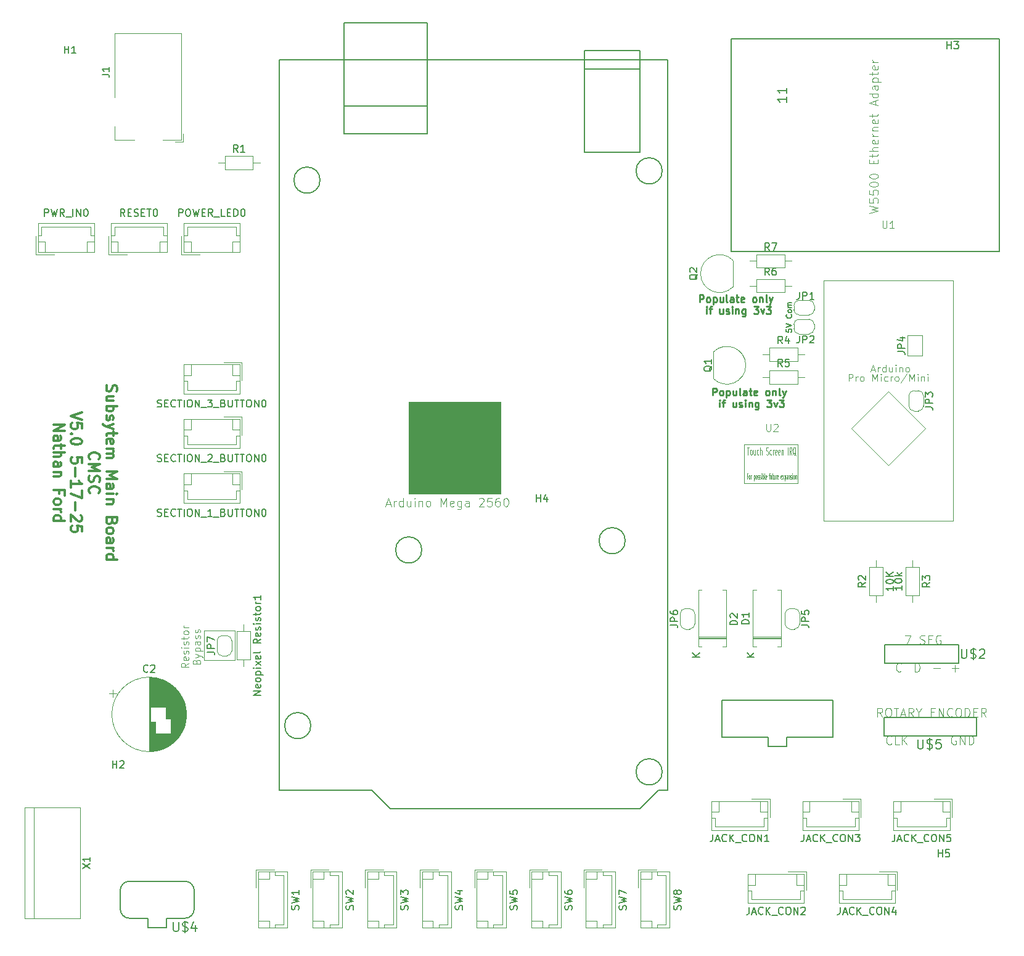
<source format=gbr>
%TF.GenerationSoftware,KiCad,Pcbnew,8.0.6*%
%TF.CreationDate,2025-05-19T18:35:20-06:00*%
%TF.ProjectId,main V5,6d61696e-2056-4352-9e6b-696361645f70,rev?*%
%TF.SameCoordinates,Original*%
%TF.FileFunction,Legend,Top*%
%TF.FilePolarity,Positive*%
%FSLAX46Y46*%
G04 Gerber Fmt 4.6, Leading zero omitted, Abs format (unit mm)*
G04 Created by KiCad (PCBNEW 8.0.6) date 2025-05-19 18:35:20*
%MOMM*%
%LPD*%
G01*
G04 APERTURE LIST*
%ADD10C,0.100000*%
%ADD11C,0.250000*%
%ADD12C,0.150000*%
%ADD13C,0.300000*%
%ADD14C,0.101600*%
%ADD15C,0.063500*%
%ADD16C,0.120000*%
%ADD17C,0.127000*%
%ADD18C,0.000000*%
G04 APERTURE END LIST*
D10*
X90200000Y-121800000D02*
X94400000Y-121800000D01*
X94400000Y-125800000D01*
X90200000Y-125800000D01*
X90200000Y-121800000D01*
D11*
X158242856Y-76654675D02*
X158242856Y-75654675D01*
X158242856Y-75654675D02*
X158623808Y-75654675D01*
X158623808Y-75654675D02*
X158719046Y-75702294D01*
X158719046Y-75702294D02*
X158766665Y-75749913D01*
X158766665Y-75749913D02*
X158814284Y-75845151D01*
X158814284Y-75845151D02*
X158814284Y-75988008D01*
X158814284Y-75988008D02*
X158766665Y-76083246D01*
X158766665Y-76083246D02*
X158719046Y-76130865D01*
X158719046Y-76130865D02*
X158623808Y-76178484D01*
X158623808Y-76178484D02*
X158242856Y-76178484D01*
X159385713Y-76654675D02*
X159290475Y-76607056D01*
X159290475Y-76607056D02*
X159242856Y-76559436D01*
X159242856Y-76559436D02*
X159195237Y-76464198D01*
X159195237Y-76464198D02*
X159195237Y-76178484D01*
X159195237Y-76178484D02*
X159242856Y-76083246D01*
X159242856Y-76083246D02*
X159290475Y-76035627D01*
X159290475Y-76035627D02*
X159385713Y-75988008D01*
X159385713Y-75988008D02*
X159528570Y-75988008D01*
X159528570Y-75988008D02*
X159623808Y-76035627D01*
X159623808Y-76035627D02*
X159671427Y-76083246D01*
X159671427Y-76083246D02*
X159719046Y-76178484D01*
X159719046Y-76178484D02*
X159719046Y-76464198D01*
X159719046Y-76464198D02*
X159671427Y-76559436D01*
X159671427Y-76559436D02*
X159623808Y-76607056D01*
X159623808Y-76607056D02*
X159528570Y-76654675D01*
X159528570Y-76654675D02*
X159385713Y-76654675D01*
X160147618Y-75988008D02*
X160147618Y-76988008D01*
X160147618Y-76035627D02*
X160242856Y-75988008D01*
X160242856Y-75988008D02*
X160433332Y-75988008D01*
X160433332Y-75988008D02*
X160528570Y-76035627D01*
X160528570Y-76035627D02*
X160576189Y-76083246D01*
X160576189Y-76083246D02*
X160623808Y-76178484D01*
X160623808Y-76178484D02*
X160623808Y-76464198D01*
X160623808Y-76464198D02*
X160576189Y-76559436D01*
X160576189Y-76559436D02*
X160528570Y-76607056D01*
X160528570Y-76607056D02*
X160433332Y-76654675D01*
X160433332Y-76654675D02*
X160242856Y-76654675D01*
X160242856Y-76654675D02*
X160147618Y-76607056D01*
X161480951Y-75988008D02*
X161480951Y-76654675D01*
X161052380Y-75988008D02*
X161052380Y-76511817D01*
X161052380Y-76511817D02*
X161099999Y-76607056D01*
X161099999Y-76607056D02*
X161195237Y-76654675D01*
X161195237Y-76654675D02*
X161338094Y-76654675D01*
X161338094Y-76654675D02*
X161433332Y-76607056D01*
X161433332Y-76607056D02*
X161480951Y-76559436D01*
X162099999Y-76654675D02*
X162004761Y-76607056D01*
X162004761Y-76607056D02*
X161957142Y-76511817D01*
X161957142Y-76511817D02*
X161957142Y-75654675D01*
X162909523Y-76654675D02*
X162909523Y-76130865D01*
X162909523Y-76130865D02*
X162861904Y-76035627D01*
X162861904Y-76035627D02*
X162766666Y-75988008D01*
X162766666Y-75988008D02*
X162576190Y-75988008D01*
X162576190Y-75988008D02*
X162480952Y-76035627D01*
X162909523Y-76607056D02*
X162814285Y-76654675D01*
X162814285Y-76654675D02*
X162576190Y-76654675D01*
X162576190Y-76654675D02*
X162480952Y-76607056D01*
X162480952Y-76607056D02*
X162433333Y-76511817D01*
X162433333Y-76511817D02*
X162433333Y-76416579D01*
X162433333Y-76416579D02*
X162480952Y-76321341D01*
X162480952Y-76321341D02*
X162576190Y-76273722D01*
X162576190Y-76273722D02*
X162814285Y-76273722D01*
X162814285Y-76273722D02*
X162909523Y-76226103D01*
X163242857Y-75988008D02*
X163623809Y-75988008D01*
X163385714Y-75654675D02*
X163385714Y-76511817D01*
X163385714Y-76511817D02*
X163433333Y-76607056D01*
X163433333Y-76607056D02*
X163528571Y-76654675D01*
X163528571Y-76654675D02*
X163623809Y-76654675D01*
X164338095Y-76607056D02*
X164242857Y-76654675D01*
X164242857Y-76654675D02*
X164052381Y-76654675D01*
X164052381Y-76654675D02*
X163957143Y-76607056D01*
X163957143Y-76607056D02*
X163909524Y-76511817D01*
X163909524Y-76511817D02*
X163909524Y-76130865D01*
X163909524Y-76130865D02*
X163957143Y-76035627D01*
X163957143Y-76035627D02*
X164052381Y-75988008D01*
X164052381Y-75988008D02*
X164242857Y-75988008D01*
X164242857Y-75988008D02*
X164338095Y-76035627D01*
X164338095Y-76035627D02*
X164385714Y-76130865D01*
X164385714Y-76130865D02*
X164385714Y-76226103D01*
X164385714Y-76226103D02*
X163909524Y-76321341D01*
X165719048Y-76654675D02*
X165623810Y-76607056D01*
X165623810Y-76607056D02*
X165576191Y-76559436D01*
X165576191Y-76559436D02*
X165528572Y-76464198D01*
X165528572Y-76464198D02*
X165528572Y-76178484D01*
X165528572Y-76178484D02*
X165576191Y-76083246D01*
X165576191Y-76083246D02*
X165623810Y-76035627D01*
X165623810Y-76035627D02*
X165719048Y-75988008D01*
X165719048Y-75988008D02*
X165861905Y-75988008D01*
X165861905Y-75988008D02*
X165957143Y-76035627D01*
X165957143Y-76035627D02*
X166004762Y-76083246D01*
X166004762Y-76083246D02*
X166052381Y-76178484D01*
X166052381Y-76178484D02*
X166052381Y-76464198D01*
X166052381Y-76464198D02*
X166004762Y-76559436D01*
X166004762Y-76559436D02*
X165957143Y-76607056D01*
X165957143Y-76607056D02*
X165861905Y-76654675D01*
X165861905Y-76654675D02*
X165719048Y-76654675D01*
X166480953Y-75988008D02*
X166480953Y-76654675D01*
X166480953Y-76083246D02*
X166528572Y-76035627D01*
X166528572Y-76035627D02*
X166623810Y-75988008D01*
X166623810Y-75988008D02*
X166766667Y-75988008D01*
X166766667Y-75988008D02*
X166861905Y-76035627D01*
X166861905Y-76035627D02*
X166909524Y-76130865D01*
X166909524Y-76130865D02*
X166909524Y-76654675D01*
X167528572Y-76654675D02*
X167433334Y-76607056D01*
X167433334Y-76607056D02*
X167385715Y-76511817D01*
X167385715Y-76511817D02*
X167385715Y-75654675D01*
X167814287Y-75988008D02*
X168052382Y-76654675D01*
X168290477Y-75988008D02*
X168052382Y-76654675D01*
X168052382Y-76654675D02*
X167957144Y-76892770D01*
X167957144Y-76892770D02*
X167909525Y-76940389D01*
X167909525Y-76940389D02*
X167814287Y-76988008D01*
X159219047Y-78264619D02*
X159219047Y-77597952D01*
X159219047Y-77264619D02*
X159171428Y-77312238D01*
X159171428Y-77312238D02*
X159219047Y-77359857D01*
X159219047Y-77359857D02*
X159266666Y-77312238D01*
X159266666Y-77312238D02*
X159219047Y-77264619D01*
X159219047Y-77264619D02*
X159219047Y-77359857D01*
X159552380Y-77597952D02*
X159933332Y-77597952D01*
X159695237Y-78264619D02*
X159695237Y-77407476D01*
X159695237Y-77407476D02*
X159742856Y-77312238D01*
X159742856Y-77312238D02*
X159838094Y-77264619D01*
X159838094Y-77264619D02*
X159933332Y-77264619D01*
X161457142Y-77597952D02*
X161457142Y-78264619D01*
X161028571Y-77597952D02*
X161028571Y-78121761D01*
X161028571Y-78121761D02*
X161076190Y-78217000D01*
X161076190Y-78217000D02*
X161171428Y-78264619D01*
X161171428Y-78264619D02*
X161314285Y-78264619D01*
X161314285Y-78264619D02*
X161409523Y-78217000D01*
X161409523Y-78217000D02*
X161457142Y-78169380D01*
X161885714Y-78217000D02*
X161980952Y-78264619D01*
X161980952Y-78264619D02*
X162171428Y-78264619D01*
X162171428Y-78264619D02*
X162266666Y-78217000D01*
X162266666Y-78217000D02*
X162314285Y-78121761D01*
X162314285Y-78121761D02*
X162314285Y-78074142D01*
X162314285Y-78074142D02*
X162266666Y-77978904D01*
X162266666Y-77978904D02*
X162171428Y-77931285D01*
X162171428Y-77931285D02*
X162028571Y-77931285D01*
X162028571Y-77931285D02*
X161933333Y-77883666D01*
X161933333Y-77883666D02*
X161885714Y-77788428D01*
X161885714Y-77788428D02*
X161885714Y-77740809D01*
X161885714Y-77740809D02*
X161933333Y-77645571D01*
X161933333Y-77645571D02*
X162028571Y-77597952D01*
X162028571Y-77597952D02*
X162171428Y-77597952D01*
X162171428Y-77597952D02*
X162266666Y-77645571D01*
X162742857Y-78264619D02*
X162742857Y-77597952D01*
X162742857Y-77264619D02*
X162695238Y-77312238D01*
X162695238Y-77312238D02*
X162742857Y-77359857D01*
X162742857Y-77359857D02*
X162790476Y-77312238D01*
X162790476Y-77312238D02*
X162742857Y-77264619D01*
X162742857Y-77264619D02*
X162742857Y-77359857D01*
X163219047Y-77597952D02*
X163219047Y-78264619D01*
X163219047Y-77693190D02*
X163266666Y-77645571D01*
X163266666Y-77645571D02*
X163361904Y-77597952D01*
X163361904Y-77597952D02*
X163504761Y-77597952D01*
X163504761Y-77597952D02*
X163599999Y-77645571D01*
X163599999Y-77645571D02*
X163647618Y-77740809D01*
X163647618Y-77740809D02*
X163647618Y-78264619D01*
X164552380Y-77597952D02*
X164552380Y-78407476D01*
X164552380Y-78407476D02*
X164504761Y-78502714D01*
X164504761Y-78502714D02*
X164457142Y-78550333D01*
X164457142Y-78550333D02*
X164361904Y-78597952D01*
X164361904Y-78597952D02*
X164219047Y-78597952D01*
X164219047Y-78597952D02*
X164123809Y-78550333D01*
X164552380Y-78217000D02*
X164457142Y-78264619D01*
X164457142Y-78264619D02*
X164266666Y-78264619D01*
X164266666Y-78264619D02*
X164171428Y-78217000D01*
X164171428Y-78217000D02*
X164123809Y-78169380D01*
X164123809Y-78169380D02*
X164076190Y-78074142D01*
X164076190Y-78074142D02*
X164076190Y-77788428D01*
X164076190Y-77788428D02*
X164123809Y-77693190D01*
X164123809Y-77693190D02*
X164171428Y-77645571D01*
X164171428Y-77645571D02*
X164266666Y-77597952D01*
X164266666Y-77597952D02*
X164457142Y-77597952D01*
X164457142Y-77597952D02*
X164552380Y-77645571D01*
X165695238Y-77264619D02*
X166314285Y-77264619D01*
X166314285Y-77264619D02*
X165980952Y-77645571D01*
X165980952Y-77645571D02*
X166123809Y-77645571D01*
X166123809Y-77645571D02*
X166219047Y-77693190D01*
X166219047Y-77693190D02*
X166266666Y-77740809D01*
X166266666Y-77740809D02*
X166314285Y-77836047D01*
X166314285Y-77836047D02*
X166314285Y-78074142D01*
X166314285Y-78074142D02*
X166266666Y-78169380D01*
X166266666Y-78169380D02*
X166219047Y-78217000D01*
X166219047Y-78217000D02*
X166123809Y-78264619D01*
X166123809Y-78264619D02*
X165838095Y-78264619D01*
X165838095Y-78264619D02*
X165742857Y-78217000D01*
X165742857Y-78217000D02*
X165695238Y-78169380D01*
X166647619Y-77597952D02*
X166885714Y-78264619D01*
X166885714Y-78264619D02*
X167123809Y-77597952D01*
X167409524Y-77264619D02*
X168028571Y-77264619D01*
X168028571Y-77264619D02*
X167695238Y-77645571D01*
X167695238Y-77645571D02*
X167838095Y-77645571D01*
X167838095Y-77645571D02*
X167933333Y-77693190D01*
X167933333Y-77693190D02*
X167980952Y-77740809D01*
X167980952Y-77740809D02*
X168028571Y-77836047D01*
X168028571Y-77836047D02*
X168028571Y-78074142D01*
X168028571Y-78074142D02*
X167980952Y-78169380D01*
X167980952Y-78169380D02*
X167933333Y-78217000D01*
X167933333Y-78217000D02*
X167838095Y-78264619D01*
X167838095Y-78264619D02*
X167552381Y-78264619D01*
X167552381Y-78264619D02*
X167457143Y-78217000D01*
X167457143Y-78217000D02*
X167409524Y-78169380D01*
D12*
X170150414Y-80365601D02*
X170150414Y-80722744D01*
X170150414Y-80722744D02*
X170507557Y-80758458D01*
X170507557Y-80758458D02*
X170471842Y-80722744D01*
X170471842Y-80722744D02*
X170436128Y-80651316D01*
X170436128Y-80651316D02*
X170436128Y-80472744D01*
X170436128Y-80472744D02*
X170471842Y-80401316D01*
X170471842Y-80401316D02*
X170507557Y-80365601D01*
X170507557Y-80365601D02*
X170578985Y-80329887D01*
X170578985Y-80329887D02*
X170757557Y-80329887D01*
X170757557Y-80329887D02*
X170828985Y-80365601D01*
X170828985Y-80365601D02*
X170864700Y-80401316D01*
X170864700Y-80401316D02*
X170900414Y-80472744D01*
X170900414Y-80472744D02*
X170900414Y-80651316D01*
X170900414Y-80651316D02*
X170864700Y-80722744D01*
X170864700Y-80722744D02*
X170828985Y-80758458D01*
X170150414Y-80115601D02*
X170900414Y-79865601D01*
X170900414Y-79865601D02*
X170150414Y-79615601D01*
X170828985Y-78365601D02*
X170864700Y-78401315D01*
X170864700Y-78401315D02*
X170900414Y-78508458D01*
X170900414Y-78508458D02*
X170900414Y-78579886D01*
X170900414Y-78579886D02*
X170864700Y-78687029D01*
X170864700Y-78687029D02*
X170793271Y-78758458D01*
X170793271Y-78758458D02*
X170721842Y-78794172D01*
X170721842Y-78794172D02*
X170578985Y-78829886D01*
X170578985Y-78829886D02*
X170471842Y-78829886D01*
X170471842Y-78829886D02*
X170328985Y-78794172D01*
X170328985Y-78794172D02*
X170257557Y-78758458D01*
X170257557Y-78758458D02*
X170186128Y-78687029D01*
X170186128Y-78687029D02*
X170150414Y-78579886D01*
X170150414Y-78579886D02*
X170150414Y-78508458D01*
X170150414Y-78508458D02*
X170186128Y-78401315D01*
X170186128Y-78401315D02*
X170221842Y-78365601D01*
X170900414Y-77937029D02*
X170864700Y-78008458D01*
X170864700Y-78008458D02*
X170828985Y-78044172D01*
X170828985Y-78044172D02*
X170757557Y-78079886D01*
X170757557Y-78079886D02*
X170543271Y-78079886D01*
X170543271Y-78079886D02*
X170471842Y-78044172D01*
X170471842Y-78044172D02*
X170436128Y-78008458D01*
X170436128Y-78008458D02*
X170400414Y-77937029D01*
X170400414Y-77937029D02*
X170400414Y-77829886D01*
X170400414Y-77829886D02*
X170436128Y-77758458D01*
X170436128Y-77758458D02*
X170471842Y-77722744D01*
X170471842Y-77722744D02*
X170543271Y-77687029D01*
X170543271Y-77687029D02*
X170757557Y-77687029D01*
X170757557Y-77687029D02*
X170828985Y-77722744D01*
X170828985Y-77722744D02*
X170864700Y-77758458D01*
X170864700Y-77758458D02*
X170900414Y-77829886D01*
X170900414Y-77829886D02*
X170900414Y-77937029D01*
X170900414Y-77365601D02*
X170400414Y-77365601D01*
X170471842Y-77365601D02*
X170436128Y-77329887D01*
X170436128Y-77329887D02*
X170400414Y-77258458D01*
X170400414Y-77258458D02*
X170400414Y-77151315D01*
X170400414Y-77151315D02*
X170436128Y-77079887D01*
X170436128Y-77079887D02*
X170507557Y-77044173D01*
X170507557Y-77044173D02*
X170900414Y-77044173D01*
X170507557Y-77044173D02*
X170436128Y-77008458D01*
X170436128Y-77008458D02*
X170400414Y-76937030D01*
X170400414Y-76937030D02*
X170400414Y-76829887D01*
X170400414Y-76829887D02*
X170436128Y-76758458D01*
X170436128Y-76758458D02*
X170507557Y-76722744D01*
X170507557Y-76722744D02*
X170900414Y-76722744D01*
D13*
X76857348Y-88076000D02*
X76785919Y-88290286D01*
X76785919Y-88290286D02*
X76785919Y-88647428D01*
X76785919Y-88647428D02*
X76857348Y-88790286D01*
X76857348Y-88790286D02*
X76928776Y-88861714D01*
X76928776Y-88861714D02*
X77071633Y-88933143D01*
X77071633Y-88933143D02*
X77214490Y-88933143D01*
X77214490Y-88933143D02*
X77357348Y-88861714D01*
X77357348Y-88861714D02*
X77428776Y-88790286D01*
X77428776Y-88790286D02*
X77500205Y-88647428D01*
X77500205Y-88647428D02*
X77571633Y-88361714D01*
X77571633Y-88361714D02*
X77643062Y-88218857D01*
X77643062Y-88218857D02*
X77714490Y-88147428D01*
X77714490Y-88147428D02*
X77857348Y-88076000D01*
X77857348Y-88076000D02*
X78000205Y-88076000D01*
X78000205Y-88076000D02*
X78143062Y-88147428D01*
X78143062Y-88147428D02*
X78214490Y-88218857D01*
X78214490Y-88218857D02*
X78285919Y-88361714D01*
X78285919Y-88361714D02*
X78285919Y-88718857D01*
X78285919Y-88718857D02*
X78214490Y-88933143D01*
X77785919Y-90218857D02*
X76785919Y-90218857D01*
X77785919Y-89575999D02*
X77000205Y-89575999D01*
X77000205Y-89575999D02*
X76857348Y-89647428D01*
X76857348Y-89647428D02*
X76785919Y-89790285D01*
X76785919Y-89790285D02*
X76785919Y-90004571D01*
X76785919Y-90004571D02*
X76857348Y-90147428D01*
X76857348Y-90147428D02*
X76928776Y-90218857D01*
X76785919Y-90933142D02*
X78285919Y-90933142D01*
X77714490Y-90933142D02*
X77785919Y-91076000D01*
X77785919Y-91076000D02*
X77785919Y-91361714D01*
X77785919Y-91361714D02*
X77714490Y-91504571D01*
X77714490Y-91504571D02*
X77643062Y-91576000D01*
X77643062Y-91576000D02*
X77500205Y-91647428D01*
X77500205Y-91647428D02*
X77071633Y-91647428D01*
X77071633Y-91647428D02*
X76928776Y-91576000D01*
X76928776Y-91576000D02*
X76857348Y-91504571D01*
X76857348Y-91504571D02*
X76785919Y-91361714D01*
X76785919Y-91361714D02*
X76785919Y-91076000D01*
X76785919Y-91076000D02*
X76857348Y-90933142D01*
X76857348Y-92218857D02*
X76785919Y-92361714D01*
X76785919Y-92361714D02*
X76785919Y-92647428D01*
X76785919Y-92647428D02*
X76857348Y-92790285D01*
X76857348Y-92790285D02*
X77000205Y-92861714D01*
X77000205Y-92861714D02*
X77071633Y-92861714D01*
X77071633Y-92861714D02*
X77214490Y-92790285D01*
X77214490Y-92790285D02*
X77285919Y-92647428D01*
X77285919Y-92647428D02*
X77285919Y-92433143D01*
X77285919Y-92433143D02*
X77357348Y-92290285D01*
X77357348Y-92290285D02*
X77500205Y-92218857D01*
X77500205Y-92218857D02*
X77571633Y-92218857D01*
X77571633Y-92218857D02*
X77714490Y-92290285D01*
X77714490Y-92290285D02*
X77785919Y-92433143D01*
X77785919Y-92433143D02*
X77785919Y-92647428D01*
X77785919Y-92647428D02*
X77714490Y-92790285D01*
X77785919Y-93361714D02*
X76785919Y-93718857D01*
X77785919Y-94076000D02*
X76785919Y-93718857D01*
X76785919Y-93718857D02*
X76428776Y-93576000D01*
X76428776Y-93576000D02*
X76357348Y-93504571D01*
X76357348Y-93504571D02*
X76285919Y-93361714D01*
X77785919Y-94433143D02*
X77785919Y-95004571D01*
X78285919Y-94647428D02*
X77000205Y-94647428D01*
X77000205Y-94647428D02*
X76857348Y-94718857D01*
X76857348Y-94718857D02*
X76785919Y-94861714D01*
X76785919Y-94861714D02*
X76785919Y-95004571D01*
X76857348Y-96076000D02*
X76785919Y-95933143D01*
X76785919Y-95933143D02*
X76785919Y-95647429D01*
X76785919Y-95647429D02*
X76857348Y-95504571D01*
X76857348Y-95504571D02*
X77000205Y-95433143D01*
X77000205Y-95433143D02*
X77571633Y-95433143D01*
X77571633Y-95433143D02*
X77714490Y-95504571D01*
X77714490Y-95504571D02*
X77785919Y-95647429D01*
X77785919Y-95647429D02*
X77785919Y-95933143D01*
X77785919Y-95933143D02*
X77714490Y-96076000D01*
X77714490Y-96076000D02*
X77571633Y-96147429D01*
X77571633Y-96147429D02*
X77428776Y-96147429D01*
X77428776Y-96147429D02*
X77285919Y-95433143D01*
X76785919Y-96790285D02*
X77785919Y-96790285D01*
X77643062Y-96790285D02*
X77714490Y-96861714D01*
X77714490Y-96861714D02*
X77785919Y-97004571D01*
X77785919Y-97004571D02*
X77785919Y-97218857D01*
X77785919Y-97218857D02*
X77714490Y-97361714D01*
X77714490Y-97361714D02*
X77571633Y-97433143D01*
X77571633Y-97433143D02*
X76785919Y-97433143D01*
X77571633Y-97433143D02*
X77714490Y-97504571D01*
X77714490Y-97504571D02*
X77785919Y-97647428D01*
X77785919Y-97647428D02*
X77785919Y-97861714D01*
X77785919Y-97861714D02*
X77714490Y-98004571D01*
X77714490Y-98004571D02*
X77571633Y-98076000D01*
X77571633Y-98076000D02*
X76785919Y-98076000D01*
X76785919Y-99933142D02*
X78285919Y-99933142D01*
X78285919Y-99933142D02*
X77214490Y-100433142D01*
X77214490Y-100433142D02*
X78285919Y-100933142D01*
X78285919Y-100933142D02*
X76785919Y-100933142D01*
X76785919Y-102290286D02*
X77571633Y-102290286D01*
X77571633Y-102290286D02*
X77714490Y-102218857D01*
X77714490Y-102218857D02*
X77785919Y-102076000D01*
X77785919Y-102076000D02*
X77785919Y-101790286D01*
X77785919Y-101790286D02*
X77714490Y-101647428D01*
X76857348Y-102290286D02*
X76785919Y-102147428D01*
X76785919Y-102147428D02*
X76785919Y-101790286D01*
X76785919Y-101790286D02*
X76857348Y-101647428D01*
X76857348Y-101647428D02*
X77000205Y-101576000D01*
X77000205Y-101576000D02*
X77143062Y-101576000D01*
X77143062Y-101576000D02*
X77285919Y-101647428D01*
X77285919Y-101647428D02*
X77357348Y-101790286D01*
X77357348Y-101790286D02*
X77357348Y-102147428D01*
X77357348Y-102147428D02*
X77428776Y-102290286D01*
X76785919Y-103004571D02*
X77785919Y-103004571D01*
X78285919Y-103004571D02*
X78214490Y-102933143D01*
X78214490Y-102933143D02*
X78143062Y-103004571D01*
X78143062Y-103004571D02*
X78214490Y-103076000D01*
X78214490Y-103076000D02*
X78285919Y-103004571D01*
X78285919Y-103004571D02*
X78143062Y-103004571D01*
X77785919Y-103718857D02*
X76785919Y-103718857D01*
X77643062Y-103718857D02*
X77714490Y-103790286D01*
X77714490Y-103790286D02*
X77785919Y-103933143D01*
X77785919Y-103933143D02*
X77785919Y-104147429D01*
X77785919Y-104147429D02*
X77714490Y-104290286D01*
X77714490Y-104290286D02*
X77571633Y-104361715D01*
X77571633Y-104361715D02*
X76785919Y-104361715D01*
X77571633Y-106718857D02*
X77500205Y-106933143D01*
X77500205Y-106933143D02*
X77428776Y-107004572D01*
X77428776Y-107004572D02*
X77285919Y-107076000D01*
X77285919Y-107076000D02*
X77071633Y-107076000D01*
X77071633Y-107076000D02*
X76928776Y-107004572D01*
X76928776Y-107004572D02*
X76857348Y-106933143D01*
X76857348Y-106933143D02*
X76785919Y-106790286D01*
X76785919Y-106790286D02*
X76785919Y-106218857D01*
X76785919Y-106218857D02*
X78285919Y-106218857D01*
X78285919Y-106218857D02*
X78285919Y-106718857D01*
X78285919Y-106718857D02*
X78214490Y-106861715D01*
X78214490Y-106861715D02*
X78143062Y-106933143D01*
X78143062Y-106933143D02*
X78000205Y-107004572D01*
X78000205Y-107004572D02*
X77857348Y-107004572D01*
X77857348Y-107004572D02*
X77714490Y-106933143D01*
X77714490Y-106933143D02*
X77643062Y-106861715D01*
X77643062Y-106861715D02*
X77571633Y-106718857D01*
X77571633Y-106718857D02*
X77571633Y-106218857D01*
X76785919Y-107933143D02*
X76857348Y-107790286D01*
X76857348Y-107790286D02*
X76928776Y-107718857D01*
X76928776Y-107718857D02*
X77071633Y-107647429D01*
X77071633Y-107647429D02*
X77500205Y-107647429D01*
X77500205Y-107647429D02*
X77643062Y-107718857D01*
X77643062Y-107718857D02*
X77714490Y-107790286D01*
X77714490Y-107790286D02*
X77785919Y-107933143D01*
X77785919Y-107933143D02*
X77785919Y-108147429D01*
X77785919Y-108147429D02*
X77714490Y-108290286D01*
X77714490Y-108290286D02*
X77643062Y-108361715D01*
X77643062Y-108361715D02*
X77500205Y-108433143D01*
X77500205Y-108433143D02*
X77071633Y-108433143D01*
X77071633Y-108433143D02*
X76928776Y-108361715D01*
X76928776Y-108361715D02*
X76857348Y-108290286D01*
X76857348Y-108290286D02*
X76785919Y-108147429D01*
X76785919Y-108147429D02*
X76785919Y-107933143D01*
X76785919Y-109718858D02*
X77571633Y-109718858D01*
X77571633Y-109718858D02*
X77714490Y-109647429D01*
X77714490Y-109647429D02*
X77785919Y-109504572D01*
X77785919Y-109504572D02*
X77785919Y-109218858D01*
X77785919Y-109218858D02*
X77714490Y-109076000D01*
X76857348Y-109718858D02*
X76785919Y-109576000D01*
X76785919Y-109576000D02*
X76785919Y-109218858D01*
X76785919Y-109218858D02*
X76857348Y-109076000D01*
X76857348Y-109076000D02*
X77000205Y-109004572D01*
X77000205Y-109004572D02*
X77143062Y-109004572D01*
X77143062Y-109004572D02*
X77285919Y-109076000D01*
X77285919Y-109076000D02*
X77357348Y-109218858D01*
X77357348Y-109218858D02*
X77357348Y-109576000D01*
X77357348Y-109576000D02*
X77428776Y-109718858D01*
X76785919Y-110433143D02*
X77785919Y-110433143D01*
X77500205Y-110433143D02*
X77643062Y-110504572D01*
X77643062Y-110504572D02*
X77714490Y-110576001D01*
X77714490Y-110576001D02*
X77785919Y-110718858D01*
X77785919Y-110718858D02*
X77785919Y-110861715D01*
X76785919Y-112004572D02*
X78285919Y-112004572D01*
X76857348Y-112004572D02*
X76785919Y-111861714D01*
X76785919Y-111861714D02*
X76785919Y-111576000D01*
X76785919Y-111576000D02*
X76857348Y-111433143D01*
X76857348Y-111433143D02*
X76928776Y-111361714D01*
X76928776Y-111361714D02*
X77071633Y-111290286D01*
X77071633Y-111290286D02*
X77500205Y-111290286D01*
X77500205Y-111290286D02*
X77643062Y-111361714D01*
X77643062Y-111361714D02*
X77714490Y-111433143D01*
X77714490Y-111433143D02*
X77785919Y-111576000D01*
X77785919Y-111576000D02*
X77785919Y-111861714D01*
X77785919Y-111861714D02*
X77714490Y-112004572D01*
X74513860Y-98218857D02*
X74442432Y-98147429D01*
X74442432Y-98147429D02*
X74371003Y-97933143D01*
X74371003Y-97933143D02*
X74371003Y-97790286D01*
X74371003Y-97790286D02*
X74442432Y-97576000D01*
X74442432Y-97576000D02*
X74585289Y-97433143D01*
X74585289Y-97433143D02*
X74728146Y-97361714D01*
X74728146Y-97361714D02*
X75013860Y-97290286D01*
X75013860Y-97290286D02*
X75228146Y-97290286D01*
X75228146Y-97290286D02*
X75513860Y-97361714D01*
X75513860Y-97361714D02*
X75656717Y-97433143D01*
X75656717Y-97433143D02*
X75799574Y-97576000D01*
X75799574Y-97576000D02*
X75871003Y-97790286D01*
X75871003Y-97790286D02*
X75871003Y-97933143D01*
X75871003Y-97933143D02*
X75799574Y-98147429D01*
X75799574Y-98147429D02*
X75728146Y-98218857D01*
X74371003Y-98861714D02*
X75871003Y-98861714D01*
X75871003Y-98861714D02*
X74799574Y-99361714D01*
X74799574Y-99361714D02*
X75871003Y-99861714D01*
X75871003Y-99861714D02*
X74371003Y-99861714D01*
X74442432Y-100504572D02*
X74371003Y-100718858D01*
X74371003Y-100718858D02*
X74371003Y-101076000D01*
X74371003Y-101076000D02*
X74442432Y-101218858D01*
X74442432Y-101218858D02*
X74513860Y-101290286D01*
X74513860Y-101290286D02*
X74656717Y-101361715D01*
X74656717Y-101361715D02*
X74799574Y-101361715D01*
X74799574Y-101361715D02*
X74942432Y-101290286D01*
X74942432Y-101290286D02*
X75013860Y-101218858D01*
X75013860Y-101218858D02*
X75085289Y-101076000D01*
X75085289Y-101076000D02*
X75156717Y-100790286D01*
X75156717Y-100790286D02*
X75228146Y-100647429D01*
X75228146Y-100647429D02*
X75299574Y-100576000D01*
X75299574Y-100576000D02*
X75442432Y-100504572D01*
X75442432Y-100504572D02*
X75585289Y-100504572D01*
X75585289Y-100504572D02*
X75728146Y-100576000D01*
X75728146Y-100576000D02*
X75799574Y-100647429D01*
X75799574Y-100647429D02*
X75871003Y-100790286D01*
X75871003Y-100790286D02*
X75871003Y-101147429D01*
X75871003Y-101147429D02*
X75799574Y-101361715D01*
X74513860Y-102861714D02*
X74442432Y-102790286D01*
X74442432Y-102790286D02*
X74371003Y-102576000D01*
X74371003Y-102576000D02*
X74371003Y-102433143D01*
X74371003Y-102433143D02*
X74442432Y-102218857D01*
X74442432Y-102218857D02*
X74585289Y-102076000D01*
X74585289Y-102076000D02*
X74728146Y-102004571D01*
X74728146Y-102004571D02*
X75013860Y-101933143D01*
X75013860Y-101933143D02*
X75228146Y-101933143D01*
X75228146Y-101933143D02*
X75513860Y-102004571D01*
X75513860Y-102004571D02*
X75656717Y-102076000D01*
X75656717Y-102076000D02*
X75799574Y-102218857D01*
X75799574Y-102218857D02*
X75871003Y-102433143D01*
X75871003Y-102433143D02*
X75871003Y-102576000D01*
X75871003Y-102576000D02*
X75799574Y-102790286D01*
X75799574Y-102790286D02*
X75728146Y-102861714D01*
X73456087Y-91790287D02*
X71956087Y-92290287D01*
X71956087Y-92290287D02*
X73456087Y-92790287D01*
X73456087Y-94004572D02*
X73456087Y-93290286D01*
X73456087Y-93290286D02*
X72741801Y-93218858D01*
X72741801Y-93218858D02*
X72813230Y-93290286D01*
X72813230Y-93290286D02*
X72884658Y-93433144D01*
X72884658Y-93433144D02*
X72884658Y-93790286D01*
X72884658Y-93790286D02*
X72813230Y-93933144D01*
X72813230Y-93933144D02*
X72741801Y-94004572D01*
X72741801Y-94004572D02*
X72598944Y-94076001D01*
X72598944Y-94076001D02*
X72241801Y-94076001D01*
X72241801Y-94076001D02*
X72098944Y-94004572D01*
X72098944Y-94004572D02*
X72027516Y-93933144D01*
X72027516Y-93933144D02*
X71956087Y-93790286D01*
X71956087Y-93790286D02*
X71956087Y-93433144D01*
X71956087Y-93433144D02*
X72027516Y-93290286D01*
X72027516Y-93290286D02*
X72098944Y-93218858D01*
X72098944Y-94718857D02*
X72027516Y-94790286D01*
X72027516Y-94790286D02*
X71956087Y-94718857D01*
X71956087Y-94718857D02*
X72027516Y-94647429D01*
X72027516Y-94647429D02*
X72098944Y-94718857D01*
X72098944Y-94718857D02*
X71956087Y-94718857D01*
X73456087Y-95718858D02*
X73456087Y-95861715D01*
X73456087Y-95861715D02*
X73384658Y-96004572D01*
X73384658Y-96004572D02*
X73313230Y-96076001D01*
X73313230Y-96076001D02*
X73170373Y-96147429D01*
X73170373Y-96147429D02*
X72884658Y-96218858D01*
X72884658Y-96218858D02*
X72527516Y-96218858D01*
X72527516Y-96218858D02*
X72241801Y-96147429D01*
X72241801Y-96147429D02*
X72098944Y-96076001D01*
X72098944Y-96076001D02*
X72027516Y-96004572D01*
X72027516Y-96004572D02*
X71956087Y-95861715D01*
X71956087Y-95861715D02*
X71956087Y-95718858D01*
X71956087Y-95718858D02*
X72027516Y-95576001D01*
X72027516Y-95576001D02*
X72098944Y-95504572D01*
X72098944Y-95504572D02*
X72241801Y-95433143D01*
X72241801Y-95433143D02*
X72527516Y-95361715D01*
X72527516Y-95361715D02*
X72884658Y-95361715D01*
X72884658Y-95361715D02*
X73170373Y-95433143D01*
X73170373Y-95433143D02*
X73313230Y-95504572D01*
X73313230Y-95504572D02*
X73384658Y-95576001D01*
X73384658Y-95576001D02*
X73456087Y-95718858D01*
X73456087Y-98718857D02*
X73456087Y-98004571D01*
X73456087Y-98004571D02*
X72741801Y-97933143D01*
X72741801Y-97933143D02*
X72813230Y-98004571D01*
X72813230Y-98004571D02*
X72884658Y-98147429D01*
X72884658Y-98147429D02*
X72884658Y-98504571D01*
X72884658Y-98504571D02*
X72813230Y-98647429D01*
X72813230Y-98647429D02*
X72741801Y-98718857D01*
X72741801Y-98718857D02*
X72598944Y-98790286D01*
X72598944Y-98790286D02*
X72241801Y-98790286D01*
X72241801Y-98790286D02*
X72098944Y-98718857D01*
X72098944Y-98718857D02*
X72027516Y-98647429D01*
X72027516Y-98647429D02*
X71956087Y-98504571D01*
X71956087Y-98504571D02*
X71956087Y-98147429D01*
X71956087Y-98147429D02*
X72027516Y-98004571D01*
X72027516Y-98004571D02*
X72098944Y-97933143D01*
X72527516Y-99433142D02*
X72527516Y-100576000D01*
X71956087Y-102076000D02*
X71956087Y-101218857D01*
X71956087Y-101647428D02*
X73456087Y-101647428D01*
X73456087Y-101647428D02*
X73241801Y-101504571D01*
X73241801Y-101504571D02*
X73098944Y-101361714D01*
X73098944Y-101361714D02*
X73027516Y-101218857D01*
X73456087Y-102575999D02*
X73456087Y-103575999D01*
X73456087Y-103575999D02*
X71956087Y-102933142D01*
X72527516Y-104147427D02*
X72527516Y-105290285D01*
X73313230Y-105933142D02*
X73384658Y-106004570D01*
X73384658Y-106004570D02*
X73456087Y-106147428D01*
X73456087Y-106147428D02*
X73456087Y-106504570D01*
X73456087Y-106504570D02*
X73384658Y-106647428D01*
X73384658Y-106647428D02*
X73313230Y-106718856D01*
X73313230Y-106718856D02*
X73170373Y-106790285D01*
X73170373Y-106790285D02*
X73027516Y-106790285D01*
X73027516Y-106790285D02*
X72813230Y-106718856D01*
X72813230Y-106718856D02*
X71956087Y-105861713D01*
X71956087Y-105861713D02*
X71956087Y-106790285D01*
X73456087Y-108147427D02*
X73456087Y-107433141D01*
X73456087Y-107433141D02*
X72741801Y-107361713D01*
X72741801Y-107361713D02*
X72813230Y-107433141D01*
X72813230Y-107433141D02*
X72884658Y-107575999D01*
X72884658Y-107575999D02*
X72884658Y-107933141D01*
X72884658Y-107933141D02*
X72813230Y-108075999D01*
X72813230Y-108075999D02*
X72741801Y-108147427D01*
X72741801Y-108147427D02*
X72598944Y-108218856D01*
X72598944Y-108218856D02*
X72241801Y-108218856D01*
X72241801Y-108218856D02*
X72098944Y-108147427D01*
X72098944Y-108147427D02*
X72027516Y-108075999D01*
X72027516Y-108075999D02*
X71956087Y-107933141D01*
X71956087Y-107933141D02*
X71956087Y-107575999D01*
X71956087Y-107575999D02*
X72027516Y-107433141D01*
X72027516Y-107433141D02*
X72098944Y-107361713D01*
X69541171Y-93468856D02*
X71041171Y-93468856D01*
X71041171Y-93468856D02*
X69541171Y-94325999D01*
X69541171Y-94325999D02*
X71041171Y-94325999D01*
X69541171Y-95683143D02*
X70326885Y-95683143D01*
X70326885Y-95683143D02*
X70469742Y-95611714D01*
X70469742Y-95611714D02*
X70541171Y-95468857D01*
X70541171Y-95468857D02*
X70541171Y-95183143D01*
X70541171Y-95183143D02*
X70469742Y-95040285D01*
X69612600Y-95683143D02*
X69541171Y-95540285D01*
X69541171Y-95540285D02*
X69541171Y-95183143D01*
X69541171Y-95183143D02*
X69612600Y-95040285D01*
X69612600Y-95040285D02*
X69755457Y-94968857D01*
X69755457Y-94968857D02*
X69898314Y-94968857D01*
X69898314Y-94968857D02*
X70041171Y-95040285D01*
X70041171Y-95040285D02*
X70112600Y-95183143D01*
X70112600Y-95183143D02*
X70112600Y-95540285D01*
X70112600Y-95540285D02*
X70184028Y-95683143D01*
X70541171Y-96183143D02*
X70541171Y-96754571D01*
X71041171Y-96397428D02*
X69755457Y-96397428D01*
X69755457Y-96397428D02*
X69612600Y-96468857D01*
X69612600Y-96468857D02*
X69541171Y-96611714D01*
X69541171Y-96611714D02*
X69541171Y-96754571D01*
X69541171Y-97254571D02*
X71041171Y-97254571D01*
X69541171Y-97897429D02*
X70326885Y-97897429D01*
X70326885Y-97897429D02*
X70469742Y-97826000D01*
X70469742Y-97826000D02*
X70541171Y-97683143D01*
X70541171Y-97683143D02*
X70541171Y-97468857D01*
X70541171Y-97468857D02*
X70469742Y-97326000D01*
X70469742Y-97326000D02*
X70398314Y-97254571D01*
X69541171Y-99254572D02*
X70326885Y-99254572D01*
X70326885Y-99254572D02*
X70469742Y-99183143D01*
X70469742Y-99183143D02*
X70541171Y-99040286D01*
X70541171Y-99040286D02*
X70541171Y-98754572D01*
X70541171Y-98754572D02*
X70469742Y-98611714D01*
X69612600Y-99254572D02*
X69541171Y-99111714D01*
X69541171Y-99111714D02*
X69541171Y-98754572D01*
X69541171Y-98754572D02*
X69612600Y-98611714D01*
X69612600Y-98611714D02*
X69755457Y-98540286D01*
X69755457Y-98540286D02*
X69898314Y-98540286D01*
X69898314Y-98540286D02*
X70041171Y-98611714D01*
X70041171Y-98611714D02*
X70112600Y-98754572D01*
X70112600Y-98754572D02*
X70112600Y-99111714D01*
X70112600Y-99111714D02*
X70184028Y-99254572D01*
X70541171Y-99968857D02*
X69541171Y-99968857D01*
X70398314Y-99968857D02*
X70469742Y-100040286D01*
X70469742Y-100040286D02*
X70541171Y-100183143D01*
X70541171Y-100183143D02*
X70541171Y-100397429D01*
X70541171Y-100397429D02*
X70469742Y-100540286D01*
X70469742Y-100540286D02*
X70326885Y-100611715D01*
X70326885Y-100611715D02*
X69541171Y-100611715D01*
X70326885Y-102968857D02*
X70326885Y-102468857D01*
X69541171Y-102468857D02*
X71041171Y-102468857D01*
X71041171Y-102468857D02*
X71041171Y-103183143D01*
X69541171Y-103968857D02*
X69612600Y-103826000D01*
X69612600Y-103826000D02*
X69684028Y-103754571D01*
X69684028Y-103754571D02*
X69826885Y-103683143D01*
X69826885Y-103683143D02*
X70255457Y-103683143D01*
X70255457Y-103683143D02*
X70398314Y-103754571D01*
X70398314Y-103754571D02*
X70469742Y-103826000D01*
X70469742Y-103826000D02*
X70541171Y-103968857D01*
X70541171Y-103968857D02*
X70541171Y-104183143D01*
X70541171Y-104183143D02*
X70469742Y-104326000D01*
X70469742Y-104326000D02*
X70398314Y-104397429D01*
X70398314Y-104397429D02*
X70255457Y-104468857D01*
X70255457Y-104468857D02*
X69826885Y-104468857D01*
X69826885Y-104468857D02*
X69684028Y-104397429D01*
X69684028Y-104397429D02*
X69612600Y-104326000D01*
X69612600Y-104326000D02*
X69541171Y-104183143D01*
X69541171Y-104183143D02*
X69541171Y-103968857D01*
X69541171Y-105111714D02*
X70541171Y-105111714D01*
X70255457Y-105111714D02*
X70398314Y-105183143D01*
X70398314Y-105183143D02*
X70469742Y-105254572D01*
X70469742Y-105254572D02*
X70541171Y-105397429D01*
X70541171Y-105397429D02*
X70541171Y-105540286D01*
X69541171Y-106683143D02*
X71041171Y-106683143D01*
X69612600Y-106683143D02*
X69541171Y-106540285D01*
X69541171Y-106540285D02*
X69541171Y-106254571D01*
X69541171Y-106254571D02*
X69612600Y-106111714D01*
X69612600Y-106111714D02*
X69684028Y-106040285D01*
X69684028Y-106040285D02*
X69826885Y-105968857D01*
X69826885Y-105968857D02*
X70255457Y-105968857D01*
X70255457Y-105968857D02*
X70398314Y-106040285D01*
X70398314Y-106040285D02*
X70469742Y-106111714D01*
X70469742Y-106111714D02*
X70541171Y-106254571D01*
X70541171Y-106254571D02*
X70541171Y-106540285D01*
X70541171Y-106540285D02*
X70469742Y-106683143D01*
D10*
X88062475Y-126214286D02*
X87586284Y-126547619D01*
X88062475Y-126785714D02*
X87062475Y-126785714D01*
X87062475Y-126785714D02*
X87062475Y-126404762D01*
X87062475Y-126404762D02*
X87110094Y-126309524D01*
X87110094Y-126309524D02*
X87157713Y-126261905D01*
X87157713Y-126261905D02*
X87252951Y-126214286D01*
X87252951Y-126214286D02*
X87395808Y-126214286D01*
X87395808Y-126214286D02*
X87491046Y-126261905D01*
X87491046Y-126261905D02*
X87538665Y-126309524D01*
X87538665Y-126309524D02*
X87586284Y-126404762D01*
X87586284Y-126404762D02*
X87586284Y-126785714D01*
X88014856Y-125404762D02*
X88062475Y-125500000D01*
X88062475Y-125500000D02*
X88062475Y-125690476D01*
X88062475Y-125690476D02*
X88014856Y-125785714D01*
X88014856Y-125785714D02*
X87919617Y-125833333D01*
X87919617Y-125833333D02*
X87538665Y-125833333D01*
X87538665Y-125833333D02*
X87443427Y-125785714D01*
X87443427Y-125785714D02*
X87395808Y-125690476D01*
X87395808Y-125690476D02*
X87395808Y-125500000D01*
X87395808Y-125500000D02*
X87443427Y-125404762D01*
X87443427Y-125404762D02*
X87538665Y-125357143D01*
X87538665Y-125357143D02*
X87633903Y-125357143D01*
X87633903Y-125357143D02*
X87729141Y-125833333D01*
X88014856Y-124976190D02*
X88062475Y-124880952D01*
X88062475Y-124880952D02*
X88062475Y-124690476D01*
X88062475Y-124690476D02*
X88014856Y-124595238D01*
X88014856Y-124595238D02*
X87919617Y-124547619D01*
X87919617Y-124547619D02*
X87871998Y-124547619D01*
X87871998Y-124547619D02*
X87776760Y-124595238D01*
X87776760Y-124595238D02*
X87729141Y-124690476D01*
X87729141Y-124690476D02*
X87729141Y-124833333D01*
X87729141Y-124833333D02*
X87681522Y-124928571D01*
X87681522Y-124928571D02*
X87586284Y-124976190D01*
X87586284Y-124976190D02*
X87538665Y-124976190D01*
X87538665Y-124976190D02*
X87443427Y-124928571D01*
X87443427Y-124928571D02*
X87395808Y-124833333D01*
X87395808Y-124833333D02*
X87395808Y-124690476D01*
X87395808Y-124690476D02*
X87443427Y-124595238D01*
X88062475Y-124119047D02*
X87395808Y-124119047D01*
X87062475Y-124119047D02*
X87110094Y-124166666D01*
X87110094Y-124166666D02*
X87157713Y-124119047D01*
X87157713Y-124119047D02*
X87110094Y-124071428D01*
X87110094Y-124071428D02*
X87062475Y-124119047D01*
X87062475Y-124119047D02*
X87157713Y-124119047D01*
X88014856Y-123690476D02*
X88062475Y-123595238D01*
X88062475Y-123595238D02*
X88062475Y-123404762D01*
X88062475Y-123404762D02*
X88014856Y-123309524D01*
X88014856Y-123309524D02*
X87919617Y-123261905D01*
X87919617Y-123261905D02*
X87871998Y-123261905D01*
X87871998Y-123261905D02*
X87776760Y-123309524D01*
X87776760Y-123309524D02*
X87729141Y-123404762D01*
X87729141Y-123404762D02*
X87729141Y-123547619D01*
X87729141Y-123547619D02*
X87681522Y-123642857D01*
X87681522Y-123642857D02*
X87586284Y-123690476D01*
X87586284Y-123690476D02*
X87538665Y-123690476D01*
X87538665Y-123690476D02*
X87443427Y-123642857D01*
X87443427Y-123642857D02*
X87395808Y-123547619D01*
X87395808Y-123547619D02*
X87395808Y-123404762D01*
X87395808Y-123404762D02*
X87443427Y-123309524D01*
X87395808Y-122976190D02*
X87395808Y-122595238D01*
X87062475Y-122833333D02*
X87919617Y-122833333D01*
X87919617Y-122833333D02*
X88014856Y-122785714D01*
X88014856Y-122785714D02*
X88062475Y-122690476D01*
X88062475Y-122690476D02*
X88062475Y-122595238D01*
X88062475Y-122119047D02*
X88014856Y-122214285D01*
X88014856Y-122214285D02*
X87967236Y-122261904D01*
X87967236Y-122261904D02*
X87871998Y-122309523D01*
X87871998Y-122309523D02*
X87586284Y-122309523D01*
X87586284Y-122309523D02*
X87491046Y-122261904D01*
X87491046Y-122261904D02*
X87443427Y-122214285D01*
X87443427Y-122214285D02*
X87395808Y-122119047D01*
X87395808Y-122119047D02*
X87395808Y-121976190D01*
X87395808Y-121976190D02*
X87443427Y-121880952D01*
X87443427Y-121880952D02*
X87491046Y-121833333D01*
X87491046Y-121833333D02*
X87586284Y-121785714D01*
X87586284Y-121785714D02*
X87871998Y-121785714D01*
X87871998Y-121785714D02*
X87967236Y-121833333D01*
X87967236Y-121833333D02*
X88014856Y-121880952D01*
X88014856Y-121880952D02*
X88062475Y-121976190D01*
X88062475Y-121976190D02*
X88062475Y-122119047D01*
X88062475Y-121357142D02*
X87395808Y-121357142D01*
X87586284Y-121357142D02*
X87491046Y-121309523D01*
X87491046Y-121309523D02*
X87443427Y-121261904D01*
X87443427Y-121261904D02*
X87395808Y-121166666D01*
X87395808Y-121166666D02*
X87395808Y-121071428D01*
X89148609Y-126023809D02*
X89196228Y-125880952D01*
X89196228Y-125880952D02*
X89243847Y-125833333D01*
X89243847Y-125833333D02*
X89339085Y-125785714D01*
X89339085Y-125785714D02*
X89481942Y-125785714D01*
X89481942Y-125785714D02*
X89577180Y-125833333D01*
X89577180Y-125833333D02*
X89624800Y-125880952D01*
X89624800Y-125880952D02*
X89672419Y-125976190D01*
X89672419Y-125976190D02*
X89672419Y-126357142D01*
X89672419Y-126357142D02*
X88672419Y-126357142D01*
X88672419Y-126357142D02*
X88672419Y-126023809D01*
X88672419Y-126023809D02*
X88720038Y-125928571D01*
X88720038Y-125928571D02*
X88767657Y-125880952D01*
X88767657Y-125880952D02*
X88862895Y-125833333D01*
X88862895Y-125833333D02*
X88958133Y-125833333D01*
X88958133Y-125833333D02*
X89053371Y-125880952D01*
X89053371Y-125880952D02*
X89100990Y-125928571D01*
X89100990Y-125928571D02*
X89148609Y-126023809D01*
X89148609Y-126023809D02*
X89148609Y-126357142D01*
X89005752Y-125452380D02*
X89672419Y-125214285D01*
X89005752Y-124976190D02*
X89672419Y-125214285D01*
X89672419Y-125214285D02*
X89910514Y-125309523D01*
X89910514Y-125309523D02*
X89958133Y-125357142D01*
X89958133Y-125357142D02*
X90005752Y-125452380D01*
X89005752Y-124595237D02*
X90005752Y-124595237D01*
X89053371Y-124595237D02*
X89005752Y-124499999D01*
X89005752Y-124499999D02*
X89005752Y-124309523D01*
X89005752Y-124309523D02*
X89053371Y-124214285D01*
X89053371Y-124214285D02*
X89100990Y-124166666D01*
X89100990Y-124166666D02*
X89196228Y-124119047D01*
X89196228Y-124119047D02*
X89481942Y-124119047D01*
X89481942Y-124119047D02*
X89577180Y-124166666D01*
X89577180Y-124166666D02*
X89624800Y-124214285D01*
X89624800Y-124214285D02*
X89672419Y-124309523D01*
X89672419Y-124309523D02*
X89672419Y-124499999D01*
X89672419Y-124499999D02*
X89624800Y-124595237D01*
X89672419Y-123261904D02*
X89148609Y-123261904D01*
X89148609Y-123261904D02*
X89053371Y-123309523D01*
X89053371Y-123309523D02*
X89005752Y-123404761D01*
X89005752Y-123404761D02*
X89005752Y-123595237D01*
X89005752Y-123595237D02*
X89053371Y-123690475D01*
X89624800Y-123261904D02*
X89672419Y-123357142D01*
X89672419Y-123357142D02*
X89672419Y-123595237D01*
X89672419Y-123595237D02*
X89624800Y-123690475D01*
X89624800Y-123690475D02*
X89529561Y-123738094D01*
X89529561Y-123738094D02*
X89434323Y-123738094D01*
X89434323Y-123738094D02*
X89339085Y-123690475D01*
X89339085Y-123690475D02*
X89291466Y-123595237D01*
X89291466Y-123595237D02*
X89291466Y-123357142D01*
X89291466Y-123357142D02*
X89243847Y-123261904D01*
X89624800Y-122833332D02*
X89672419Y-122738094D01*
X89672419Y-122738094D02*
X89672419Y-122547618D01*
X89672419Y-122547618D02*
X89624800Y-122452380D01*
X89624800Y-122452380D02*
X89529561Y-122404761D01*
X89529561Y-122404761D02*
X89481942Y-122404761D01*
X89481942Y-122404761D02*
X89386704Y-122452380D01*
X89386704Y-122452380D02*
X89339085Y-122547618D01*
X89339085Y-122547618D02*
X89339085Y-122690475D01*
X89339085Y-122690475D02*
X89291466Y-122785713D01*
X89291466Y-122785713D02*
X89196228Y-122833332D01*
X89196228Y-122833332D02*
X89148609Y-122833332D01*
X89148609Y-122833332D02*
X89053371Y-122785713D01*
X89053371Y-122785713D02*
X89005752Y-122690475D01*
X89005752Y-122690475D02*
X89005752Y-122547618D01*
X89005752Y-122547618D02*
X89053371Y-122452380D01*
X89624800Y-122023808D02*
X89672419Y-121928570D01*
X89672419Y-121928570D02*
X89672419Y-121738094D01*
X89672419Y-121738094D02*
X89624800Y-121642856D01*
X89624800Y-121642856D02*
X89529561Y-121595237D01*
X89529561Y-121595237D02*
X89481942Y-121595237D01*
X89481942Y-121595237D02*
X89386704Y-121642856D01*
X89386704Y-121642856D02*
X89339085Y-121738094D01*
X89339085Y-121738094D02*
X89339085Y-121880951D01*
X89339085Y-121880951D02*
X89291466Y-121976189D01*
X89291466Y-121976189D02*
X89196228Y-122023808D01*
X89196228Y-122023808D02*
X89148609Y-122023808D01*
X89148609Y-122023808D02*
X89053371Y-121976189D01*
X89053371Y-121976189D02*
X89005752Y-121880951D01*
X89005752Y-121880951D02*
X89005752Y-121738094D01*
X89005752Y-121738094D02*
X89053371Y-121642856D01*
D11*
X160042856Y-89454675D02*
X160042856Y-88454675D01*
X160042856Y-88454675D02*
X160423808Y-88454675D01*
X160423808Y-88454675D02*
X160519046Y-88502294D01*
X160519046Y-88502294D02*
X160566665Y-88549913D01*
X160566665Y-88549913D02*
X160614284Y-88645151D01*
X160614284Y-88645151D02*
X160614284Y-88788008D01*
X160614284Y-88788008D02*
X160566665Y-88883246D01*
X160566665Y-88883246D02*
X160519046Y-88930865D01*
X160519046Y-88930865D02*
X160423808Y-88978484D01*
X160423808Y-88978484D02*
X160042856Y-88978484D01*
X161185713Y-89454675D02*
X161090475Y-89407056D01*
X161090475Y-89407056D02*
X161042856Y-89359436D01*
X161042856Y-89359436D02*
X160995237Y-89264198D01*
X160995237Y-89264198D02*
X160995237Y-88978484D01*
X160995237Y-88978484D02*
X161042856Y-88883246D01*
X161042856Y-88883246D02*
X161090475Y-88835627D01*
X161090475Y-88835627D02*
X161185713Y-88788008D01*
X161185713Y-88788008D02*
X161328570Y-88788008D01*
X161328570Y-88788008D02*
X161423808Y-88835627D01*
X161423808Y-88835627D02*
X161471427Y-88883246D01*
X161471427Y-88883246D02*
X161519046Y-88978484D01*
X161519046Y-88978484D02*
X161519046Y-89264198D01*
X161519046Y-89264198D02*
X161471427Y-89359436D01*
X161471427Y-89359436D02*
X161423808Y-89407056D01*
X161423808Y-89407056D02*
X161328570Y-89454675D01*
X161328570Y-89454675D02*
X161185713Y-89454675D01*
X161947618Y-88788008D02*
X161947618Y-89788008D01*
X161947618Y-88835627D02*
X162042856Y-88788008D01*
X162042856Y-88788008D02*
X162233332Y-88788008D01*
X162233332Y-88788008D02*
X162328570Y-88835627D01*
X162328570Y-88835627D02*
X162376189Y-88883246D01*
X162376189Y-88883246D02*
X162423808Y-88978484D01*
X162423808Y-88978484D02*
X162423808Y-89264198D01*
X162423808Y-89264198D02*
X162376189Y-89359436D01*
X162376189Y-89359436D02*
X162328570Y-89407056D01*
X162328570Y-89407056D02*
X162233332Y-89454675D01*
X162233332Y-89454675D02*
X162042856Y-89454675D01*
X162042856Y-89454675D02*
X161947618Y-89407056D01*
X163280951Y-88788008D02*
X163280951Y-89454675D01*
X162852380Y-88788008D02*
X162852380Y-89311817D01*
X162852380Y-89311817D02*
X162899999Y-89407056D01*
X162899999Y-89407056D02*
X162995237Y-89454675D01*
X162995237Y-89454675D02*
X163138094Y-89454675D01*
X163138094Y-89454675D02*
X163233332Y-89407056D01*
X163233332Y-89407056D02*
X163280951Y-89359436D01*
X163899999Y-89454675D02*
X163804761Y-89407056D01*
X163804761Y-89407056D02*
X163757142Y-89311817D01*
X163757142Y-89311817D02*
X163757142Y-88454675D01*
X164709523Y-89454675D02*
X164709523Y-88930865D01*
X164709523Y-88930865D02*
X164661904Y-88835627D01*
X164661904Y-88835627D02*
X164566666Y-88788008D01*
X164566666Y-88788008D02*
X164376190Y-88788008D01*
X164376190Y-88788008D02*
X164280952Y-88835627D01*
X164709523Y-89407056D02*
X164614285Y-89454675D01*
X164614285Y-89454675D02*
X164376190Y-89454675D01*
X164376190Y-89454675D02*
X164280952Y-89407056D01*
X164280952Y-89407056D02*
X164233333Y-89311817D01*
X164233333Y-89311817D02*
X164233333Y-89216579D01*
X164233333Y-89216579D02*
X164280952Y-89121341D01*
X164280952Y-89121341D02*
X164376190Y-89073722D01*
X164376190Y-89073722D02*
X164614285Y-89073722D01*
X164614285Y-89073722D02*
X164709523Y-89026103D01*
X165042857Y-88788008D02*
X165423809Y-88788008D01*
X165185714Y-88454675D02*
X165185714Y-89311817D01*
X165185714Y-89311817D02*
X165233333Y-89407056D01*
X165233333Y-89407056D02*
X165328571Y-89454675D01*
X165328571Y-89454675D02*
X165423809Y-89454675D01*
X166138095Y-89407056D02*
X166042857Y-89454675D01*
X166042857Y-89454675D02*
X165852381Y-89454675D01*
X165852381Y-89454675D02*
X165757143Y-89407056D01*
X165757143Y-89407056D02*
X165709524Y-89311817D01*
X165709524Y-89311817D02*
X165709524Y-88930865D01*
X165709524Y-88930865D02*
X165757143Y-88835627D01*
X165757143Y-88835627D02*
X165852381Y-88788008D01*
X165852381Y-88788008D02*
X166042857Y-88788008D01*
X166042857Y-88788008D02*
X166138095Y-88835627D01*
X166138095Y-88835627D02*
X166185714Y-88930865D01*
X166185714Y-88930865D02*
X166185714Y-89026103D01*
X166185714Y-89026103D02*
X165709524Y-89121341D01*
X167519048Y-89454675D02*
X167423810Y-89407056D01*
X167423810Y-89407056D02*
X167376191Y-89359436D01*
X167376191Y-89359436D02*
X167328572Y-89264198D01*
X167328572Y-89264198D02*
X167328572Y-88978484D01*
X167328572Y-88978484D02*
X167376191Y-88883246D01*
X167376191Y-88883246D02*
X167423810Y-88835627D01*
X167423810Y-88835627D02*
X167519048Y-88788008D01*
X167519048Y-88788008D02*
X167661905Y-88788008D01*
X167661905Y-88788008D02*
X167757143Y-88835627D01*
X167757143Y-88835627D02*
X167804762Y-88883246D01*
X167804762Y-88883246D02*
X167852381Y-88978484D01*
X167852381Y-88978484D02*
X167852381Y-89264198D01*
X167852381Y-89264198D02*
X167804762Y-89359436D01*
X167804762Y-89359436D02*
X167757143Y-89407056D01*
X167757143Y-89407056D02*
X167661905Y-89454675D01*
X167661905Y-89454675D02*
X167519048Y-89454675D01*
X168280953Y-88788008D02*
X168280953Y-89454675D01*
X168280953Y-88883246D02*
X168328572Y-88835627D01*
X168328572Y-88835627D02*
X168423810Y-88788008D01*
X168423810Y-88788008D02*
X168566667Y-88788008D01*
X168566667Y-88788008D02*
X168661905Y-88835627D01*
X168661905Y-88835627D02*
X168709524Y-88930865D01*
X168709524Y-88930865D02*
X168709524Y-89454675D01*
X169328572Y-89454675D02*
X169233334Y-89407056D01*
X169233334Y-89407056D02*
X169185715Y-89311817D01*
X169185715Y-89311817D02*
X169185715Y-88454675D01*
X169614287Y-88788008D02*
X169852382Y-89454675D01*
X170090477Y-88788008D02*
X169852382Y-89454675D01*
X169852382Y-89454675D02*
X169757144Y-89692770D01*
X169757144Y-89692770D02*
X169709525Y-89740389D01*
X169709525Y-89740389D02*
X169614287Y-89788008D01*
X161019047Y-91064619D02*
X161019047Y-90397952D01*
X161019047Y-90064619D02*
X160971428Y-90112238D01*
X160971428Y-90112238D02*
X161019047Y-90159857D01*
X161019047Y-90159857D02*
X161066666Y-90112238D01*
X161066666Y-90112238D02*
X161019047Y-90064619D01*
X161019047Y-90064619D02*
X161019047Y-90159857D01*
X161352380Y-90397952D02*
X161733332Y-90397952D01*
X161495237Y-91064619D02*
X161495237Y-90207476D01*
X161495237Y-90207476D02*
X161542856Y-90112238D01*
X161542856Y-90112238D02*
X161638094Y-90064619D01*
X161638094Y-90064619D02*
X161733332Y-90064619D01*
X163257142Y-90397952D02*
X163257142Y-91064619D01*
X162828571Y-90397952D02*
X162828571Y-90921761D01*
X162828571Y-90921761D02*
X162876190Y-91017000D01*
X162876190Y-91017000D02*
X162971428Y-91064619D01*
X162971428Y-91064619D02*
X163114285Y-91064619D01*
X163114285Y-91064619D02*
X163209523Y-91017000D01*
X163209523Y-91017000D02*
X163257142Y-90969380D01*
X163685714Y-91017000D02*
X163780952Y-91064619D01*
X163780952Y-91064619D02*
X163971428Y-91064619D01*
X163971428Y-91064619D02*
X164066666Y-91017000D01*
X164066666Y-91017000D02*
X164114285Y-90921761D01*
X164114285Y-90921761D02*
X164114285Y-90874142D01*
X164114285Y-90874142D02*
X164066666Y-90778904D01*
X164066666Y-90778904D02*
X163971428Y-90731285D01*
X163971428Y-90731285D02*
X163828571Y-90731285D01*
X163828571Y-90731285D02*
X163733333Y-90683666D01*
X163733333Y-90683666D02*
X163685714Y-90588428D01*
X163685714Y-90588428D02*
X163685714Y-90540809D01*
X163685714Y-90540809D02*
X163733333Y-90445571D01*
X163733333Y-90445571D02*
X163828571Y-90397952D01*
X163828571Y-90397952D02*
X163971428Y-90397952D01*
X163971428Y-90397952D02*
X164066666Y-90445571D01*
X164542857Y-91064619D02*
X164542857Y-90397952D01*
X164542857Y-90064619D02*
X164495238Y-90112238D01*
X164495238Y-90112238D02*
X164542857Y-90159857D01*
X164542857Y-90159857D02*
X164590476Y-90112238D01*
X164590476Y-90112238D02*
X164542857Y-90064619D01*
X164542857Y-90064619D02*
X164542857Y-90159857D01*
X165019047Y-90397952D02*
X165019047Y-91064619D01*
X165019047Y-90493190D02*
X165066666Y-90445571D01*
X165066666Y-90445571D02*
X165161904Y-90397952D01*
X165161904Y-90397952D02*
X165304761Y-90397952D01*
X165304761Y-90397952D02*
X165399999Y-90445571D01*
X165399999Y-90445571D02*
X165447618Y-90540809D01*
X165447618Y-90540809D02*
X165447618Y-91064619D01*
X166352380Y-90397952D02*
X166352380Y-91207476D01*
X166352380Y-91207476D02*
X166304761Y-91302714D01*
X166304761Y-91302714D02*
X166257142Y-91350333D01*
X166257142Y-91350333D02*
X166161904Y-91397952D01*
X166161904Y-91397952D02*
X166019047Y-91397952D01*
X166019047Y-91397952D02*
X165923809Y-91350333D01*
X166352380Y-91017000D02*
X166257142Y-91064619D01*
X166257142Y-91064619D02*
X166066666Y-91064619D01*
X166066666Y-91064619D02*
X165971428Y-91017000D01*
X165971428Y-91017000D02*
X165923809Y-90969380D01*
X165923809Y-90969380D02*
X165876190Y-90874142D01*
X165876190Y-90874142D02*
X165876190Y-90588428D01*
X165876190Y-90588428D02*
X165923809Y-90493190D01*
X165923809Y-90493190D02*
X165971428Y-90445571D01*
X165971428Y-90445571D02*
X166066666Y-90397952D01*
X166066666Y-90397952D02*
X166257142Y-90397952D01*
X166257142Y-90397952D02*
X166352380Y-90445571D01*
X167495238Y-90064619D02*
X168114285Y-90064619D01*
X168114285Y-90064619D02*
X167780952Y-90445571D01*
X167780952Y-90445571D02*
X167923809Y-90445571D01*
X167923809Y-90445571D02*
X168019047Y-90493190D01*
X168019047Y-90493190D02*
X168066666Y-90540809D01*
X168066666Y-90540809D02*
X168114285Y-90636047D01*
X168114285Y-90636047D02*
X168114285Y-90874142D01*
X168114285Y-90874142D02*
X168066666Y-90969380D01*
X168066666Y-90969380D02*
X168019047Y-91017000D01*
X168019047Y-91017000D02*
X167923809Y-91064619D01*
X167923809Y-91064619D02*
X167638095Y-91064619D01*
X167638095Y-91064619D02*
X167542857Y-91017000D01*
X167542857Y-91017000D02*
X167495238Y-90969380D01*
X168447619Y-90397952D02*
X168685714Y-91064619D01*
X168685714Y-91064619D02*
X168923809Y-90397952D01*
X169209524Y-90064619D02*
X169828571Y-90064619D01*
X169828571Y-90064619D02*
X169495238Y-90445571D01*
X169495238Y-90445571D02*
X169638095Y-90445571D01*
X169638095Y-90445571D02*
X169733333Y-90493190D01*
X169733333Y-90493190D02*
X169780952Y-90540809D01*
X169780952Y-90540809D02*
X169828571Y-90636047D01*
X169828571Y-90636047D02*
X169828571Y-90874142D01*
X169828571Y-90874142D02*
X169780952Y-90969380D01*
X169780952Y-90969380D02*
X169733333Y-91017000D01*
X169733333Y-91017000D02*
X169638095Y-91064619D01*
X169638095Y-91064619D02*
X169352381Y-91064619D01*
X169352381Y-91064619D02*
X169257143Y-91017000D01*
X169257143Y-91017000D02*
X169209524Y-90969380D01*
D12*
X167843333Y-69534819D02*
X167510000Y-69058628D01*
X167271905Y-69534819D02*
X167271905Y-68534819D01*
X167271905Y-68534819D02*
X167652857Y-68534819D01*
X167652857Y-68534819D02*
X167748095Y-68582438D01*
X167748095Y-68582438D02*
X167795714Y-68630057D01*
X167795714Y-68630057D02*
X167843333Y-68725295D01*
X167843333Y-68725295D02*
X167843333Y-68868152D01*
X167843333Y-68868152D02*
X167795714Y-68963390D01*
X167795714Y-68963390D02*
X167748095Y-69011009D01*
X167748095Y-69011009D02*
X167652857Y-69058628D01*
X167652857Y-69058628D02*
X167271905Y-69058628D01*
X168176667Y-68534819D02*
X168843333Y-68534819D01*
X168843333Y-68534819D02*
X168414762Y-69534819D01*
X194227618Y-124309726D02*
X194227618Y-125337821D01*
X194227618Y-125337821D02*
X194288095Y-125458773D01*
X194288095Y-125458773D02*
X194348571Y-125519250D01*
X194348571Y-125519250D02*
X194469523Y-125579726D01*
X194469523Y-125579726D02*
X194711428Y-125579726D01*
X194711428Y-125579726D02*
X194832380Y-125519250D01*
X194832380Y-125519250D02*
X194892857Y-125458773D01*
X194892857Y-125458773D02*
X194953333Y-125337821D01*
X194953333Y-125337821D02*
X194953333Y-124309726D01*
X195497618Y-125519250D02*
X195679047Y-125579726D01*
X195679047Y-125579726D02*
X195981428Y-125579726D01*
X195981428Y-125579726D02*
X196102380Y-125519250D01*
X196102380Y-125519250D02*
X196162856Y-125458773D01*
X196162856Y-125458773D02*
X196223333Y-125337821D01*
X196223333Y-125337821D02*
X196223333Y-125216869D01*
X196223333Y-125216869D02*
X196162856Y-125095916D01*
X196162856Y-125095916D02*
X196102380Y-125035440D01*
X196102380Y-125035440D02*
X195981428Y-124974964D01*
X195981428Y-124974964D02*
X195739523Y-124914488D01*
X195739523Y-124914488D02*
X195618571Y-124854011D01*
X195618571Y-124854011D02*
X195558094Y-124793535D01*
X195558094Y-124793535D02*
X195497618Y-124672583D01*
X195497618Y-124672583D02*
X195497618Y-124551630D01*
X195497618Y-124551630D02*
X195558094Y-124430678D01*
X195558094Y-124430678D02*
X195618571Y-124370202D01*
X195618571Y-124370202D02*
X195739523Y-124309726D01*
X195739523Y-124309726D02*
X196041904Y-124309726D01*
X196041904Y-124309726D02*
X196223333Y-124370202D01*
X195860475Y-124128297D02*
X195860475Y-125761154D01*
X196707142Y-124430678D02*
X196767618Y-124370202D01*
X196767618Y-124370202D02*
X196888571Y-124309726D01*
X196888571Y-124309726D02*
X197190952Y-124309726D01*
X197190952Y-124309726D02*
X197311904Y-124370202D01*
X197311904Y-124370202D02*
X197372380Y-124430678D01*
X197372380Y-124430678D02*
X197432857Y-124551630D01*
X197432857Y-124551630D02*
X197432857Y-124672583D01*
X197432857Y-124672583D02*
X197372380Y-124854011D01*
X197372380Y-124854011D02*
X196646666Y-125579726D01*
X196646666Y-125579726D02*
X197432857Y-125579726D01*
D14*
X186463756Y-122413326D02*
X187242689Y-122413326D01*
X187242689Y-122413326D02*
X186741946Y-123581726D01*
X188522366Y-123526088D02*
X188689280Y-123581726D01*
X188689280Y-123581726D02*
X188967471Y-123581726D01*
X188967471Y-123581726D02*
X189078747Y-123526088D01*
X189078747Y-123526088D02*
X189134385Y-123470449D01*
X189134385Y-123470449D02*
X189190023Y-123359173D01*
X189190023Y-123359173D02*
X189190023Y-123247897D01*
X189190023Y-123247897D02*
X189134385Y-123136621D01*
X189134385Y-123136621D02*
X189078747Y-123080983D01*
X189078747Y-123080983D02*
X188967471Y-123025345D01*
X188967471Y-123025345D02*
X188744918Y-122969707D01*
X188744918Y-122969707D02*
X188633642Y-122914068D01*
X188633642Y-122914068D02*
X188578004Y-122858430D01*
X188578004Y-122858430D02*
X188522366Y-122747154D01*
X188522366Y-122747154D02*
X188522366Y-122635878D01*
X188522366Y-122635878D02*
X188578004Y-122524602D01*
X188578004Y-122524602D02*
X188633642Y-122468964D01*
X188633642Y-122468964D02*
X188744918Y-122413326D01*
X188744918Y-122413326D02*
X189023109Y-122413326D01*
X189023109Y-122413326D02*
X189190023Y-122468964D01*
X189690766Y-122969707D02*
X190080233Y-122969707D01*
X190247147Y-123581726D02*
X189690766Y-123581726D01*
X189690766Y-123581726D02*
X189690766Y-122413326D01*
X189690766Y-122413326D02*
X190247147Y-122413326D01*
X191359909Y-122468964D02*
X191248633Y-122413326D01*
X191248633Y-122413326D02*
X191081719Y-122413326D01*
X191081719Y-122413326D02*
X190914804Y-122468964D01*
X190914804Y-122468964D02*
X190803528Y-122580240D01*
X190803528Y-122580240D02*
X190747890Y-122691516D01*
X190747890Y-122691516D02*
X190692252Y-122914068D01*
X190692252Y-122914068D02*
X190692252Y-123080983D01*
X190692252Y-123080983D02*
X190747890Y-123303535D01*
X190747890Y-123303535D02*
X190803528Y-123414811D01*
X190803528Y-123414811D02*
X190914804Y-123526088D01*
X190914804Y-123526088D02*
X191081719Y-123581726D01*
X191081719Y-123581726D02*
X191192995Y-123581726D01*
X191192995Y-123581726D02*
X191359909Y-123526088D01*
X191359909Y-123526088D02*
X191415547Y-123470449D01*
X191415547Y-123470449D02*
X191415547Y-123080983D01*
X191415547Y-123080983D02*
X191192995Y-123080983D01*
X190385032Y-126946621D02*
X191275242Y-126946621D01*
X192925032Y-126946621D02*
X193815242Y-126946621D01*
X193370137Y-127391726D02*
X193370137Y-126501516D01*
X187845032Y-127391726D02*
X187845032Y-126223326D01*
X187845032Y-126223326D02*
X188123222Y-126223326D01*
X188123222Y-126223326D02*
X188290137Y-126278964D01*
X188290137Y-126278964D02*
X188401413Y-126390240D01*
X188401413Y-126390240D02*
X188457051Y-126501516D01*
X188457051Y-126501516D02*
X188512689Y-126724068D01*
X188512689Y-126724068D02*
X188512689Y-126890983D01*
X188512689Y-126890983D02*
X188457051Y-127113535D01*
X188457051Y-127113535D02*
X188401413Y-127224811D01*
X188401413Y-127224811D02*
X188290137Y-127336088D01*
X188290137Y-127336088D02*
X188123222Y-127391726D01*
X188123222Y-127391726D02*
X187845032Y-127391726D01*
X185972689Y-127280449D02*
X185917051Y-127336088D01*
X185917051Y-127336088D02*
X185750137Y-127391726D01*
X185750137Y-127391726D02*
X185638861Y-127391726D01*
X185638861Y-127391726D02*
X185471946Y-127336088D01*
X185471946Y-127336088D02*
X185360670Y-127224811D01*
X185360670Y-127224811D02*
X185305032Y-127113535D01*
X185305032Y-127113535D02*
X185249394Y-126890983D01*
X185249394Y-126890983D02*
X185249394Y-126724068D01*
X185249394Y-126724068D02*
X185305032Y-126501516D01*
X185305032Y-126501516D02*
X185360670Y-126390240D01*
X185360670Y-126390240D02*
X185471946Y-126278964D01*
X185471946Y-126278964D02*
X185638861Y-126223326D01*
X185638861Y-126223326D02*
X185750137Y-126223326D01*
X185750137Y-126223326D02*
X185917051Y-126278964D01*
X185917051Y-126278964D02*
X185972689Y-126334602D01*
D12*
X97974819Y-130633333D02*
X96974819Y-130633333D01*
X96974819Y-130633333D02*
X97974819Y-130061905D01*
X97974819Y-130061905D02*
X96974819Y-130061905D01*
X97927200Y-129204762D02*
X97974819Y-129300000D01*
X97974819Y-129300000D02*
X97974819Y-129490476D01*
X97974819Y-129490476D02*
X97927200Y-129585714D01*
X97927200Y-129585714D02*
X97831961Y-129633333D01*
X97831961Y-129633333D02*
X97451009Y-129633333D01*
X97451009Y-129633333D02*
X97355771Y-129585714D01*
X97355771Y-129585714D02*
X97308152Y-129490476D01*
X97308152Y-129490476D02*
X97308152Y-129300000D01*
X97308152Y-129300000D02*
X97355771Y-129204762D01*
X97355771Y-129204762D02*
X97451009Y-129157143D01*
X97451009Y-129157143D02*
X97546247Y-129157143D01*
X97546247Y-129157143D02*
X97641485Y-129633333D01*
X97974819Y-128585714D02*
X97927200Y-128680952D01*
X97927200Y-128680952D02*
X97879580Y-128728571D01*
X97879580Y-128728571D02*
X97784342Y-128776190D01*
X97784342Y-128776190D02*
X97498628Y-128776190D01*
X97498628Y-128776190D02*
X97403390Y-128728571D01*
X97403390Y-128728571D02*
X97355771Y-128680952D01*
X97355771Y-128680952D02*
X97308152Y-128585714D01*
X97308152Y-128585714D02*
X97308152Y-128442857D01*
X97308152Y-128442857D02*
X97355771Y-128347619D01*
X97355771Y-128347619D02*
X97403390Y-128300000D01*
X97403390Y-128300000D02*
X97498628Y-128252381D01*
X97498628Y-128252381D02*
X97784342Y-128252381D01*
X97784342Y-128252381D02*
X97879580Y-128300000D01*
X97879580Y-128300000D02*
X97927200Y-128347619D01*
X97927200Y-128347619D02*
X97974819Y-128442857D01*
X97974819Y-128442857D02*
X97974819Y-128585714D01*
X97308152Y-127823809D02*
X98308152Y-127823809D01*
X97355771Y-127823809D02*
X97308152Y-127728571D01*
X97308152Y-127728571D02*
X97308152Y-127538095D01*
X97308152Y-127538095D02*
X97355771Y-127442857D01*
X97355771Y-127442857D02*
X97403390Y-127395238D01*
X97403390Y-127395238D02*
X97498628Y-127347619D01*
X97498628Y-127347619D02*
X97784342Y-127347619D01*
X97784342Y-127347619D02*
X97879580Y-127395238D01*
X97879580Y-127395238D02*
X97927200Y-127442857D01*
X97927200Y-127442857D02*
X97974819Y-127538095D01*
X97974819Y-127538095D02*
X97974819Y-127728571D01*
X97974819Y-127728571D02*
X97927200Y-127823809D01*
X97974819Y-126919047D02*
X97308152Y-126919047D01*
X96974819Y-126919047D02*
X97022438Y-126966666D01*
X97022438Y-126966666D02*
X97070057Y-126919047D01*
X97070057Y-126919047D02*
X97022438Y-126871428D01*
X97022438Y-126871428D02*
X96974819Y-126919047D01*
X96974819Y-126919047D02*
X97070057Y-126919047D01*
X97974819Y-126538095D02*
X97308152Y-126014286D01*
X97308152Y-126538095D02*
X97974819Y-126014286D01*
X97927200Y-125252381D02*
X97974819Y-125347619D01*
X97974819Y-125347619D02*
X97974819Y-125538095D01*
X97974819Y-125538095D02*
X97927200Y-125633333D01*
X97927200Y-125633333D02*
X97831961Y-125680952D01*
X97831961Y-125680952D02*
X97451009Y-125680952D01*
X97451009Y-125680952D02*
X97355771Y-125633333D01*
X97355771Y-125633333D02*
X97308152Y-125538095D01*
X97308152Y-125538095D02*
X97308152Y-125347619D01*
X97308152Y-125347619D02*
X97355771Y-125252381D01*
X97355771Y-125252381D02*
X97451009Y-125204762D01*
X97451009Y-125204762D02*
X97546247Y-125204762D01*
X97546247Y-125204762D02*
X97641485Y-125680952D01*
X97974819Y-124633333D02*
X97927200Y-124728571D01*
X97927200Y-124728571D02*
X97831961Y-124776190D01*
X97831961Y-124776190D02*
X96974819Y-124776190D01*
X97974819Y-122919047D02*
X97498628Y-123252380D01*
X97974819Y-123490475D02*
X96974819Y-123490475D01*
X96974819Y-123490475D02*
X96974819Y-123109523D01*
X96974819Y-123109523D02*
X97022438Y-123014285D01*
X97022438Y-123014285D02*
X97070057Y-122966666D01*
X97070057Y-122966666D02*
X97165295Y-122919047D01*
X97165295Y-122919047D02*
X97308152Y-122919047D01*
X97308152Y-122919047D02*
X97403390Y-122966666D01*
X97403390Y-122966666D02*
X97451009Y-123014285D01*
X97451009Y-123014285D02*
X97498628Y-123109523D01*
X97498628Y-123109523D02*
X97498628Y-123490475D01*
X97927200Y-122109523D02*
X97974819Y-122204761D01*
X97974819Y-122204761D02*
X97974819Y-122395237D01*
X97974819Y-122395237D02*
X97927200Y-122490475D01*
X97927200Y-122490475D02*
X97831961Y-122538094D01*
X97831961Y-122538094D02*
X97451009Y-122538094D01*
X97451009Y-122538094D02*
X97355771Y-122490475D01*
X97355771Y-122490475D02*
X97308152Y-122395237D01*
X97308152Y-122395237D02*
X97308152Y-122204761D01*
X97308152Y-122204761D02*
X97355771Y-122109523D01*
X97355771Y-122109523D02*
X97451009Y-122061904D01*
X97451009Y-122061904D02*
X97546247Y-122061904D01*
X97546247Y-122061904D02*
X97641485Y-122538094D01*
X97927200Y-121680951D02*
X97974819Y-121585713D01*
X97974819Y-121585713D02*
X97974819Y-121395237D01*
X97974819Y-121395237D02*
X97927200Y-121299999D01*
X97927200Y-121299999D02*
X97831961Y-121252380D01*
X97831961Y-121252380D02*
X97784342Y-121252380D01*
X97784342Y-121252380D02*
X97689104Y-121299999D01*
X97689104Y-121299999D02*
X97641485Y-121395237D01*
X97641485Y-121395237D02*
X97641485Y-121538094D01*
X97641485Y-121538094D02*
X97593866Y-121633332D01*
X97593866Y-121633332D02*
X97498628Y-121680951D01*
X97498628Y-121680951D02*
X97451009Y-121680951D01*
X97451009Y-121680951D02*
X97355771Y-121633332D01*
X97355771Y-121633332D02*
X97308152Y-121538094D01*
X97308152Y-121538094D02*
X97308152Y-121395237D01*
X97308152Y-121395237D02*
X97355771Y-121299999D01*
X97974819Y-120823808D02*
X97308152Y-120823808D01*
X96974819Y-120823808D02*
X97022438Y-120871427D01*
X97022438Y-120871427D02*
X97070057Y-120823808D01*
X97070057Y-120823808D02*
X97022438Y-120776189D01*
X97022438Y-120776189D02*
X96974819Y-120823808D01*
X96974819Y-120823808D02*
X97070057Y-120823808D01*
X97927200Y-120395237D02*
X97974819Y-120299999D01*
X97974819Y-120299999D02*
X97974819Y-120109523D01*
X97974819Y-120109523D02*
X97927200Y-120014285D01*
X97927200Y-120014285D02*
X97831961Y-119966666D01*
X97831961Y-119966666D02*
X97784342Y-119966666D01*
X97784342Y-119966666D02*
X97689104Y-120014285D01*
X97689104Y-120014285D02*
X97641485Y-120109523D01*
X97641485Y-120109523D02*
X97641485Y-120252380D01*
X97641485Y-120252380D02*
X97593866Y-120347618D01*
X97593866Y-120347618D02*
X97498628Y-120395237D01*
X97498628Y-120395237D02*
X97451009Y-120395237D01*
X97451009Y-120395237D02*
X97355771Y-120347618D01*
X97355771Y-120347618D02*
X97308152Y-120252380D01*
X97308152Y-120252380D02*
X97308152Y-120109523D01*
X97308152Y-120109523D02*
X97355771Y-120014285D01*
X97308152Y-119680951D02*
X97308152Y-119299999D01*
X96974819Y-119538094D02*
X97831961Y-119538094D01*
X97831961Y-119538094D02*
X97927200Y-119490475D01*
X97927200Y-119490475D02*
X97974819Y-119395237D01*
X97974819Y-119395237D02*
X97974819Y-119299999D01*
X97974819Y-118823808D02*
X97927200Y-118919046D01*
X97927200Y-118919046D02*
X97879580Y-118966665D01*
X97879580Y-118966665D02*
X97784342Y-119014284D01*
X97784342Y-119014284D02*
X97498628Y-119014284D01*
X97498628Y-119014284D02*
X97403390Y-118966665D01*
X97403390Y-118966665D02*
X97355771Y-118919046D01*
X97355771Y-118919046D02*
X97308152Y-118823808D01*
X97308152Y-118823808D02*
X97308152Y-118680951D01*
X97308152Y-118680951D02*
X97355771Y-118585713D01*
X97355771Y-118585713D02*
X97403390Y-118538094D01*
X97403390Y-118538094D02*
X97498628Y-118490475D01*
X97498628Y-118490475D02*
X97784342Y-118490475D01*
X97784342Y-118490475D02*
X97879580Y-118538094D01*
X97879580Y-118538094D02*
X97927200Y-118585713D01*
X97927200Y-118585713D02*
X97974819Y-118680951D01*
X97974819Y-118680951D02*
X97974819Y-118823808D01*
X97974819Y-118061903D02*
X97308152Y-118061903D01*
X97498628Y-118061903D02*
X97403390Y-118014284D01*
X97403390Y-118014284D02*
X97355771Y-117966665D01*
X97355771Y-117966665D02*
X97308152Y-117871427D01*
X97308152Y-117871427D02*
X97308152Y-117776189D01*
X97974819Y-116919046D02*
X97974819Y-117490474D01*
X97974819Y-117204760D02*
X96974819Y-117204760D01*
X96974819Y-117204760D02*
X97117676Y-117299998D01*
X97117676Y-117299998D02*
X97212914Y-117395236D01*
X97212914Y-117395236D02*
X97260533Y-117490474D01*
X76204819Y-45383333D02*
X76919104Y-45383333D01*
X76919104Y-45383333D02*
X77061961Y-45430952D01*
X77061961Y-45430952D02*
X77157200Y-45526190D01*
X77157200Y-45526190D02*
X77204819Y-45669047D01*
X77204819Y-45669047D02*
X77204819Y-45764285D01*
X77204819Y-44383333D02*
X77204819Y-44954761D01*
X77204819Y-44669047D02*
X76204819Y-44669047D01*
X76204819Y-44669047D02*
X76347676Y-44764285D01*
X76347676Y-44764285D02*
X76442914Y-44859523D01*
X76442914Y-44859523D02*
X76490533Y-44954761D01*
X140707200Y-160083332D02*
X140754819Y-159940475D01*
X140754819Y-159940475D02*
X140754819Y-159702380D01*
X140754819Y-159702380D02*
X140707200Y-159607142D01*
X140707200Y-159607142D02*
X140659580Y-159559523D01*
X140659580Y-159559523D02*
X140564342Y-159511904D01*
X140564342Y-159511904D02*
X140469104Y-159511904D01*
X140469104Y-159511904D02*
X140373866Y-159559523D01*
X140373866Y-159559523D02*
X140326247Y-159607142D01*
X140326247Y-159607142D02*
X140278628Y-159702380D01*
X140278628Y-159702380D02*
X140231009Y-159892856D01*
X140231009Y-159892856D02*
X140183390Y-159988094D01*
X140183390Y-159988094D02*
X140135771Y-160035713D01*
X140135771Y-160035713D02*
X140040533Y-160083332D01*
X140040533Y-160083332D02*
X139945295Y-160083332D01*
X139945295Y-160083332D02*
X139850057Y-160035713D01*
X139850057Y-160035713D02*
X139802438Y-159988094D01*
X139802438Y-159988094D02*
X139754819Y-159892856D01*
X139754819Y-159892856D02*
X139754819Y-159654761D01*
X139754819Y-159654761D02*
X139802438Y-159511904D01*
X139754819Y-159178570D02*
X140754819Y-158940475D01*
X140754819Y-158940475D02*
X140040533Y-158749999D01*
X140040533Y-158749999D02*
X140754819Y-158559523D01*
X140754819Y-158559523D02*
X139754819Y-158321428D01*
X139754819Y-157511904D02*
X139754819Y-157702380D01*
X139754819Y-157702380D02*
X139802438Y-157797618D01*
X139802438Y-157797618D02*
X139850057Y-157845237D01*
X139850057Y-157845237D02*
X139992914Y-157940475D01*
X139992914Y-157940475D02*
X140183390Y-157988094D01*
X140183390Y-157988094D02*
X140564342Y-157988094D01*
X140564342Y-157988094D02*
X140659580Y-157940475D01*
X140659580Y-157940475D02*
X140707200Y-157892856D01*
X140707200Y-157892856D02*
X140754819Y-157797618D01*
X140754819Y-157797618D02*
X140754819Y-157607142D01*
X140754819Y-157607142D02*
X140707200Y-157511904D01*
X140707200Y-157511904D02*
X140659580Y-157464285D01*
X140659580Y-157464285D02*
X140564342Y-157416666D01*
X140564342Y-157416666D02*
X140326247Y-157416666D01*
X140326247Y-157416666D02*
X140231009Y-157464285D01*
X140231009Y-157464285D02*
X140183390Y-157511904D01*
X140183390Y-157511904D02*
X140135771Y-157607142D01*
X140135771Y-157607142D02*
X140135771Y-157797618D01*
X140135771Y-157797618D02*
X140183390Y-157892856D01*
X140183390Y-157892856D02*
X140231009Y-157940475D01*
X140231009Y-157940475D02*
X140326247Y-157988094D01*
X125657200Y-160083332D02*
X125704819Y-159940475D01*
X125704819Y-159940475D02*
X125704819Y-159702380D01*
X125704819Y-159702380D02*
X125657200Y-159607142D01*
X125657200Y-159607142D02*
X125609580Y-159559523D01*
X125609580Y-159559523D02*
X125514342Y-159511904D01*
X125514342Y-159511904D02*
X125419104Y-159511904D01*
X125419104Y-159511904D02*
X125323866Y-159559523D01*
X125323866Y-159559523D02*
X125276247Y-159607142D01*
X125276247Y-159607142D02*
X125228628Y-159702380D01*
X125228628Y-159702380D02*
X125181009Y-159892856D01*
X125181009Y-159892856D02*
X125133390Y-159988094D01*
X125133390Y-159988094D02*
X125085771Y-160035713D01*
X125085771Y-160035713D02*
X124990533Y-160083332D01*
X124990533Y-160083332D02*
X124895295Y-160083332D01*
X124895295Y-160083332D02*
X124800057Y-160035713D01*
X124800057Y-160035713D02*
X124752438Y-159988094D01*
X124752438Y-159988094D02*
X124704819Y-159892856D01*
X124704819Y-159892856D02*
X124704819Y-159654761D01*
X124704819Y-159654761D02*
X124752438Y-159511904D01*
X124704819Y-159178570D02*
X125704819Y-158940475D01*
X125704819Y-158940475D02*
X124990533Y-158749999D01*
X124990533Y-158749999D02*
X125704819Y-158559523D01*
X125704819Y-158559523D02*
X124704819Y-158321428D01*
X125038152Y-157511904D02*
X125704819Y-157511904D01*
X124657200Y-157749999D02*
X125371485Y-157988094D01*
X125371485Y-157988094D02*
X125371485Y-157369047D01*
X103157200Y-160083332D02*
X103204819Y-159940475D01*
X103204819Y-159940475D02*
X103204819Y-159702380D01*
X103204819Y-159702380D02*
X103157200Y-159607142D01*
X103157200Y-159607142D02*
X103109580Y-159559523D01*
X103109580Y-159559523D02*
X103014342Y-159511904D01*
X103014342Y-159511904D02*
X102919104Y-159511904D01*
X102919104Y-159511904D02*
X102823866Y-159559523D01*
X102823866Y-159559523D02*
X102776247Y-159607142D01*
X102776247Y-159607142D02*
X102728628Y-159702380D01*
X102728628Y-159702380D02*
X102681009Y-159892856D01*
X102681009Y-159892856D02*
X102633390Y-159988094D01*
X102633390Y-159988094D02*
X102585771Y-160035713D01*
X102585771Y-160035713D02*
X102490533Y-160083332D01*
X102490533Y-160083332D02*
X102395295Y-160083332D01*
X102395295Y-160083332D02*
X102300057Y-160035713D01*
X102300057Y-160035713D02*
X102252438Y-159988094D01*
X102252438Y-159988094D02*
X102204819Y-159892856D01*
X102204819Y-159892856D02*
X102204819Y-159654761D01*
X102204819Y-159654761D02*
X102252438Y-159511904D01*
X102204819Y-159178570D02*
X103204819Y-158940475D01*
X103204819Y-158940475D02*
X102490533Y-158749999D01*
X102490533Y-158749999D02*
X103204819Y-158559523D01*
X103204819Y-158559523D02*
X102204819Y-158321428D01*
X103204819Y-157416666D02*
X103204819Y-157988094D01*
X103204819Y-157702380D02*
X102204819Y-157702380D01*
X102204819Y-157702380D02*
X102347676Y-157797618D01*
X102347676Y-157797618D02*
X102442914Y-157892856D01*
X102442914Y-157892856D02*
X102490533Y-157988094D01*
X191038095Y-152854819D02*
X191038095Y-151854819D01*
X191038095Y-152331009D02*
X191609523Y-152331009D01*
X191609523Y-152854819D02*
X191609523Y-151854819D01*
X192561904Y-151854819D02*
X192085714Y-151854819D01*
X192085714Y-151854819D02*
X192038095Y-152331009D01*
X192038095Y-152331009D02*
X192085714Y-152283390D01*
X192085714Y-152283390D02*
X192180952Y-152235771D01*
X192180952Y-152235771D02*
X192419047Y-152235771D01*
X192419047Y-152235771D02*
X192514285Y-152283390D01*
X192514285Y-152283390D02*
X192561904Y-152331009D01*
X192561904Y-152331009D02*
X192609523Y-152426247D01*
X192609523Y-152426247D02*
X192609523Y-152664342D01*
X192609523Y-152664342D02*
X192561904Y-152759580D01*
X192561904Y-152759580D02*
X192514285Y-152807200D01*
X192514285Y-152807200D02*
X192419047Y-152854819D01*
X192419047Y-152854819D02*
X192180952Y-152854819D01*
X192180952Y-152854819D02*
X192085714Y-152807200D01*
X192085714Y-152807200D02*
X192038095Y-152759580D01*
X181034819Y-115166666D02*
X180558628Y-115499999D01*
X181034819Y-115738094D02*
X180034819Y-115738094D01*
X180034819Y-115738094D02*
X180034819Y-115357142D01*
X180034819Y-115357142D02*
X180082438Y-115261904D01*
X180082438Y-115261904D02*
X180130057Y-115214285D01*
X180130057Y-115214285D02*
X180225295Y-115166666D01*
X180225295Y-115166666D02*
X180368152Y-115166666D01*
X180368152Y-115166666D02*
X180463390Y-115214285D01*
X180463390Y-115214285D02*
X180511009Y-115261904D01*
X180511009Y-115261904D02*
X180558628Y-115357142D01*
X180558628Y-115357142D02*
X180558628Y-115738094D01*
X180130057Y-114785713D02*
X180082438Y-114738094D01*
X180082438Y-114738094D02*
X180034819Y-114642856D01*
X180034819Y-114642856D02*
X180034819Y-114404761D01*
X180034819Y-114404761D02*
X180082438Y-114309523D01*
X180082438Y-114309523D02*
X180130057Y-114261904D01*
X180130057Y-114261904D02*
X180225295Y-114214285D01*
X180225295Y-114214285D02*
X180320533Y-114214285D01*
X180320533Y-114214285D02*
X180463390Y-114261904D01*
X180463390Y-114261904D02*
X181034819Y-114833332D01*
X181034819Y-114833332D02*
X181034819Y-114214285D01*
X184874819Y-115690476D02*
X184874819Y-116261904D01*
X184874819Y-115976190D02*
X183874819Y-115976190D01*
X183874819Y-115976190D02*
X184017676Y-116071428D01*
X184017676Y-116071428D02*
X184112914Y-116166666D01*
X184112914Y-116166666D02*
X184160533Y-116261904D01*
X183874819Y-115071428D02*
X183874819Y-114976190D01*
X183874819Y-114976190D02*
X183922438Y-114880952D01*
X183922438Y-114880952D02*
X183970057Y-114833333D01*
X183970057Y-114833333D02*
X184065295Y-114785714D01*
X184065295Y-114785714D02*
X184255771Y-114738095D01*
X184255771Y-114738095D02*
X184493866Y-114738095D01*
X184493866Y-114738095D02*
X184684342Y-114785714D01*
X184684342Y-114785714D02*
X184779580Y-114833333D01*
X184779580Y-114833333D02*
X184827200Y-114880952D01*
X184827200Y-114880952D02*
X184874819Y-114976190D01*
X184874819Y-114976190D02*
X184874819Y-115071428D01*
X184874819Y-115071428D02*
X184827200Y-115166666D01*
X184827200Y-115166666D02*
X184779580Y-115214285D01*
X184779580Y-115214285D02*
X184684342Y-115261904D01*
X184684342Y-115261904D02*
X184493866Y-115309523D01*
X184493866Y-115309523D02*
X184255771Y-115309523D01*
X184255771Y-115309523D02*
X184065295Y-115261904D01*
X184065295Y-115261904D02*
X183970057Y-115214285D01*
X183970057Y-115214285D02*
X183922438Y-115166666D01*
X183922438Y-115166666D02*
X183874819Y-115071428D01*
X184874819Y-114309523D02*
X183874819Y-114309523D01*
X184874819Y-113738095D02*
X184303390Y-114166666D01*
X183874819Y-113738095D02*
X184446247Y-114309523D01*
X86726190Y-64854819D02*
X86726190Y-63854819D01*
X86726190Y-63854819D02*
X87107142Y-63854819D01*
X87107142Y-63854819D02*
X87202380Y-63902438D01*
X87202380Y-63902438D02*
X87249999Y-63950057D01*
X87249999Y-63950057D02*
X87297618Y-64045295D01*
X87297618Y-64045295D02*
X87297618Y-64188152D01*
X87297618Y-64188152D02*
X87249999Y-64283390D01*
X87249999Y-64283390D02*
X87202380Y-64331009D01*
X87202380Y-64331009D02*
X87107142Y-64378628D01*
X87107142Y-64378628D02*
X86726190Y-64378628D01*
X87916666Y-63854819D02*
X88107142Y-63854819D01*
X88107142Y-63854819D02*
X88202380Y-63902438D01*
X88202380Y-63902438D02*
X88297618Y-63997676D01*
X88297618Y-63997676D02*
X88345237Y-64188152D01*
X88345237Y-64188152D02*
X88345237Y-64521485D01*
X88345237Y-64521485D02*
X88297618Y-64711961D01*
X88297618Y-64711961D02*
X88202380Y-64807200D01*
X88202380Y-64807200D02*
X88107142Y-64854819D01*
X88107142Y-64854819D02*
X87916666Y-64854819D01*
X87916666Y-64854819D02*
X87821428Y-64807200D01*
X87821428Y-64807200D02*
X87726190Y-64711961D01*
X87726190Y-64711961D02*
X87678571Y-64521485D01*
X87678571Y-64521485D02*
X87678571Y-64188152D01*
X87678571Y-64188152D02*
X87726190Y-63997676D01*
X87726190Y-63997676D02*
X87821428Y-63902438D01*
X87821428Y-63902438D02*
X87916666Y-63854819D01*
X88678571Y-63854819D02*
X88916666Y-64854819D01*
X88916666Y-64854819D02*
X89107142Y-64140533D01*
X89107142Y-64140533D02*
X89297618Y-64854819D01*
X89297618Y-64854819D02*
X89535714Y-63854819D01*
X89916666Y-64331009D02*
X90249999Y-64331009D01*
X90392856Y-64854819D02*
X89916666Y-64854819D01*
X89916666Y-64854819D02*
X89916666Y-63854819D01*
X89916666Y-63854819D02*
X90392856Y-63854819D01*
X91392856Y-64854819D02*
X91059523Y-64378628D01*
X90821428Y-64854819D02*
X90821428Y-63854819D01*
X90821428Y-63854819D02*
X91202380Y-63854819D01*
X91202380Y-63854819D02*
X91297618Y-63902438D01*
X91297618Y-63902438D02*
X91345237Y-63950057D01*
X91345237Y-63950057D02*
X91392856Y-64045295D01*
X91392856Y-64045295D02*
X91392856Y-64188152D01*
X91392856Y-64188152D02*
X91345237Y-64283390D01*
X91345237Y-64283390D02*
X91297618Y-64331009D01*
X91297618Y-64331009D02*
X91202380Y-64378628D01*
X91202380Y-64378628D02*
X90821428Y-64378628D01*
X91583333Y-64950057D02*
X92345237Y-64950057D01*
X93059523Y-64854819D02*
X92583333Y-64854819D01*
X92583333Y-64854819D02*
X92583333Y-63854819D01*
X93392857Y-64331009D02*
X93726190Y-64331009D01*
X93869047Y-64854819D02*
X93392857Y-64854819D01*
X93392857Y-64854819D02*
X93392857Y-63854819D01*
X93392857Y-63854819D02*
X93869047Y-63854819D01*
X94297619Y-64854819D02*
X94297619Y-63854819D01*
X94297619Y-63854819D02*
X94535714Y-63854819D01*
X94535714Y-63854819D02*
X94678571Y-63902438D01*
X94678571Y-63902438D02*
X94773809Y-63997676D01*
X94773809Y-63997676D02*
X94821428Y-64092914D01*
X94821428Y-64092914D02*
X94869047Y-64283390D01*
X94869047Y-64283390D02*
X94869047Y-64426247D01*
X94869047Y-64426247D02*
X94821428Y-64616723D01*
X94821428Y-64616723D02*
X94773809Y-64711961D01*
X94773809Y-64711961D02*
X94678571Y-64807200D01*
X94678571Y-64807200D02*
X94535714Y-64854819D01*
X94535714Y-64854819D02*
X94297619Y-64854819D01*
X95488095Y-63854819D02*
X95583333Y-63854819D01*
X95583333Y-63854819D02*
X95678571Y-63902438D01*
X95678571Y-63902438D02*
X95726190Y-63950057D01*
X95726190Y-63950057D02*
X95773809Y-64045295D01*
X95773809Y-64045295D02*
X95821428Y-64235771D01*
X95821428Y-64235771D02*
X95821428Y-64473866D01*
X95821428Y-64473866D02*
X95773809Y-64664342D01*
X95773809Y-64664342D02*
X95726190Y-64759580D01*
X95726190Y-64759580D02*
X95678571Y-64807200D01*
X95678571Y-64807200D02*
X95583333Y-64854819D01*
X95583333Y-64854819D02*
X95488095Y-64854819D01*
X95488095Y-64854819D02*
X95392857Y-64807200D01*
X95392857Y-64807200D02*
X95345238Y-64759580D01*
X95345238Y-64759580D02*
X95297619Y-64664342D01*
X95297619Y-64664342D02*
X95250000Y-64473866D01*
X95250000Y-64473866D02*
X95250000Y-64235771D01*
X95250000Y-64235771D02*
X95297619Y-64045295D01*
X95297619Y-64045295D02*
X95345238Y-63950057D01*
X95345238Y-63950057D02*
X95392857Y-63902438D01*
X95392857Y-63902438D02*
X95488095Y-63854819D01*
X167833333Y-72934819D02*
X167500000Y-72458628D01*
X167261905Y-72934819D02*
X167261905Y-71934819D01*
X167261905Y-71934819D02*
X167642857Y-71934819D01*
X167642857Y-71934819D02*
X167738095Y-71982438D01*
X167738095Y-71982438D02*
X167785714Y-72030057D01*
X167785714Y-72030057D02*
X167833333Y-72125295D01*
X167833333Y-72125295D02*
X167833333Y-72268152D01*
X167833333Y-72268152D02*
X167785714Y-72363390D01*
X167785714Y-72363390D02*
X167738095Y-72411009D01*
X167738095Y-72411009D02*
X167642857Y-72458628D01*
X167642857Y-72458628D02*
X167261905Y-72458628D01*
X168690476Y-71934819D02*
X168500000Y-71934819D01*
X168500000Y-71934819D02*
X168404762Y-71982438D01*
X168404762Y-71982438D02*
X168357143Y-72030057D01*
X168357143Y-72030057D02*
X168261905Y-72172914D01*
X168261905Y-72172914D02*
X168214286Y-72363390D01*
X168214286Y-72363390D02*
X168214286Y-72744342D01*
X168214286Y-72744342D02*
X168261905Y-72839580D01*
X168261905Y-72839580D02*
X168309524Y-72887200D01*
X168309524Y-72887200D02*
X168404762Y-72934819D01*
X168404762Y-72934819D02*
X168595238Y-72934819D01*
X168595238Y-72934819D02*
X168690476Y-72887200D01*
X168690476Y-72887200D02*
X168738095Y-72839580D01*
X168738095Y-72839580D02*
X168785714Y-72744342D01*
X168785714Y-72744342D02*
X168785714Y-72506247D01*
X168785714Y-72506247D02*
X168738095Y-72411009D01*
X168738095Y-72411009D02*
X168690476Y-72363390D01*
X168690476Y-72363390D02*
X168595238Y-72315771D01*
X168595238Y-72315771D02*
X168404762Y-72315771D01*
X168404762Y-72315771D02*
X168309524Y-72363390D01*
X168309524Y-72363390D02*
X168261905Y-72411009D01*
X168261905Y-72411009D02*
X168214286Y-72506247D01*
X172559523Y-149754819D02*
X172559523Y-150469104D01*
X172559523Y-150469104D02*
X172511904Y-150611961D01*
X172511904Y-150611961D02*
X172416666Y-150707200D01*
X172416666Y-150707200D02*
X172273809Y-150754819D01*
X172273809Y-150754819D02*
X172178571Y-150754819D01*
X172988095Y-150469104D02*
X173464285Y-150469104D01*
X172892857Y-150754819D02*
X173226190Y-149754819D01*
X173226190Y-149754819D02*
X173559523Y-150754819D01*
X174464285Y-150659580D02*
X174416666Y-150707200D01*
X174416666Y-150707200D02*
X174273809Y-150754819D01*
X174273809Y-150754819D02*
X174178571Y-150754819D01*
X174178571Y-150754819D02*
X174035714Y-150707200D01*
X174035714Y-150707200D02*
X173940476Y-150611961D01*
X173940476Y-150611961D02*
X173892857Y-150516723D01*
X173892857Y-150516723D02*
X173845238Y-150326247D01*
X173845238Y-150326247D02*
X173845238Y-150183390D01*
X173845238Y-150183390D02*
X173892857Y-149992914D01*
X173892857Y-149992914D02*
X173940476Y-149897676D01*
X173940476Y-149897676D02*
X174035714Y-149802438D01*
X174035714Y-149802438D02*
X174178571Y-149754819D01*
X174178571Y-149754819D02*
X174273809Y-149754819D01*
X174273809Y-149754819D02*
X174416666Y-149802438D01*
X174416666Y-149802438D02*
X174464285Y-149850057D01*
X174892857Y-150754819D02*
X174892857Y-149754819D01*
X175464285Y-150754819D02*
X175035714Y-150183390D01*
X175464285Y-149754819D02*
X174892857Y-150326247D01*
X175654762Y-150850057D02*
X176416666Y-150850057D01*
X177226190Y-150659580D02*
X177178571Y-150707200D01*
X177178571Y-150707200D02*
X177035714Y-150754819D01*
X177035714Y-150754819D02*
X176940476Y-150754819D01*
X176940476Y-150754819D02*
X176797619Y-150707200D01*
X176797619Y-150707200D02*
X176702381Y-150611961D01*
X176702381Y-150611961D02*
X176654762Y-150516723D01*
X176654762Y-150516723D02*
X176607143Y-150326247D01*
X176607143Y-150326247D02*
X176607143Y-150183390D01*
X176607143Y-150183390D02*
X176654762Y-149992914D01*
X176654762Y-149992914D02*
X176702381Y-149897676D01*
X176702381Y-149897676D02*
X176797619Y-149802438D01*
X176797619Y-149802438D02*
X176940476Y-149754819D01*
X176940476Y-149754819D02*
X177035714Y-149754819D01*
X177035714Y-149754819D02*
X177178571Y-149802438D01*
X177178571Y-149802438D02*
X177226190Y-149850057D01*
X177845238Y-149754819D02*
X178035714Y-149754819D01*
X178035714Y-149754819D02*
X178130952Y-149802438D01*
X178130952Y-149802438D02*
X178226190Y-149897676D01*
X178226190Y-149897676D02*
X178273809Y-150088152D01*
X178273809Y-150088152D02*
X178273809Y-150421485D01*
X178273809Y-150421485D02*
X178226190Y-150611961D01*
X178226190Y-150611961D02*
X178130952Y-150707200D01*
X178130952Y-150707200D02*
X178035714Y-150754819D01*
X178035714Y-150754819D02*
X177845238Y-150754819D01*
X177845238Y-150754819D02*
X177750000Y-150707200D01*
X177750000Y-150707200D02*
X177654762Y-150611961D01*
X177654762Y-150611961D02*
X177607143Y-150421485D01*
X177607143Y-150421485D02*
X177607143Y-150088152D01*
X177607143Y-150088152D02*
X177654762Y-149897676D01*
X177654762Y-149897676D02*
X177750000Y-149802438D01*
X177750000Y-149802438D02*
X177845238Y-149754819D01*
X178702381Y-150754819D02*
X178702381Y-149754819D01*
X178702381Y-149754819D02*
X179273809Y-150754819D01*
X179273809Y-150754819D02*
X179273809Y-149754819D01*
X179654762Y-149754819D02*
X180273809Y-149754819D01*
X180273809Y-149754819D02*
X179940476Y-150135771D01*
X179940476Y-150135771D02*
X180083333Y-150135771D01*
X180083333Y-150135771D02*
X180178571Y-150183390D01*
X180178571Y-150183390D02*
X180226190Y-150231009D01*
X180226190Y-150231009D02*
X180273809Y-150326247D01*
X180273809Y-150326247D02*
X180273809Y-150564342D01*
X180273809Y-150564342D02*
X180226190Y-150659580D01*
X180226190Y-150659580D02*
X180178571Y-150707200D01*
X180178571Y-150707200D02*
X180083333Y-150754819D01*
X180083333Y-150754819D02*
X179797619Y-150754819D01*
X179797619Y-150754819D02*
X179702381Y-150707200D01*
X179702381Y-150707200D02*
X179654762Y-150659580D01*
X160059523Y-149754819D02*
X160059523Y-150469104D01*
X160059523Y-150469104D02*
X160011904Y-150611961D01*
X160011904Y-150611961D02*
X159916666Y-150707200D01*
X159916666Y-150707200D02*
X159773809Y-150754819D01*
X159773809Y-150754819D02*
X159678571Y-150754819D01*
X160488095Y-150469104D02*
X160964285Y-150469104D01*
X160392857Y-150754819D02*
X160726190Y-149754819D01*
X160726190Y-149754819D02*
X161059523Y-150754819D01*
X161964285Y-150659580D02*
X161916666Y-150707200D01*
X161916666Y-150707200D02*
X161773809Y-150754819D01*
X161773809Y-150754819D02*
X161678571Y-150754819D01*
X161678571Y-150754819D02*
X161535714Y-150707200D01*
X161535714Y-150707200D02*
X161440476Y-150611961D01*
X161440476Y-150611961D02*
X161392857Y-150516723D01*
X161392857Y-150516723D02*
X161345238Y-150326247D01*
X161345238Y-150326247D02*
X161345238Y-150183390D01*
X161345238Y-150183390D02*
X161392857Y-149992914D01*
X161392857Y-149992914D02*
X161440476Y-149897676D01*
X161440476Y-149897676D02*
X161535714Y-149802438D01*
X161535714Y-149802438D02*
X161678571Y-149754819D01*
X161678571Y-149754819D02*
X161773809Y-149754819D01*
X161773809Y-149754819D02*
X161916666Y-149802438D01*
X161916666Y-149802438D02*
X161964285Y-149850057D01*
X162392857Y-150754819D02*
X162392857Y-149754819D01*
X162964285Y-150754819D02*
X162535714Y-150183390D01*
X162964285Y-149754819D02*
X162392857Y-150326247D01*
X163154762Y-150850057D02*
X163916666Y-150850057D01*
X164726190Y-150659580D02*
X164678571Y-150707200D01*
X164678571Y-150707200D02*
X164535714Y-150754819D01*
X164535714Y-150754819D02*
X164440476Y-150754819D01*
X164440476Y-150754819D02*
X164297619Y-150707200D01*
X164297619Y-150707200D02*
X164202381Y-150611961D01*
X164202381Y-150611961D02*
X164154762Y-150516723D01*
X164154762Y-150516723D02*
X164107143Y-150326247D01*
X164107143Y-150326247D02*
X164107143Y-150183390D01*
X164107143Y-150183390D02*
X164154762Y-149992914D01*
X164154762Y-149992914D02*
X164202381Y-149897676D01*
X164202381Y-149897676D02*
X164297619Y-149802438D01*
X164297619Y-149802438D02*
X164440476Y-149754819D01*
X164440476Y-149754819D02*
X164535714Y-149754819D01*
X164535714Y-149754819D02*
X164678571Y-149802438D01*
X164678571Y-149802438D02*
X164726190Y-149850057D01*
X165345238Y-149754819D02*
X165535714Y-149754819D01*
X165535714Y-149754819D02*
X165630952Y-149802438D01*
X165630952Y-149802438D02*
X165726190Y-149897676D01*
X165726190Y-149897676D02*
X165773809Y-150088152D01*
X165773809Y-150088152D02*
X165773809Y-150421485D01*
X165773809Y-150421485D02*
X165726190Y-150611961D01*
X165726190Y-150611961D02*
X165630952Y-150707200D01*
X165630952Y-150707200D02*
X165535714Y-150754819D01*
X165535714Y-150754819D02*
X165345238Y-150754819D01*
X165345238Y-150754819D02*
X165250000Y-150707200D01*
X165250000Y-150707200D02*
X165154762Y-150611961D01*
X165154762Y-150611961D02*
X165107143Y-150421485D01*
X165107143Y-150421485D02*
X165107143Y-150088152D01*
X165107143Y-150088152D02*
X165154762Y-149897676D01*
X165154762Y-149897676D02*
X165250000Y-149802438D01*
X165250000Y-149802438D02*
X165345238Y-149754819D01*
X166202381Y-150754819D02*
X166202381Y-149754819D01*
X166202381Y-149754819D02*
X166773809Y-150754819D01*
X166773809Y-150754819D02*
X166773809Y-149754819D01*
X167773809Y-150754819D02*
X167202381Y-150754819D01*
X167488095Y-150754819D02*
X167488095Y-149754819D01*
X167488095Y-149754819D02*
X167392857Y-149897676D01*
X167392857Y-149897676D02*
X167297619Y-149992914D01*
X167297619Y-149992914D02*
X167202381Y-150040533D01*
X189254819Y-91033333D02*
X189969104Y-91033333D01*
X189969104Y-91033333D02*
X190111961Y-91080952D01*
X190111961Y-91080952D02*
X190207200Y-91176190D01*
X190207200Y-91176190D02*
X190254819Y-91319047D01*
X190254819Y-91319047D02*
X190254819Y-91414285D01*
X190254819Y-90557142D02*
X189254819Y-90557142D01*
X189254819Y-90557142D02*
X189254819Y-90176190D01*
X189254819Y-90176190D02*
X189302438Y-90080952D01*
X189302438Y-90080952D02*
X189350057Y-90033333D01*
X189350057Y-90033333D02*
X189445295Y-89985714D01*
X189445295Y-89985714D02*
X189588152Y-89985714D01*
X189588152Y-89985714D02*
X189683390Y-90033333D01*
X189683390Y-90033333D02*
X189731009Y-90080952D01*
X189731009Y-90080952D02*
X189778628Y-90176190D01*
X189778628Y-90176190D02*
X189778628Y-90557142D01*
X189254819Y-89652380D02*
X189254819Y-89033333D01*
X189254819Y-89033333D02*
X189635771Y-89366666D01*
X189635771Y-89366666D02*
X189635771Y-89223809D01*
X189635771Y-89223809D02*
X189683390Y-89128571D01*
X189683390Y-89128571D02*
X189731009Y-89080952D01*
X189731009Y-89080952D02*
X189826247Y-89033333D01*
X189826247Y-89033333D02*
X190064342Y-89033333D01*
X190064342Y-89033333D02*
X190159580Y-89080952D01*
X190159580Y-89080952D02*
X190207200Y-89128571D01*
X190207200Y-89128571D02*
X190254819Y-89223809D01*
X190254819Y-89223809D02*
X190254819Y-89509523D01*
X190254819Y-89509523D02*
X190207200Y-89604761D01*
X190207200Y-89604761D02*
X190159580Y-89652380D01*
X83797619Y-98507200D02*
X83940476Y-98554819D01*
X83940476Y-98554819D02*
X84178571Y-98554819D01*
X84178571Y-98554819D02*
X84273809Y-98507200D01*
X84273809Y-98507200D02*
X84321428Y-98459580D01*
X84321428Y-98459580D02*
X84369047Y-98364342D01*
X84369047Y-98364342D02*
X84369047Y-98269104D01*
X84369047Y-98269104D02*
X84321428Y-98173866D01*
X84321428Y-98173866D02*
X84273809Y-98126247D01*
X84273809Y-98126247D02*
X84178571Y-98078628D01*
X84178571Y-98078628D02*
X83988095Y-98031009D01*
X83988095Y-98031009D02*
X83892857Y-97983390D01*
X83892857Y-97983390D02*
X83845238Y-97935771D01*
X83845238Y-97935771D02*
X83797619Y-97840533D01*
X83797619Y-97840533D02*
X83797619Y-97745295D01*
X83797619Y-97745295D02*
X83845238Y-97650057D01*
X83845238Y-97650057D02*
X83892857Y-97602438D01*
X83892857Y-97602438D02*
X83988095Y-97554819D01*
X83988095Y-97554819D02*
X84226190Y-97554819D01*
X84226190Y-97554819D02*
X84369047Y-97602438D01*
X84797619Y-98031009D02*
X85130952Y-98031009D01*
X85273809Y-98554819D02*
X84797619Y-98554819D01*
X84797619Y-98554819D02*
X84797619Y-97554819D01*
X84797619Y-97554819D02*
X85273809Y-97554819D01*
X86273809Y-98459580D02*
X86226190Y-98507200D01*
X86226190Y-98507200D02*
X86083333Y-98554819D01*
X86083333Y-98554819D02*
X85988095Y-98554819D01*
X85988095Y-98554819D02*
X85845238Y-98507200D01*
X85845238Y-98507200D02*
X85750000Y-98411961D01*
X85750000Y-98411961D02*
X85702381Y-98316723D01*
X85702381Y-98316723D02*
X85654762Y-98126247D01*
X85654762Y-98126247D02*
X85654762Y-97983390D01*
X85654762Y-97983390D02*
X85702381Y-97792914D01*
X85702381Y-97792914D02*
X85750000Y-97697676D01*
X85750000Y-97697676D02*
X85845238Y-97602438D01*
X85845238Y-97602438D02*
X85988095Y-97554819D01*
X85988095Y-97554819D02*
X86083333Y-97554819D01*
X86083333Y-97554819D02*
X86226190Y-97602438D01*
X86226190Y-97602438D02*
X86273809Y-97650057D01*
X86559524Y-97554819D02*
X87130952Y-97554819D01*
X86845238Y-98554819D02*
X86845238Y-97554819D01*
X87464286Y-98554819D02*
X87464286Y-97554819D01*
X88130952Y-97554819D02*
X88321428Y-97554819D01*
X88321428Y-97554819D02*
X88416666Y-97602438D01*
X88416666Y-97602438D02*
X88511904Y-97697676D01*
X88511904Y-97697676D02*
X88559523Y-97888152D01*
X88559523Y-97888152D02*
X88559523Y-98221485D01*
X88559523Y-98221485D02*
X88511904Y-98411961D01*
X88511904Y-98411961D02*
X88416666Y-98507200D01*
X88416666Y-98507200D02*
X88321428Y-98554819D01*
X88321428Y-98554819D02*
X88130952Y-98554819D01*
X88130952Y-98554819D02*
X88035714Y-98507200D01*
X88035714Y-98507200D02*
X87940476Y-98411961D01*
X87940476Y-98411961D02*
X87892857Y-98221485D01*
X87892857Y-98221485D02*
X87892857Y-97888152D01*
X87892857Y-97888152D02*
X87940476Y-97697676D01*
X87940476Y-97697676D02*
X88035714Y-97602438D01*
X88035714Y-97602438D02*
X88130952Y-97554819D01*
X88988095Y-98554819D02*
X88988095Y-97554819D01*
X88988095Y-97554819D02*
X89559523Y-98554819D01*
X89559523Y-98554819D02*
X89559523Y-97554819D01*
X89797619Y-98650057D02*
X90559523Y-98650057D01*
X90750000Y-97650057D02*
X90797619Y-97602438D01*
X90797619Y-97602438D02*
X90892857Y-97554819D01*
X90892857Y-97554819D02*
X91130952Y-97554819D01*
X91130952Y-97554819D02*
X91226190Y-97602438D01*
X91226190Y-97602438D02*
X91273809Y-97650057D01*
X91273809Y-97650057D02*
X91321428Y-97745295D01*
X91321428Y-97745295D02*
X91321428Y-97840533D01*
X91321428Y-97840533D02*
X91273809Y-97983390D01*
X91273809Y-97983390D02*
X90702381Y-98554819D01*
X90702381Y-98554819D02*
X91321428Y-98554819D01*
X91511905Y-98650057D02*
X92273809Y-98650057D01*
X92845238Y-98031009D02*
X92988095Y-98078628D01*
X92988095Y-98078628D02*
X93035714Y-98126247D01*
X93035714Y-98126247D02*
X93083333Y-98221485D01*
X93083333Y-98221485D02*
X93083333Y-98364342D01*
X93083333Y-98364342D02*
X93035714Y-98459580D01*
X93035714Y-98459580D02*
X92988095Y-98507200D01*
X92988095Y-98507200D02*
X92892857Y-98554819D01*
X92892857Y-98554819D02*
X92511905Y-98554819D01*
X92511905Y-98554819D02*
X92511905Y-97554819D01*
X92511905Y-97554819D02*
X92845238Y-97554819D01*
X92845238Y-97554819D02*
X92940476Y-97602438D01*
X92940476Y-97602438D02*
X92988095Y-97650057D01*
X92988095Y-97650057D02*
X93035714Y-97745295D01*
X93035714Y-97745295D02*
X93035714Y-97840533D01*
X93035714Y-97840533D02*
X92988095Y-97935771D01*
X92988095Y-97935771D02*
X92940476Y-97983390D01*
X92940476Y-97983390D02*
X92845238Y-98031009D01*
X92845238Y-98031009D02*
X92511905Y-98031009D01*
X93511905Y-97554819D02*
X93511905Y-98364342D01*
X93511905Y-98364342D02*
X93559524Y-98459580D01*
X93559524Y-98459580D02*
X93607143Y-98507200D01*
X93607143Y-98507200D02*
X93702381Y-98554819D01*
X93702381Y-98554819D02*
X93892857Y-98554819D01*
X93892857Y-98554819D02*
X93988095Y-98507200D01*
X93988095Y-98507200D02*
X94035714Y-98459580D01*
X94035714Y-98459580D02*
X94083333Y-98364342D01*
X94083333Y-98364342D02*
X94083333Y-97554819D01*
X94416667Y-97554819D02*
X94988095Y-97554819D01*
X94702381Y-98554819D02*
X94702381Y-97554819D01*
X95178572Y-97554819D02*
X95750000Y-97554819D01*
X95464286Y-98554819D02*
X95464286Y-97554819D01*
X96273810Y-97554819D02*
X96464286Y-97554819D01*
X96464286Y-97554819D02*
X96559524Y-97602438D01*
X96559524Y-97602438D02*
X96654762Y-97697676D01*
X96654762Y-97697676D02*
X96702381Y-97888152D01*
X96702381Y-97888152D02*
X96702381Y-98221485D01*
X96702381Y-98221485D02*
X96654762Y-98411961D01*
X96654762Y-98411961D02*
X96559524Y-98507200D01*
X96559524Y-98507200D02*
X96464286Y-98554819D01*
X96464286Y-98554819D02*
X96273810Y-98554819D01*
X96273810Y-98554819D02*
X96178572Y-98507200D01*
X96178572Y-98507200D02*
X96083334Y-98411961D01*
X96083334Y-98411961D02*
X96035715Y-98221485D01*
X96035715Y-98221485D02*
X96035715Y-97888152D01*
X96035715Y-97888152D02*
X96083334Y-97697676D01*
X96083334Y-97697676D02*
X96178572Y-97602438D01*
X96178572Y-97602438D02*
X96273810Y-97554819D01*
X97130953Y-98554819D02*
X97130953Y-97554819D01*
X97130953Y-97554819D02*
X97702381Y-98554819D01*
X97702381Y-98554819D02*
X97702381Y-97554819D01*
X98369048Y-97554819D02*
X98464286Y-97554819D01*
X98464286Y-97554819D02*
X98559524Y-97602438D01*
X98559524Y-97602438D02*
X98607143Y-97650057D01*
X98607143Y-97650057D02*
X98654762Y-97745295D01*
X98654762Y-97745295D02*
X98702381Y-97935771D01*
X98702381Y-97935771D02*
X98702381Y-98173866D01*
X98702381Y-98173866D02*
X98654762Y-98364342D01*
X98654762Y-98364342D02*
X98607143Y-98459580D01*
X98607143Y-98459580D02*
X98559524Y-98507200D01*
X98559524Y-98507200D02*
X98464286Y-98554819D01*
X98464286Y-98554819D02*
X98369048Y-98554819D01*
X98369048Y-98554819D02*
X98273810Y-98507200D01*
X98273810Y-98507200D02*
X98226191Y-98459580D01*
X98226191Y-98459580D02*
X98178572Y-98364342D01*
X98178572Y-98364342D02*
X98130953Y-98173866D01*
X98130953Y-98173866D02*
X98130953Y-97935771D01*
X98130953Y-97935771D02*
X98178572Y-97745295D01*
X98178572Y-97745295D02*
X98226191Y-97650057D01*
X98226191Y-97650057D02*
X98273810Y-97602438D01*
X98273810Y-97602438D02*
X98369048Y-97554819D01*
X133157200Y-160083332D02*
X133204819Y-159940475D01*
X133204819Y-159940475D02*
X133204819Y-159702380D01*
X133204819Y-159702380D02*
X133157200Y-159607142D01*
X133157200Y-159607142D02*
X133109580Y-159559523D01*
X133109580Y-159559523D02*
X133014342Y-159511904D01*
X133014342Y-159511904D02*
X132919104Y-159511904D01*
X132919104Y-159511904D02*
X132823866Y-159559523D01*
X132823866Y-159559523D02*
X132776247Y-159607142D01*
X132776247Y-159607142D02*
X132728628Y-159702380D01*
X132728628Y-159702380D02*
X132681009Y-159892856D01*
X132681009Y-159892856D02*
X132633390Y-159988094D01*
X132633390Y-159988094D02*
X132585771Y-160035713D01*
X132585771Y-160035713D02*
X132490533Y-160083332D01*
X132490533Y-160083332D02*
X132395295Y-160083332D01*
X132395295Y-160083332D02*
X132300057Y-160035713D01*
X132300057Y-160035713D02*
X132252438Y-159988094D01*
X132252438Y-159988094D02*
X132204819Y-159892856D01*
X132204819Y-159892856D02*
X132204819Y-159654761D01*
X132204819Y-159654761D02*
X132252438Y-159511904D01*
X132204819Y-159178570D02*
X133204819Y-158940475D01*
X133204819Y-158940475D02*
X132490533Y-158749999D01*
X132490533Y-158749999D02*
X133204819Y-158559523D01*
X133204819Y-158559523D02*
X132204819Y-158321428D01*
X132204819Y-157464285D02*
X132204819Y-157940475D01*
X132204819Y-157940475D02*
X132681009Y-157988094D01*
X132681009Y-157988094D02*
X132633390Y-157940475D01*
X132633390Y-157940475D02*
X132585771Y-157845237D01*
X132585771Y-157845237D02*
X132585771Y-157607142D01*
X132585771Y-157607142D02*
X132633390Y-157511904D01*
X132633390Y-157511904D02*
X132681009Y-157464285D01*
X132681009Y-157464285D02*
X132776247Y-157416666D01*
X132776247Y-157416666D02*
X133014342Y-157416666D01*
X133014342Y-157416666D02*
X133109580Y-157464285D01*
X133109580Y-157464285D02*
X133157200Y-157511904D01*
X133157200Y-157511904D02*
X133204819Y-157607142D01*
X133204819Y-157607142D02*
X133204819Y-157845237D01*
X133204819Y-157845237D02*
X133157200Y-157940475D01*
X133157200Y-157940475D02*
X133109580Y-157988094D01*
X79321428Y-64854819D02*
X78988095Y-64378628D01*
X78750000Y-64854819D02*
X78750000Y-63854819D01*
X78750000Y-63854819D02*
X79130952Y-63854819D01*
X79130952Y-63854819D02*
X79226190Y-63902438D01*
X79226190Y-63902438D02*
X79273809Y-63950057D01*
X79273809Y-63950057D02*
X79321428Y-64045295D01*
X79321428Y-64045295D02*
X79321428Y-64188152D01*
X79321428Y-64188152D02*
X79273809Y-64283390D01*
X79273809Y-64283390D02*
X79226190Y-64331009D01*
X79226190Y-64331009D02*
X79130952Y-64378628D01*
X79130952Y-64378628D02*
X78750000Y-64378628D01*
X79750000Y-64331009D02*
X80083333Y-64331009D01*
X80226190Y-64854819D02*
X79750000Y-64854819D01*
X79750000Y-64854819D02*
X79750000Y-63854819D01*
X79750000Y-63854819D02*
X80226190Y-63854819D01*
X80607143Y-64807200D02*
X80750000Y-64854819D01*
X80750000Y-64854819D02*
X80988095Y-64854819D01*
X80988095Y-64854819D02*
X81083333Y-64807200D01*
X81083333Y-64807200D02*
X81130952Y-64759580D01*
X81130952Y-64759580D02*
X81178571Y-64664342D01*
X81178571Y-64664342D02*
X81178571Y-64569104D01*
X81178571Y-64569104D02*
X81130952Y-64473866D01*
X81130952Y-64473866D02*
X81083333Y-64426247D01*
X81083333Y-64426247D02*
X80988095Y-64378628D01*
X80988095Y-64378628D02*
X80797619Y-64331009D01*
X80797619Y-64331009D02*
X80702381Y-64283390D01*
X80702381Y-64283390D02*
X80654762Y-64235771D01*
X80654762Y-64235771D02*
X80607143Y-64140533D01*
X80607143Y-64140533D02*
X80607143Y-64045295D01*
X80607143Y-64045295D02*
X80654762Y-63950057D01*
X80654762Y-63950057D02*
X80702381Y-63902438D01*
X80702381Y-63902438D02*
X80797619Y-63854819D01*
X80797619Y-63854819D02*
X81035714Y-63854819D01*
X81035714Y-63854819D02*
X81178571Y-63902438D01*
X81607143Y-64331009D02*
X81940476Y-64331009D01*
X82083333Y-64854819D02*
X81607143Y-64854819D01*
X81607143Y-64854819D02*
X81607143Y-63854819D01*
X81607143Y-63854819D02*
X82083333Y-63854819D01*
X82369048Y-63854819D02*
X82940476Y-63854819D01*
X82654762Y-64854819D02*
X82654762Y-63854819D01*
X83464286Y-63854819D02*
X83559524Y-63854819D01*
X83559524Y-63854819D02*
X83654762Y-63902438D01*
X83654762Y-63902438D02*
X83702381Y-63950057D01*
X83702381Y-63950057D02*
X83750000Y-64045295D01*
X83750000Y-64045295D02*
X83797619Y-64235771D01*
X83797619Y-64235771D02*
X83797619Y-64473866D01*
X83797619Y-64473866D02*
X83750000Y-64664342D01*
X83750000Y-64664342D02*
X83702381Y-64759580D01*
X83702381Y-64759580D02*
X83654762Y-64807200D01*
X83654762Y-64807200D02*
X83559524Y-64854819D01*
X83559524Y-64854819D02*
X83464286Y-64854819D01*
X83464286Y-64854819D02*
X83369048Y-64807200D01*
X83369048Y-64807200D02*
X83321429Y-64759580D01*
X83321429Y-64759580D02*
X83273810Y-64664342D01*
X83273810Y-64664342D02*
X83226191Y-64473866D01*
X83226191Y-64473866D02*
X83226191Y-64235771D01*
X83226191Y-64235771D02*
X83273810Y-64045295D01*
X83273810Y-64045295D02*
X83321429Y-63950057D01*
X83321429Y-63950057D02*
X83369048Y-63902438D01*
X83369048Y-63902438D02*
X83464286Y-63854819D01*
X77638095Y-140654819D02*
X77638095Y-139654819D01*
X77638095Y-140131009D02*
X78209523Y-140131009D01*
X78209523Y-140654819D02*
X78209523Y-139654819D01*
X78638095Y-139750057D02*
X78685714Y-139702438D01*
X78685714Y-139702438D02*
X78780952Y-139654819D01*
X78780952Y-139654819D02*
X79019047Y-139654819D01*
X79019047Y-139654819D02*
X79114285Y-139702438D01*
X79114285Y-139702438D02*
X79161904Y-139750057D01*
X79161904Y-139750057D02*
X79209523Y-139845295D01*
X79209523Y-139845295D02*
X79209523Y-139940533D01*
X79209523Y-139940533D02*
X79161904Y-140083390D01*
X79161904Y-140083390D02*
X78590476Y-140654819D01*
X78590476Y-140654819D02*
X79209523Y-140654819D01*
X169633333Y-82334819D02*
X169300000Y-81858628D01*
X169061905Y-82334819D02*
X169061905Y-81334819D01*
X169061905Y-81334819D02*
X169442857Y-81334819D01*
X169442857Y-81334819D02*
X169538095Y-81382438D01*
X169538095Y-81382438D02*
X169585714Y-81430057D01*
X169585714Y-81430057D02*
X169633333Y-81525295D01*
X169633333Y-81525295D02*
X169633333Y-81668152D01*
X169633333Y-81668152D02*
X169585714Y-81763390D01*
X169585714Y-81763390D02*
X169538095Y-81811009D01*
X169538095Y-81811009D02*
X169442857Y-81858628D01*
X169442857Y-81858628D02*
X169061905Y-81858628D01*
X170490476Y-81668152D02*
X170490476Y-82334819D01*
X170252381Y-81287200D02*
X170014286Y-82001485D01*
X170014286Y-82001485D02*
X170633333Y-82001485D01*
X68297619Y-64854819D02*
X68297619Y-63854819D01*
X68297619Y-63854819D02*
X68678571Y-63854819D01*
X68678571Y-63854819D02*
X68773809Y-63902438D01*
X68773809Y-63902438D02*
X68821428Y-63950057D01*
X68821428Y-63950057D02*
X68869047Y-64045295D01*
X68869047Y-64045295D02*
X68869047Y-64188152D01*
X68869047Y-64188152D02*
X68821428Y-64283390D01*
X68821428Y-64283390D02*
X68773809Y-64331009D01*
X68773809Y-64331009D02*
X68678571Y-64378628D01*
X68678571Y-64378628D02*
X68297619Y-64378628D01*
X69202381Y-63854819D02*
X69440476Y-64854819D01*
X69440476Y-64854819D02*
X69630952Y-64140533D01*
X69630952Y-64140533D02*
X69821428Y-64854819D01*
X69821428Y-64854819D02*
X70059524Y-63854819D01*
X71011904Y-64854819D02*
X70678571Y-64378628D01*
X70440476Y-64854819D02*
X70440476Y-63854819D01*
X70440476Y-63854819D02*
X70821428Y-63854819D01*
X70821428Y-63854819D02*
X70916666Y-63902438D01*
X70916666Y-63902438D02*
X70964285Y-63950057D01*
X70964285Y-63950057D02*
X71011904Y-64045295D01*
X71011904Y-64045295D02*
X71011904Y-64188152D01*
X71011904Y-64188152D02*
X70964285Y-64283390D01*
X70964285Y-64283390D02*
X70916666Y-64331009D01*
X70916666Y-64331009D02*
X70821428Y-64378628D01*
X70821428Y-64378628D02*
X70440476Y-64378628D01*
X71202381Y-64950057D02*
X71964285Y-64950057D01*
X72202381Y-64854819D02*
X72202381Y-63854819D01*
X72678571Y-64854819D02*
X72678571Y-63854819D01*
X72678571Y-63854819D02*
X73249999Y-64854819D01*
X73249999Y-64854819D02*
X73249999Y-63854819D01*
X73916666Y-63854819D02*
X74011904Y-63854819D01*
X74011904Y-63854819D02*
X74107142Y-63902438D01*
X74107142Y-63902438D02*
X74154761Y-63950057D01*
X74154761Y-63950057D02*
X74202380Y-64045295D01*
X74202380Y-64045295D02*
X74249999Y-64235771D01*
X74249999Y-64235771D02*
X74249999Y-64473866D01*
X74249999Y-64473866D02*
X74202380Y-64664342D01*
X74202380Y-64664342D02*
X74154761Y-64759580D01*
X74154761Y-64759580D02*
X74107142Y-64807200D01*
X74107142Y-64807200D02*
X74011904Y-64854819D01*
X74011904Y-64854819D02*
X73916666Y-64854819D01*
X73916666Y-64854819D02*
X73821428Y-64807200D01*
X73821428Y-64807200D02*
X73773809Y-64759580D01*
X73773809Y-64759580D02*
X73726190Y-64664342D01*
X73726190Y-64664342D02*
X73678571Y-64473866D01*
X73678571Y-64473866D02*
X73678571Y-64235771D01*
X73678571Y-64235771D02*
X73726190Y-64045295D01*
X73726190Y-64045295D02*
X73773809Y-63950057D01*
X73773809Y-63950057D02*
X73821428Y-63902438D01*
X73821428Y-63902438D02*
X73916666Y-63854819D01*
X170179726Y-48441904D02*
X170179726Y-49167619D01*
X170179726Y-48804762D02*
X168909726Y-48804762D01*
X168909726Y-48804762D02*
X169091154Y-48925714D01*
X169091154Y-48925714D02*
X169212107Y-49046666D01*
X169212107Y-49046666D02*
X169272583Y-49167619D01*
X170179726Y-47232380D02*
X170179726Y-47958095D01*
X170179726Y-47595238D02*
X168909726Y-47595238D01*
X168909726Y-47595238D02*
X169091154Y-47716190D01*
X169091154Y-47716190D02*
X169212107Y-47837142D01*
X169212107Y-47837142D02*
X169272583Y-47958095D01*
D14*
X181593326Y-64409243D02*
X182761726Y-64131053D01*
X182761726Y-64131053D02*
X181927154Y-63908500D01*
X181927154Y-63908500D02*
X182761726Y-63685948D01*
X182761726Y-63685948D02*
X181593326Y-63407758D01*
X181593326Y-62406272D02*
X181593326Y-62962653D01*
X181593326Y-62962653D02*
X182149707Y-63018291D01*
X182149707Y-63018291D02*
X182094068Y-62962653D01*
X182094068Y-62962653D02*
X182038430Y-62851377D01*
X182038430Y-62851377D02*
X182038430Y-62573186D01*
X182038430Y-62573186D02*
X182094068Y-62461910D01*
X182094068Y-62461910D02*
X182149707Y-62406272D01*
X182149707Y-62406272D02*
X182260983Y-62350634D01*
X182260983Y-62350634D02*
X182539173Y-62350634D01*
X182539173Y-62350634D02*
X182650449Y-62406272D01*
X182650449Y-62406272D02*
X182706088Y-62461910D01*
X182706088Y-62461910D02*
X182761726Y-62573186D01*
X182761726Y-62573186D02*
X182761726Y-62851377D01*
X182761726Y-62851377D02*
X182706088Y-62962653D01*
X182706088Y-62962653D02*
X182650449Y-63018291D01*
X181593326Y-61293510D02*
X181593326Y-61849891D01*
X181593326Y-61849891D02*
X182149707Y-61905529D01*
X182149707Y-61905529D02*
X182094068Y-61849891D01*
X182094068Y-61849891D02*
X182038430Y-61738615D01*
X182038430Y-61738615D02*
X182038430Y-61460424D01*
X182038430Y-61460424D02*
X182094068Y-61349148D01*
X182094068Y-61349148D02*
X182149707Y-61293510D01*
X182149707Y-61293510D02*
X182260983Y-61237872D01*
X182260983Y-61237872D02*
X182539173Y-61237872D01*
X182539173Y-61237872D02*
X182650449Y-61293510D01*
X182650449Y-61293510D02*
X182706088Y-61349148D01*
X182706088Y-61349148D02*
X182761726Y-61460424D01*
X182761726Y-61460424D02*
X182761726Y-61738615D01*
X182761726Y-61738615D02*
X182706088Y-61849891D01*
X182706088Y-61849891D02*
X182650449Y-61905529D01*
X181593326Y-60514577D02*
X181593326Y-60403300D01*
X181593326Y-60403300D02*
X181648964Y-60292024D01*
X181648964Y-60292024D02*
X181704602Y-60236386D01*
X181704602Y-60236386D02*
X181815878Y-60180748D01*
X181815878Y-60180748D02*
X182038430Y-60125110D01*
X182038430Y-60125110D02*
X182316621Y-60125110D01*
X182316621Y-60125110D02*
X182539173Y-60180748D01*
X182539173Y-60180748D02*
X182650449Y-60236386D01*
X182650449Y-60236386D02*
X182706088Y-60292024D01*
X182706088Y-60292024D02*
X182761726Y-60403300D01*
X182761726Y-60403300D02*
X182761726Y-60514577D01*
X182761726Y-60514577D02*
X182706088Y-60625853D01*
X182706088Y-60625853D02*
X182650449Y-60681491D01*
X182650449Y-60681491D02*
X182539173Y-60737129D01*
X182539173Y-60737129D02*
X182316621Y-60792767D01*
X182316621Y-60792767D02*
X182038430Y-60792767D01*
X182038430Y-60792767D02*
X181815878Y-60737129D01*
X181815878Y-60737129D02*
X181704602Y-60681491D01*
X181704602Y-60681491D02*
X181648964Y-60625853D01*
X181648964Y-60625853D02*
X181593326Y-60514577D01*
X181593326Y-59401815D02*
X181593326Y-59290538D01*
X181593326Y-59290538D02*
X181648964Y-59179262D01*
X181648964Y-59179262D02*
X181704602Y-59123624D01*
X181704602Y-59123624D02*
X181815878Y-59067986D01*
X181815878Y-59067986D02*
X182038430Y-59012348D01*
X182038430Y-59012348D02*
X182316621Y-59012348D01*
X182316621Y-59012348D02*
X182539173Y-59067986D01*
X182539173Y-59067986D02*
X182650449Y-59123624D01*
X182650449Y-59123624D02*
X182706088Y-59179262D01*
X182706088Y-59179262D02*
X182761726Y-59290538D01*
X182761726Y-59290538D02*
X182761726Y-59401815D01*
X182761726Y-59401815D02*
X182706088Y-59513091D01*
X182706088Y-59513091D02*
X182650449Y-59568729D01*
X182650449Y-59568729D02*
X182539173Y-59624367D01*
X182539173Y-59624367D02*
X182316621Y-59680005D01*
X182316621Y-59680005D02*
X182038430Y-59680005D01*
X182038430Y-59680005D02*
X181815878Y-59624367D01*
X181815878Y-59624367D02*
X181704602Y-59568729D01*
X181704602Y-59568729D02*
X181648964Y-59513091D01*
X181648964Y-59513091D02*
X181593326Y-59401815D01*
X182149707Y-57621395D02*
X182149707Y-57231928D01*
X182761726Y-57065014D02*
X182761726Y-57621395D01*
X182761726Y-57621395D02*
X181593326Y-57621395D01*
X181593326Y-57621395D02*
X181593326Y-57065014D01*
X181982792Y-56731185D02*
X181982792Y-56286081D01*
X181593326Y-56564271D02*
X182594811Y-56564271D01*
X182594811Y-56564271D02*
X182706088Y-56508633D01*
X182706088Y-56508633D02*
X182761726Y-56397357D01*
X182761726Y-56397357D02*
X182761726Y-56286081D01*
X182761726Y-55896614D02*
X181593326Y-55896614D01*
X182761726Y-55395871D02*
X182149707Y-55395871D01*
X182149707Y-55395871D02*
X182038430Y-55451509D01*
X182038430Y-55451509D02*
X181982792Y-55562785D01*
X181982792Y-55562785D02*
X181982792Y-55729700D01*
X181982792Y-55729700D02*
X182038430Y-55840976D01*
X182038430Y-55840976D02*
X182094068Y-55896614D01*
X182706088Y-54394385D02*
X182761726Y-54505661D01*
X182761726Y-54505661D02*
X182761726Y-54728214D01*
X182761726Y-54728214D02*
X182706088Y-54839490D01*
X182706088Y-54839490D02*
X182594811Y-54895128D01*
X182594811Y-54895128D02*
X182149707Y-54895128D01*
X182149707Y-54895128D02*
X182038430Y-54839490D01*
X182038430Y-54839490D02*
X181982792Y-54728214D01*
X181982792Y-54728214D02*
X181982792Y-54505661D01*
X181982792Y-54505661D02*
X182038430Y-54394385D01*
X182038430Y-54394385D02*
X182149707Y-54338747D01*
X182149707Y-54338747D02*
X182260983Y-54338747D01*
X182260983Y-54338747D02*
X182372259Y-54895128D01*
X182761726Y-53838004D02*
X181982792Y-53838004D01*
X182205345Y-53838004D02*
X182094068Y-53782366D01*
X182094068Y-53782366D02*
X182038430Y-53726728D01*
X182038430Y-53726728D02*
X181982792Y-53615452D01*
X181982792Y-53615452D02*
X181982792Y-53504175D01*
X181982792Y-53114709D02*
X182761726Y-53114709D01*
X182094068Y-53114709D02*
X182038430Y-53059071D01*
X182038430Y-53059071D02*
X181982792Y-52947795D01*
X181982792Y-52947795D02*
X181982792Y-52780880D01*
X181982792Y-52780880D02*
X182038430Y-52669604D01*
X182038430Y-52669604D02*
X182149707Y-52613966D01*
X182149707Y-52613966D02*
X182761726Y-52613966D01*
X182706088Y-51612480D02*
X182761726Y-51723756D01*
X182761726Y-51723756D02*
X182761726Y-51946309D01*
X182761726Y-51946309D02*
X182706088Y-52057585D01*
X182706088Y-52057585D02*
X182594811Y-52113223D01*
X182594811Y-52113223D02*
X182149707Y-52113223D01*
X182149707Y-52113223D02*
X182038430Y-52057585D01*
X182038430Y-52057585D02*
X181982792Y-51946309D01*
X181982792Y-51946309D02*
X181982792Y-51723756D01*
X181982792Y-51723756D02*
X182038430Y-51612480D01*
X182038430Y-51612480D02*
X182149707Y-51556842D01*
X182149707Y-51556842D02*
X182260983Y-51556842D01*
X182260983Y-51556842D02*
X182372259Y-52113223D01*
X181982792Y-51223013D02*
X181982792Y-50777909D01*
X181593326Y-51056099D02*
X182594811Y-51056099D01*
X182594811Y-51056099D02*
X182706088Y-51000461D01*
X182706088Y-51000461D02*
X182761726Y-50889185D01*
X182761726Y-50889185D02*
X182761726Y-50777909D01*
X182427897Y-49553870D02*
X182427897Y-48997489D01*
X182761726Y-49665146D02*
X181593326Y-49275680D01*
X181593326Y-49275680D02*
X182761726Y-48886213D01*
X182761726Y-47996003D02*
X181593326Y-47996003D01*
X182706088Y-47996003D02*
X182761726Y-48107279D01*
X182761726Y-48107279D02*
X182761726Y-48329832D01*
X182761726Y-48329832D02*
X182706088Y-48441108D01*
X182706088Y-48441108D02*
X182650449Y-48496746D01*
X182650449Y-48496746D02*
X182539173Y-48552384D01*
X182539173Y-48552384D02*
X182205345Y-48552384D01*
X182205345Y-48552384D02*
X182094068Y-48496746D01*
X182094068Y-48496746D02*
X182038430Y-48441108D01*
X182038430Y-48441108D02*
X181982792Y-48329832D01*
X181982792Y-48329832D02*
X181982792Y-48107279D01*
X181982792Y-48107279D02*
X182038430Y-47996003D01*
X182761726Y-46938879D02*
X182149707Y-46938879D01*
X182149707Y-46938879D02*
X182038430Y-46994517D01*
X182038430Y-46994517D02*
X181982792Y-47105793D01*
X181982792Y-47105793D02*
X181982792Y-47328346D01*
X181982792Y-47328346D02*
X182038430Y-47439622D01*
X182706088Y-46938879D02*
X182761726Y-47050155D01*
X182761726Y-47050155D02*
X182761726Y-47328346D01*
X182761726Y-47328346D02*
X182706088Y-47439622D01*
X182706088Y-47439622D02*
X182594811Y-47495260D01*
X182594811Y-47495260D02*
X182483535Y-47495260D01*
X182483535Y-47495260D02*
X182372259Y-47439622D01*
X182372259Y-47439622D02*
X182316621Y-47328346D01*
X182316621Y-47328346D02*
X182316621Y-47050155D01*
X182316621Y-47050155D02*
X182260983Y-46938879D01*
X181982792Y-46382498D02*
X183151192Y-46382498D01*
X182038430Y-46382498D02*
X181982792Y-46271222D01*
X181982792Y-46271222D02*
X181982792Y-46048669D01*
X181982792Y-46048669D02*
X182038430Y-45937393D01*
X182038430Y-45937393D02*
X182094068Y-45881755D01*
X182094068Y-45881755D02*
X182205345Y-45826117D01*
X182205345Y-45826117D02*
X182539173Y-45826117D01*
X182539173Y-45826117D02*
X182650449Y-45881755D01*
X182650449Y-45881755D02*
X182706088Y-45937393D01*
X182706088Y-45937393D02*
X182761726Y-46048669D01*
X182761726Y-46048669D02*
X182761726Y-46271222D01*
X182761726Y-46271222D02*
X182706088Y-46382498D01*
X181982792Y-45492288D02*
X181982792Y-45047184D01*
X181593326Y-45325374D02*
X182594811Y-45325374D01*
X182594811Y-45325374D02*
X182706088Y-45269736D01*
X182706088Y-45269736D02*
X182761726Y-45158460D01*
X182761726Y-45158460D02*
X182761726Y-45047184D01*
X182706088Y-44212612D02*
X182761726Y-44323888D01*
X182761726Y-44323888D02*
X182761726Y-44546441D01*
X182761726Y-44546441D02*
X182706088Y-44657717D01*
X182706088Y-44657717D02*
X182594811Y-44713355D01*
X182594811Y-44713355D02*
X182149707Y-44713355D01*
X182149707Y-44713355D02*
X182038430Y-44657717D01*
X182038430Y-44657717D02*
X181982792Y-44546441D01*
X181982792Y-44546441D02*
X181982792Y-44323888D01*
X181982792Y-44323888D02*
X182038430Y-44212612D01*
X182038430Y-44212612D02*
X182149707Y-44156974D01*
X182149707Y-44156974D02*
X182260983Y-44156974D01*
X182260983Y-44156974D02*
X182372259Y-44713355D01*
X182761726Y-43656231D02*
X181982792Y-43656231D01*
X182205345Y-43656231D02*
X182094068Y-43600593D01*
X182094068Y-43600593D02*
X182038430Y-43544955D01*
X182038430Y-43544955D02*
X181982792Y-43433679D01*
X181982792Y-43433679D02*
X181982792Y-43322402D01*
D12*
X163454819Y-120938094D02*
X162454819Y-120938094D01*
X162454819Y-120938094D02*
X162454819Y-120699999D01*
X162454819Y-120699999D02*
X162502438Y-120557142D01*
X162502438Y-120557142D02*
X162597676Y-120461904D01*
X162597676Y-120461904D02*
X162692914Y-120414285D01*
X162692914Y-120414285D02*
X162883390Y-120366666D01*
X162883390Y-120366666D02*
X163026247Y-120366666D01*
X163026247Y-120366666D02*
X163216723Y-120414285D01*
X163216723Y-120414285D02*
X163311961Y-120461904D01*
X163311961Y-120461904D02*
X163407200Y-120557142D01*
X163407200Y-120557142D02*
X163454819Y-120699999D01*
X163454819Y-120699999D02*
X163454819Y-120938094D01*
X162550057Y-119985713D02*
X162502438Y-119938094D01*
X162502438Y-119938094D02*
X162454819Y-119842856D01*
X162454819Y-119842856D02*
X162454819Y-119604761D01*
X162454819Y-119604761D02*
X162502438Y-119509523D01*
X162502438Y-119509523D02*
X162550057Y-119461904D01*
X162550057Y-119461904D02*
X162645295Y-119414285D01*
X162645295Y-119414285D02*
X162740533Y-119414285D01*
X162740533Y-119414285D02*
X162883390Y-119461904D01*
X162883390Y-119461904D02*
X163454819Y-120033332D01*
X163454819Y-120033332D02*
X163454819Y-119414285D01*
X158254819Y-125421904D02*
X157254819Y-125421904D01*
X158254819Y-124850476D02*
X157683390Y-125279047D01*
X157254819Y-124850476D02*
X157826247Y-125421904D01*
X118157200Y-160083332D02*
X118204819Y-159940475D01*
X118204819Y-159940475D02*
X118204819Y-159702380D01*
X118204819Y-159702380D02*
X118157200Y-159607142D01*
X118157200Y-159607142D02*
X118109580Y-159559523D01*
X118109580Y-159559523D02*
X118014342Y-159511904D01*
X118014342Y-159511904D02*
X117919104Y-159511904D01*
X117919104Y-159511904D02*
X117823866Y-159559523D01*
X117823866Y-159559523D02*
X117776247Y-159607142D01*
X117776247Y-159607142D02*
X117728628Y-159702380D01*
X117728628Y-159702380D02*
X117681009Y-159892856D01*
X117681009Y-159892856D02*
X117633390Y-159988094D01*
X117633390Y-159988094D02*
X117585771Y-160035713D01*
X117585771Y-160035713D02*
X117490533Y-160083332D01*
X117490533Y-160083332D02*
X117395295Y-160083332D01*
X117395295Y-160083332D02*
X117300057Y-160035713D01*
X117300057Y-160035713D02*
X117252438Y-159988094D01*
X117252438Y-159988094D02*
X117204819Y-159892856D01*
X117204819Y-159892856D02*
X117204819Y-159654761D01*
X117204819Y-159654761D02*
X117252438Y-159511904D01*
X117204819Y-159178570D02*
X118204819Y-158940475D01*
X118204819Y-158940475D02*
X117490533Y-158749999D01*
X117490533Y-158749999D02*
X118204819Y-158559523D01*
X118204819Y-158559523D02*
X117204819Y-158321428D01*
X117204819Y-158035713D02*
X117204819Y-157416666D01*
X117204819Y-157416666D02*
X117585771Y-157749999D01*
X117585771Y-157749999D02*
X117585771Y-157607142D01*
X117585771Y-157607142D02*
X117633390Y-157511904D01*
X117633390Y-157511904D02*
X117681009Y-157464285D01*
X117681009Y-157464285D02*
X117776247Y-157416666D01*
X117776247Y-157416666D02*
X118014342Y-157416666D01*
X118014342Y-157416666D02*
X118109580Y-157464285D01*
X118109580Y-157464285D02*
X118157200Y-157511904D01*
X118157200Y-157511904D02*
X118204819Y-157607142D01*
X118204819Y-157607142D02*
X118204819Y-157892856D01*
X118204819Y-157892856D02*
X118157200Y-157988094D01*
X118157200Y-157988094D02*
X118109580Y-158035713D01*
X185059523Y-149754819D02*
X185059523Y-150469104D01*
X185059523Y-150469104D02*
X185011904Y-150611961D01*
X185011904Y-150611961D02*
X184916666Y-150707200D01*
X184916666Y-150707200D02*
X184773809Y-150754819D01*
X184773809Y-150754819D02*
X184678571Y-150754819D01*
X185488095Y-150469104D02*
X185964285Y-150469104D01*
X185392857Y-150754819D02*
X185726190Y-149754819D01*
X185726190Y-149754819D02*
X186059523Y-150754819D01*
X186964285Y-150659580D02*
X186916666Y-150707200D01*
X186916666Y-150707200D02*
X186773809Y-150754819D01*
X186773809Y-150754819D02*
X186678571Y-150754819D01*
X186678571Y-150754819D02*
X186535714Y-150707200D01*
X186535714Y-150707200D02*
X186440476Y-150611961D01*
X186440476Y-150611961D02*
X186392857Y-150516723D01*
X186392857Y-150516723D02*
X186345238Y-150326247D01*
X186345238Y-150326247D02*
X186345238Y-150183390D01*
X186345238Y-150183390D02*
X186392857Y-149992914D01*
X186392857Y-149992914D02*
X186440476Y-149897676D01*
X186440476Y-149897676D02*
X186535714Y-149802438D01*
X186535714Y-149802438D02*
X186678571Y-149754819D01*
X186678571Y-149754819D02*
X186773809Y-149754819D01*
X186773809Y-149754819D02*
X186916666Y-149802438D01*
X186916666Y-149802438D02*
X186964285Y-149850057D01*
X187392857Y-150754819D02*
X187392857Y-149754819D01*
X187964285Y-150754819D02*
X187535714Y-150183390D01*
X187964285Y-149754819D02*
X187392857Y-150326247D01*
X188154762Y-150850057D02*
X188916666Y-150850057D01*
X189726190Y-150659580D02*
X189678571Y-150707200D01*
X189678571Y-150707200D02*
X189535714Y-150754819D01*
X189535714Y-150754819D02*
X189440476Y-150754819D01*
X189440476Y-150754819D02*
X189297619Y-150707200D01*
X189297619Y-150707200D02*
X189202381Y-150611961D01*
X189202381Y-150611961D02*
X189154762Y-150516723D01*
X189154762Y-150516723D02*
X189107143Y-150326247D01*
X189107143Y-150326247D02*
X189107143Y-150183390D01*
X189107143Y-150183390D02*
X189154762Y-149992914D01*
X189154762Y-149992914D02*
X189202381Y-149897676D01*
X189202381Y-149897676D02*
X189297619Y-149802438D01*
X189297619Y-149802438D02*
X189440476Y-149754819D01*
X189440476Y-149754819D02*
X189535714Y-149754819D01*
X189535714Y-149754819D02*
X189678571Y-149802438D01*
X189678571Y-149802438D02*
X189726190Y-149850057D01*
X190345238Y-149754819D02*
X190535714Y-149754819D01*
X190535714Y-149754819D02*
X190630952Y-149802438D01*
X190630952Y-149802438D02*
X190726190Y-149897676D01*
X190726190Y-149897676D02*
X190773809Y-150088152D01*
X190773809Y-150088152D02*
X190773809Y-150421485D01*
X190773809Y-150421485D02*
X190726190Y-150611961D01*
X190726190Y-150611961D02*
X190630952Y-150707200D01*
X190630952Y-150707200D02*
X190535714Y-150754819D01*
X190535714Y-150754819D02*
X190345238Y-150754819D01*
X190345238Y-150754819D02*
X190250000Y-150707200D01*
X190250000Y-150707200D02*
X190154762Y-150611961D01*
X190154762Y-150611961D02*
X190107143Y-150421485D01*
X190107143Y-150421485D02*
X190107143Y-150088152D01*
X190107143Y-150088152D02*
X190154762Y-149897676D01*
X190154762Y-149897676D02*
X190250000Y-149802438D01*
X190250000Y-149802438D02*
X190345238Y-149754819D01*
X191202381Y-150754819D02*
X191202381Y-149754819D01*
X191202381Y-149754819D02*
X191773809Y-150754819D01*
X191773809Y-150754819D02*
X191773809Y-149754819D01*
X192726190Y-149754819D02*
X192250000Y-149754819D01*
X192250000Y-149754819D02*
X192202381Y-150231009D01*
X192202381Y-150231009D02*
X192250000Y-150183390D01*
X192250000Y-150183390D02*
X192345238Y-150135771D01*
X192345238Y-150135771D02*
X192583333Y-150135771D01*
X192583333Y-150135771D02*
X192678571Y-150183390D01*
X192678571Y-150183390D02*
X192726190Y-150231009D01*
X192726190Y-150231009D02*
X192773809Y-150326247D01*
X192773809Y-150326247D02*
X192773809Y-150564342D01*
X192773809Y-150564342D02*
X192726190Y-150659580D01*
X192726190Y-150659580D02*
X192678571Y-150707200D01*
X192678571Y-150707200D02*
X192583333Y-150754819D01*
X192583333Y-150754819D02*
X192345238Y-150754819D01*
X192345238Y-150754819D02*
X192250000Y-150707200D01*
X192250000Y-150707200D02*
X192202381Y-150659580D01*
X172254819Y-120983333D02*
X172969104Y-120983333D01*
X172969104Y-120983333D02*
X173111961Y-121030952D01*
X173111961Y-121030952D02*
X173207200Y-121126190D01*
X173207200Y-121126190D02*
X173254819Y-121269047D01*
X173254819Y-121269047D02*
X173254819Y-121364285D01*
X173254819Y-120507142D02*
X172254819Y-120507142D01*
X172254819Y-120507142D02*
X172254819Y-120126190D01*
X172254819Y-120126190D02*
X172302438Y-120030952D01*
X172302438Y-120030952D02*
X172350057Y-119983333D01*
X172350057Y-119983333D02*
X172445295Y-119935714D01*
X172445295Y-119935714D02*
X172588152Y-119935714D01*
X172588152Y-119935714D02*
X172683390Y-119983333D01*
X172683390Y-119983333D02*
X172731009Y-120030952D01*
X172731009Y-120030952D02*
X172778628Y-120126190D01*
X172778628Y-120126190D02*
X172778628Y-120507142D01*
X172254819Y-119030952D02*
X172254819Y-119507142D01*
X172254819Y-119507142D02*
X172731009Y-119554761D01*
X172731009Y-119554761D02*
X172683390Y-119507142D01*
X172683390Y-119507142D02*
X172635771Y-119411904D01*
X172635771Y-119411904D02*
X172635771Y-119173809D01*
X172635771Y-119173809D02*
X172683390Y-119078571D01*
X172683390Y-119078571D02*
X172731009Y-119030952D01*
X172731009Y-119030952D02*
X172826247Y-118983333D01*
X172826247Y-118983333D02*
X173064342Y-118983333D01*
X173064342Y-118983333D02*
X173159580Y-119030952D01*
X173159580Y-119030952D02*
X173207200Y-119078571D01*
X173207200Y-119078571D02*
X173254819Y-119173809D01*
X173254819Y-119173809D02*
X173254819Y-119411904D01*
X173254819Y-119411904D02*
X173207200Y-119507142D01*
X173207200Y-119507142D02*
X173159580Y-119554761D01*
X110657200Y-160083332D02*
X110704819Y-159940475D01*
X110704819Y-159940475D02*
X110704819Y-159702380D01*
X110704819Y-159702380D02*
X110657200Y-159607142D01*
X110657200Y-159607142D02*
X110609580Y-159559523D01*
X110609580Y-159559523D02*
X110514342Y-159511904D01*
X110514342Y-159511904D02*
X110419104Y-159511904D01*
X110419104Y-159511904D02*
X110323866Y-159559523D01*
X110323866Y-159559523D02*
X110276247Y-159607142D01*
X110276247Y-159607142D02*
X110228628Y-159702380D01*
X110228628Y-159702380D02*
X110181009Y-159892856D01*
X110181009Y-159892856D02*
X110133390Y-159988094D01*
X110133390Y-159988094D02*
X110085771Y-160035713D01*
X110085771Y-160035713D02*
X109990533Y-160083332D01*
X109990533Y-160083332D02*
X109895295Y-160083332D01*
X109895295Y-160083332D02*
X109800057Y-160035713D01*
X109800057Y-160035713D02*
X109752438Y-159988094D01*
X109752438Y-159988094D02*
X109704819Y-159892856D01*
X109704819Y-159892856D02*
X109704819Y-159654761D01*
X109704819Y-159654761D02*
X109752438Y-159511904D01*
X109704819Y-159178570D02*
X110704819Y-158940475D01*
X110704819Y-158940475D02*
X109990533Y-158749999D01*
X109990533Y-158749999D02*
X110704819Y-158559523D01*
X110704819Y-158559523D02*
X109704819Y-158321428D01*
X109800057Y-157988094D02*
X109752438Y-157940475D01*
X109752438Y-157940475D02*
X109704819Y-157845237D01*
X109704819Y-157845237D02*
X109704819Y-157607142D01*
X109704819Y-157607142D02*
X109752438Y-157511904D01*
X109752438Y-157511904D02*
X109800057Y-157464285D01*
X109800057Y-157464285D02*
X109895295Y-157416666D01*
X109895295Y-157416666D02*
X109990533Y-157416666D01*
X109990533Y-157416666D02*
X110133390Y-157464285D01*
X110133390Y-157464285D02*
X110704819Y-158035713D01*
X110704819Y-158035713D02*
X110704819Y-157416666D01*
X185454819Y-83433333D02*
X186169104Y-83433333D01*
X186169104Y-83433333D02*
X186311961Y-83480952D01*
X186311961Y-83480952D02*
X186407200Y-83576190D01*
X186407200Y-83576190D02*
X186454819Y-83719047D01*
X186454819Y-83719047D02*
X186454819Y-83814285D01*
X186454819Y-82957142D02*
X185454819Y-82957142D01*
X185454819Y-82957142D02*
X185454819Y-82576190D01*
X185454819Y-82576190D02*
X185502438Y-82480952D01*
X185502438Y-82480952D02*
X185550057Y-82433333D01*
X185550057Y-82433333D02*
X185645295Y-82385714D01*
X185645295Y-82385714D02*
X185788152Y-82385714D01*
X185788152Y-82385714D02*
X185883390Y-82433333D01*
X185883390Y-82433333D02*
X185931009Y-82480952D01*
X185931009Y-82480952D02*
X185978628Y-82576190D01*
X185978628Y-82576190D02*
X185978628Y-82957142D01*
X185788152Y-81528571D02*
X186454819Y-81528571D01*
X185407200Y-81766666D02*
X186121485Y-82004761D01*
X186121485Y-82004761D02*
X186121485Y-81385714D01*
X90654819Y-124683333D02*
X91369104Y-124683333D01*
X91369104Y-124683333D02*
X91511961Y-124730952D01*
X91511961Y-124730952D02*
X91607200Y-124826190D01*
X91607200Y-124826190D02*
X91654819Y-124969047D01*
X91654819Y-124969047D02*
X91654819Y-125064285D01*
X91654819Y-124207142D02*
X90654819Y-124207142D01*
X90654819Y-124207142D02*
X90654819Y-123826190D01*
X90654819Y-123826190D02*
X90702438Y-123730952D01*
X90702438Y-123730952D02*
X90750057Y-123683333D01*
X90750057Y-123683333D02*
X90845295Y-123635714D01*
X90845295Y-123635714D02*
X90988152Y-123635714D01*
X90988152Y-123635714D02*
X91083390Y-123683333D01*
X91083390Y-123683333D02*
X91131009Y-123730952D01*
X91131009Y-123730952D02*
X91178628Y-123826190D01*
X91178628Y-123826190D02*
X91178628Y-124207142D01*
X90654819Y-123302380D02*
X90654819Y-122635714D01*
X90654819Y-122635714D02*
X91654819Y-123064285D01*
X94833333Y-56034819D02*
X94500000Y-55558628D01*
X94261905Y-56034819D02*
X94261905Y-55034819D01*
X94261905Y-55034819D02*
X94642857Y-55034819D01*
X94642857Y-55034819D02*
X94738095Y-55082438D01*
X94738095Y-55082438D02*
X94785714Y-55130057D01*
X94785714Y-55130057D02*
X94833333Y-55225295D01*
X94833333Y-55225295D02*
X94833333Y-55368152D01*
X94833333Y-55368152D02*
X94785714Y-55463390D01*
X94785714Y-55463390D02*
X94738095Y-55511009D01*
X94738095Y-55511009D02*
X94642857Y-55558628D01*
X94642857Y-55558628D02*
X94261905Y-55558628D01*
X95785714Y-56034819D02*
X95214286Y-56034819D01*
X95500000Y-56034819D02*
X95500000Y-55034819D01*
X95500000Y-55034819D02*
X95404762Y-55177676D01*
X95404762Y-55177676D02*
X95309524Y-55272914D01*
X95309524Y-55272914D02*
X95214286Y-55320533D01*
X155657200Y-160083332D02*
X155704819Y-159940475D01*
X155704819Y-159940475D02*
X155704819Y-159702380D01*
X155704819Y-159702380D02*
X155657200Y-159607142D01*
X155657200Y-159607142D02*
X155609580Y-159559523D01*
X155609580Y-159559523D02*
X155514342Y-159511904D01*
X155514342Y-159511904D02*
X155419104Y-159511904D01*
X155419104Y-159511904D02*
X155323866Y-159559523D01*
X155323866Y-159559523D02*
X155276247Y-159607142D01*
X155276247Y-159607142D02*
X155228628Y-159702380D01*
X155228628Y-159702380D02*
X155181009Y-159892856D01*
X155181009Y-159892856D02*
X155133390Y-159988094D01*
X155133390Y-159988094D02*
X155085771Y-160035713D01*
X155085771Y-160035713D02*
X154990533Y-160083332D01*
X154990533Y-160083332D02*
X154895295Y-160083332D01*
X154895295Y-160083332D02*
X154800057Y-160035713D01*
X154800057Y-160035713D02*
X154752438Y-159988094D01*
X154752438Y-159988094D02*
X154704819Y-159892856D01*
X154704819Y-159892856D02*
X154704819Y-159654761D01*
X154704819Y-159654761D02*
X154752438Y-159511904D01*
X154704819Y-159178570D02*
X155704819Y-158940475D01*
X155704819Y-158940475D02*
X154990533Y-158749999D01*
X154990533Y-158749999D02*
X155704819Y-158559523D01*
X155704819Y-158559523D02*
X154704819Y-158321428D01*
X155133390Y-157797618D02*
X155085771Y-157892856D01*
X155085771Y-157892856D02*
X155038152Y-157940475D01*
X155038152Y-157940475D02*
X154942914Y-157988094D01*
X154942914Y-157988094D02*
X154895295Y-157988094D01*
X154895295Y-157988094D02*
X154800057Y-157940475D01*
X154800057Y-157940475D02*
X154752438Y-157892856D01*
X154752438Y-157892856D02*
X154704819Y-157797618D01*
X154704819Y-157797618D02*
X154704819Y-157607142D01*
X154704819Y-157607142D02*
X154752438Y-157511904D01*
X154752438Y-157511904D02*
X154800057Y-157464285D01*
X154800057Y-157464285D02*
X154895295Y-157416666D01*
X154895295Y-157416666D02*
X154942914Y-157416666D01*
X154942914Y-157416666D02*
X155038152Y-157464285D01*
X155038152Y-157464285D02*
X155085771Y-157511904D01*
X155085771Y-157511904D02*
X155133390Y-157607142D01*
X155133390Y-157607142D02*
X155133390Y-157797618D01*
X155133390Y-157797618D02*
X155181009Y-157892856D01*
X155181009Y-157892856D02*
X155228628Y-157940475D01*
X155228628Y-157940475D02*
X155323866Y-157988094D01*
X155323866Y-157988094D02*
X155514342Y-157988094D01*
X155514342Y-157988094D02*
X155609580Y-157940475D01*
X155609580Y-157940475D02*
X155657200Y-157892856D01*
X155657200Y-157892856D02*
X155704819Y-157797618D01*
X155704819Y-157797618D02*
X155704819Y-157607142D01*
X155704819Y-157607142D02*
X155657200Y-157511904D01*
X155657200Y-157511904D02*
X155609580Y-157464285D01*
X155609580Y-157464285D02*
X155514342Y-157416666D01*
X155514342Y-157416666D02*
X155323866Y-157416666D01*
X155323866Y-157416666D02*
X155228628Y-157464285D01*
X155228628Y-157464285D02*
X155181009Y-157511904D01*
X155181009Y-157511904D02*
X155133390Y-157607142D01*
X85967618Y-161809726D02*
X85967618Y-162837821D01*
X85967618Y-162837821D02*
X86028095Y-162958773D01*
X86028095Y-162958773D02*
X86088571Y-163019250D01*
X86088571Y-163019250D02*
X86209523Y-163079726D01*
X86209523Y-163079726D02*
X86451428Y-163079726D01*
X86451428Y-163079726D02*
X86572380Y-163019250D01*
X86572380Y-163019250D02*
X86632857Y-162958773D01*
X86632857Y-162958773D02*
X86693333Y-162837821D01*
X86693333Y-162837821D02*
X86693333Y-161809726D01*
X87237618Y-163019250D02*
X87419047Y-163079726D01*
X87419047Y-163079726D02*
X87721428Y-163079726D01*
X87721428Y-163079726D02*
X87842380Y-163019250D01*
X87842380Y-163019250D02*
X87902856Y-162958773D01*
X87902856Y-162958773D02*
X87963333Y-162837821D01*
X87963333Y-162837821D02*
X87963333Y-162716869D01*
X87963333Y-162716869D02*
X87902856Y-162595916D01*
X87902856Y-162595916D02*
X87842380Y-162535440D01*
X87842380Y-162535440D02*
X87721428Y-162474964D01*
X87721428Y-162474964D02*
X87479523Y-162414488D01*
X87479523Y-162414488D02*
X87358571Y-162354011D01*
X87358571Y-162354011D02*
X87298094Y-162293535D01*
X87298094Y-162293535D02*
X87237618Y-162172583D01*
X87237618Y-162172583D02*
X87237618Y-162051630D01*
X87237618Y-162051630D02*
X87298094Y-161930678D01*
X87298094Y-161930678D02*
X87358571Y-161870202D01*
X87358571Y-161870202D02*
X87479523Y-161809726D01*
X87479523Y-161809726D02*
X87781904Y-161809726D01*
X87781904Y-161809726D02*
X87963333Y-161870202D01*
X87600475Y-161628297D02*
X87600475Y-163261154D01*
X89051904Y-162233059D02*
X89051904Y-163079726D01*
X88749523Y-161749250D02*
X88447142Y-162656392D01*
X88447142Y-162656392D02*
X89233333Y-162656392D01*
X171966666Y-81254819D02*
X171966666Y-81969104D01*
X171966666Y-81969104D02*
X171919047Y-82111961D01*
X171919047Y-82111961D02*
X171823809Y-82207200D01*
X171823809Y-82207200D02*
X171680952Y-82254819D01*
X171680952Y-82254819D02*
X171585714Y-82254819D01*
X172442857Y-82254819D02*
X172442857Y-81254819D01*
X172442857Y-81254819D02*
X172823809Y-81254819D01*
X172823809Y-81254819D02*
X172919047Y-81302438D01*
X172919047Y-81302438D02*
X172966666Y-81350057D01*
X172966666Y-81350057D02*
X173014285Y-81445295D01*
X173014285Y-81445295D02*
X173014285Y-81588152D01*
X173014285Y-81588152D02*
X172966666Y-81683390D01*
X172966666Y-81683390D02*
X172919047Y-81731009D01*
X172919047Y-81731009D02*
X172823809Y-81778628D01*
X172823809Y-81778628D02*
X172442857Y-81778628D01*
X173395238Y-81350057D02*
X173442857Y-81302438D01*
X173442857Y-81302438D02*
X173538095Y-81254819D01*
X173538095Y-81254819D02*
X173776190Y-81254819D01*
X173776190Y-81254819D02*
X173871428Y-81302438D01*
X173871428Y-81302438D02*
X173919047Y-81350057D01*
X173919047Y-81350057D02*
X173966666Y-81445295D01*
X173966666Y-81445295D02*
X173966666Y-81540533D01*
X173966666Y-81540533D02*
X173919047Y-81683390D01*
X173919047Y-81683390D02*
X173347619Y-82254819D01*
X173347619Y-82254819D02*
X173966666Y-82254819D01*
X157990057Y-72825238D02*
X157942438Y-72920476D01*
X157942438Y-72920476D02*
X157847200Y-73015714D01*
X157847200Y-73015714D02*
X157704342Y-73158571D01*
X157704342Y-73158571D02*
X157656723Y-73253809D01*
X157656723Y-73253809D02*
X157656723Y-73349047D01*
X157894819Y-73301428D02*
X157847200Y-73396666D01*
X157847200Y-73396666D02*
X157751961Y-73491904D01*
X157751961Y-73491904D02*
X157561485Y-73539523D01*
X157561485Y-73539523D02*
X157228152Y-73539523D01*
X157228152Y-73539523D02*
X157037676Y-73491904D01*
X157037676Y-73491904D02*
X156942438Y-73396666D01*
X156942438Y-73396666D02*
X156894819Y-73301428D01*
X156894819Y-73301428D02*
X156894819Y-73110952D01*
X156894819Y-73110952D02*
X156942438Y-73015714D01*
X156942438Y-73015714D02*
X157037676Y-72920476D01*
X157037676Y-72920476D02*
X157228152Y-72872857D01*
X157228152Y-72872857D02*
X157561485Y-72872857D01*
X157561485Y-72872857D02*
X157751961Y-72920476D01*
X157751961Y-72920476D02*
X157847200Y-73015714D01*
X157847200Y-73015714D02*
X157894819Y-73110952D01*
X157894819Y-73110952D02*
X157894819Y-73301428D01*
X156990057Y-72491904D02*
X156942438Y-72444285D01*
X156942438Y-72444285D02*
X156894819Y-72349047D01*
X156894819Y-72349047D02*
X156894819Y-72110952D01*
X156894819Y-72110952D02*
X156942438Y-72015714D01*
X156942438Y-72015714D02*
X156990057Y-71968095D01*
X156990057Y-71968095D02*
X157085295Y-71920476D01*
X157085295Y-71920476D02*
X157180533Y-71920476D01*
X157180533Y-71920476D02*
X157323390Y-71968095D01*
X157323390Y-71968095D02*
X157894819Y-72539523D01*
X157894819Y-72539523D02*
X157894819Y-71920476D01*
X148157200Y-160083332D02*
X148204819Y-159940475D01*
X148204819Y-159940475D02*
X148204819Y-159702380D01*
X148204819Y-159702380D02*
X148157200Y-159607142D01*
X148157200Y-159607142D02*
X148109580Y-159559523D01*
X148109580Y-159559523D02*
X148014342Y-159511904D01*
X148014342Y-159511904D02*
X147919104Y-159511904D01*
X147919104Y-159511904D02*
X147823866Y-159559523D01*
X147823866Y-159559523D02*
X147776247Y-159607142D01*
X147776247Y-159607142D02*
X147728628Y-159702380D01*
X147728628Y-159702380D02*
X147681009Y-159892856D01*
X147681009Y-159892856D02*
X147633390Y-159988094D01*
X147633390Y-159988094D02*
X147585771Y-160035713D01*
X147585771Y-160035713D02*
X147490533Y-160083332D01*
X147490533Y-160083332D02*
X147395295Y-160083332D01*
X147395295Y-160083332D02*
X147300057Y-160035713D01*
X147300057Y-160035713D02*
X147252438Y-159988094D01*
X147252438Y-159988094D02*
X147204819Y-159892856D01*
X147204819Y-159892856D02*
X147204819Y-159654761D01*
X147204819Y-159654761D02*
X147252438Y-159511904D01*
X147204819Y-159178570D02*
X148204819Y-158940475D01*
X148204819Y-158940475D02*
X147490533Y-158749999D01*
X147490533Y-158749999D02*
X148204819Y-158559523D01*
X148204819Y-158559523D02*
X147204819Y-158321428D01*
X147204819Y-158035713D02*
X147204819Y-157369047D01*
X147204819Y-157369047D02*
X148204819Y-157797618D01*
X73504819Y-154449523D02*
X74504819Y-153782857D01*
X73504819Y-153782857D02*
X74504819Y-154449523D01*
X74504819Y-152878095D02*
X74504819Y-153449523D01*
X74504819Y-153163809D02*
X73504819Y-153163809D01*
X73504819Y-153163809D02*
X73647676Y-153259047D01*
X73647676Y-153259047D02*
X73742914Y-153354285D01*
X73742914Y-153354285D02*
X73790533Y-153449523D01*
X71038095Y-42454819D02*
X71038095Y-41454819D01*
X71038095Y-41931009D02*
X71609523Y-41931009D01*
X71609523Y-42454819D02*
X71609523Y-41454819D01*
X72609523Y-42454819D02*
X72038095Y-42454819D01*
X72323809Y-42454819D02*
X72323809Y-41454819D01*
X72323809Y-41454819D02*
X72228571Y-41597676D01*
X72228571Y-41597676D02*
X72133333Y-41692914D01*
X72133333Y-41692914D02*
X72038095Y-41740533D01*
X126896118Y-94759726D02*
X126896118Y-95787821D01*
X126896118Y-95787821D02*
X126956595Y-95908773D01*
X126956595Y-95908773D02*
X127017071Y-95969250D01*
X127017071Y-95969250D02*
X127138023Y-96029726D01*
X127138023Y-96029726D02*
X127379928Y-96029726D01*
X127379928Y-96029726D02*
X127500880Y-95969250D01*
X127500880Y-95969250D02*
X127561357Y-95908773D01*
X127561357Y-95908773D02*
X127621833Y-95787821D01*
X127621833Y-95787821D02*
X127621833Y-94759726D01*
X128166118Y-95969250D02*
X128347547Y-96029726D01*
X128347547Y-96029726D02*
X128649928Y-96029726D01*
X128649928Y-96029726D02*
X128770880Y-95969250D01*
X128770880Y-95969250D02*
X128831356Y-95908773D01*
X128831356Y-95908773D02*
X128891833Y-95787821D01*
X128891833Y-95787821D02*
X128891833Y-95666869D01*
X128891833Y-95666869D02*
X128831356Y-95545916D01*
X128831356Y-95545916D02*
X128770880Y-95485440D01*
X128770880Y-95485440D02*
X128649928Y-95424964D01*
X128649928Y-95424964D02*
X128408023Y-95364488D01*
X128408023Y-95364488D02*
X128287071Y-95304011D01*
X128287071Y-95304011D02*
X128226594Y-95243535D01*
X128226594Y-95243535D02*
X128166118Y-95122583D01*
X128166118Y-95122583D02*
X128166118Y-95001630D01*
X128166118Y-95001630D02*
X128226594Y-94880678D01*
X128226594Y-94880678D02*
X128287071Y-94820202D01*
X128287071Y-94820202D02*
X128408023Y-94759726D01*
X128408023Y-94759726D02*
X128710404Y-94759726D01*
X128710404Y-94759726D02*
X128891833Y-94820202D01*
X128528975Y-94578297D02*
X128528975Y-96211154D01*
X130101357Y-96029726D02*
X129375642Y-96029726D01*
X129738499Y-96029726D02*
X129738499Y-94759726D01*
X129738499Y-94759726D02*
X129617547Y-94941154D01*
X129617547Y-94941154D02*
X129496595Y-95062107D01*
X129496595Y-95062107D02*
X129375642Y-95122583D01*
D14*
X115242036Y-104384925D02*
X115798417Y-104384925D01*
X115130760Y-104718754D02*
X115520226Y-103550354D01*
X115520226Y-103550354D02*
X115909693Y-104718754D01*
X116299160Y-104718754D02*
X116299160Y-103939820D01*
X116299160Y-104162373D02*
X116354798Y-104051096D01*
X116354798Y-104051096D02*
X116410436Y-103995458D01*
X116410436Y-103995458D02*
X116521712Y-103939820D01*
X116521712Y-103939820D02*
X116632989Y-103939820D01*
X117523198Y-104718754D02*
X117523198Y-103550354D01*
X117523198Y-104663116D02*
X117411922Y-104718754D01*
X117411922Y-104718754D02*
X117189369Y-104718754D01*
X117189369Y-104718754D02*
X117078093Y-104663116D01*
X117078093Y-104663116D02*
X117022455Y-104607477D01*
X117022455Y-104607477D02*
X116966817Y-104496201D01*
X116966817Y-104496201D02*
X116966817Y-104162373D01*
X116966817Y-104162373D02*
X117022455Y-104051096D01*
X117022455Y-104051096D02*
X117078093Y-103995458D01*
X117078093Y-103995458D02*
X117189369Y-103939820D01*
X117189369Y-103939820D02*
X117411922Y-103939820D01*
X117411922Y-103939820D02*
X117523198Y-103995458D01*
X118580322Y-103939820D02*
X118580322Y-104718754D01*
X118079579Y-103939820D02*
X118079579Y-104551839D01*
X118079579Y-104551839D02*
X118135217Y-104663116D01*
X118135217Y-104663116D02*
X118246493Y-104718754D01*
X118246493Y-104718754D02*
X118413408Y-104718754D01*
X118413408Y-104718754D02*
X118524684Y-104663116D01*
X118524684Y-104663116D02*
X118580322Y-104607477D01*
X119136703Y-104718754D02*
X119136703Y-103939820D01*
X119136703Y-103550354D02*
X119081065Y-103605992D01*
X119081065Y-103605992D02*
X119136703Y-103661630D01*
X119136703Y-103661630D02*
X119192341Y-103605992D01*
X119192341Y-103605992D02*
X119136703Y-103550354D01*
X119136703Y-103550354D02*
X119136703Y-103661630D01*
X119693084Y-103939820D02*
X119693084Y-104718754D01*
X119693084Y-104051096D02*
X119748722Y-103995458D01*
X119748722Y-103995458D02*
X119859998Y-103939820D01*
X119859998Y-103939820D02*
X120026913Y-103939820D01*
X120026913Y-103939820D02*
X120138189Y-103995458D01*
X120138189Y-103995458D02*
X120193827Y-104106735D01*
X120193827Y-104106735D02*
X120193827Y-104718754D01*
X120917122Y-104718754D02*
X120805846Y-104663116D01*
X120805846Y-104663116D02*
X120750208Y-104607477D01*
X120750208Y-104607477D02*
X120694570Y-104496201D01*
X120694570Y-104496201D02*
X120694570Y-104162373D01*
X120694570Y-104162373D02*
X120750208Y-104051096D01*
X120750208Y-104051096D02*
X120805846Y-103995458D01*
X120805846Y-103995458D02*
X120917122Y-103939820D01*
X120917122Y-103939820D02*
X121084037Y-103939820D01*
X121084037Y-103939820D02*
X121195313Y-103995458D01*
X121195313Y-103995458D02*
X121250951Y-104051096D01*
X121250951Y-104051096D02*
X121306589Y-104162373D01*
X121306589Y-104162373D02*
X121306589Y-104496201D01*
X121306589Y-104496201D02*
X121250951Y-104607477D01*
X121250951Y-104607477D02*
X121195313Y-104663116D01*
X121195313Y-104663116D02*
X121084037Y-104718754D01*
X121084037Y-104718754D02*
X120917122Y-104718754D01*
X122697542Y-104718754D02*
X122697542Y-103550354D01*
X122697542Y-103550354D02*
X123087009Y-104384925D01*
X123087009Y-104384925D02*
X123476475Y-103550354D01*
X123476475Y-103550354D02*
X123476475Y-104718754D01*
X124477961Y-104663116D02*
X124366685Y-104718754D01*
X124366685Y-104718754D02*
X124144132Y-104718754D01*
X124144132Y-104718754D02*
X124032856Y-104663116D01*
X124032856Y-104663116D02*
X123977218Y-104551839D01*
X123977218Y-104551839D02*
X123977218Y-104106735D01*
X123977218Y-104106735D02*
X124032856Y-103995458D01*
X124032856Y-103995458D02*
X124144132Y-103939820D01*
X124144132Y-103939820D02*
X124366685Y-103939820D01*
X124366685Y-103939820D02*
X124477961Y-103995458D01*
X124477961Y-103995458D02*
X124533599Y-104106735D01*
X124533599Y-104106735D02*
X124533599Y-104218011D01*
X124533599Y-104218011D02*
X123977218Y-104329287D01*
X125535085Y-103939820D02*
X125535085Y-104885668D01*
X125535085Y-104885668D02*
X125479447Y-104996944D01*
X125479447Y-104996944D02*
X125423809Y-105052582D01*
X125423809Y-105052582D02*
X125312532Y-105108220D01*
X125312532Y-105108220D02*
X125145618Y-105108220D01*
X125145618Y-105108220D02*
X125034342Y-105052582D01*
X125535085Y-104663116D02*
X125423809Y-104718754D01*
X125423809Y-104718754D02*
X125201256Y-104718754D01*
X125201256Y-104718754D02*
X125089980Y-104663116D01*
X125089980Y-104663116D02*
X125034342Y-104607477D01*
X125034342Y-104607477D02*
X124978704Y-104496201D01*
X124978704Y-104496201D02*
X124978704Y-104162373D01*
X124978704Y-104162373D02*
X125034342Y-104051096D01*
X125034342Y-104051096D02*
X125089980Y-103995458D01*
X125089980Y-103995458D02*
X125201256Y-103939820D01*
X125201256Y-103939820D02*
X125423809Y-103939820D01*
X125423809Y-103939820D02*
X125535085Y-103995458D01*
X126592209Y-104718754D02*
X126592209Y-104106735D01*
X126592209Y-104106735D02*
X126536571Y-103995458D01*
X126536571Y-103995458D02*
X126425295Y-103939820D01*
X126425295Y-103939820D02*
X126202742Y-103939820D01*
X126202742Y-103939820D02*
X126091466Y-103995458D01*
X126592209Y-104663116D02*
X126480933Y-104718754D01*
X126480933Y-104718754D02*
X126202742Y-104718754D01*
X126202742Y-104718754D02*
X126091466Y-104663116D01*
X126091466Y-104663116D02*
X126035828Y-104551839D01*
X126035828Y-104551839D02*
X126035828Y-104440563D01*
X126035828Y-104440563D02*
X126091466Y-104329287D01*
X126091466Y-104329287D02*
X126202742Y-104273649D01*
X126202742Y-104273649D02*
X126480933Y-104273649D01*
X126480933Y-104273649D02*
X126592209Y-104218011D01*
X127983162Y-103661630D02*
X128038800Y-103605992D01*
X128038800Y-103605992D02*
X128150076Y-103550354D01*
X128150076Y-103550354D02*
X128428267Y-103550354D01*
X128428267Y-103550354D02*
X128539543Y-103605992D01*
X128539543Y-103605992D02*
X128595181Y-103661630D01*
X128595181Y-103661630D02*
X128650819Y-103772906D01*
X128650819Y-103772906D02*
X128650819Y-103884182D01*
X128650819Y-103884182D02*
X128595181Y-104051096D01*
X128595181Y-104051096D02*
X127927524Y-104718754D01*
X127927524Y-104718754D02*
X128650819Y-104718754D01*
X129707943Y-103550354D02*
X129151562Y-103550354D01*
X129151562Y-103550354D02*
X129095924Y-104106735D01*
X129095924Y-104106735D02*
X129151562Y-104051096D01*
X129151562Y-104051096D02*
X129262838Y-103995458D01*
X129262838Y-103995458D02*
X129541029Y-103995458D01*
X129541029Y-103995458D02*
X129652305Y-104051096D01*
X129652305Y-104051096D02*
X129707943Y-104106735D01*
X129707943Y-104106735D02*
X129763581Y-104218011D01*
X129763581Y-104218011D02*
X129763581Y-104496201D01*
X129763581Y-104496201D02*
X129707943Y-104607477D01*
X129707943Y-104607477D02*
X129652305Y-104663116D01*
X129652305Y-104663116D02*
X129541029Y-104718754D01*
X129541029Y-104718754D02*
X129262838Y-104718754D01*
X129262838Y-104718754D02*
X129151562Y-104663116D01*
X129151562Y-104663116D02*
X129095924Y-104607477D01*
X130765067Y-103550354D02*
X130542514Y-103550354D01*
X130542514Y-103550354D02*
X130431238Y-103605992D01*
X130431238Y-103605992D02*
X130375600Y-103661630D01*
X130375600Y-103661630D02*
X130264324Y-103828544D01*
X130264324Y-103828544D02*
X130208686Y-104051096D01*
X130208686Y-104051096D02*
X130208686Y-104496201D01*
X130208686Y-104496201D02*
X130264324Y-104607477D01*
X130264324Y-104607477D02*
X130319962Y-104663116D01*
X130319962Y-104663116D02*
X130431238Y-104718754D01*
X130431238Y-104718754D02*
X130653791Y-104718754D01*
X130653791Y-104718754D02*
X130765067Y-104663116D01*
X130765067Y-104663116D02*
X130820705Y-104607477D01*
X130820705Y-104607477D02*
X130876343Y-104496201D01*
X130876343Y-104496201D02*
X130876343Y-104218011D01*
X130876343Y-104218011D02*
X130820705Y-104106735D01*
X130820705Y-104106735D02*
X130765067Y-104051096D01*
X130765067Y-104051096D02*
X130653791Y-103995458D01*
X130653791Y-103995458D02*
X130431238Y-103995458D01*
X130431238Y-103995458D02*
X130319962Y-104051096D01*
X130319962Y-104051096D02*
X130264324Y-104106735D01*
X130264324Y-104106735D02*
X130208686Y-104218011D01*
X131599638Y-103550354D02*
X131710915Y-103550354D01*
X131710915Y-103550354D02*
X131822191Y-103605992D01*
X131822191Y-103605992D02*
X131877829Y-103661630D01*
X131877829Y-103661630D02*
X131933467Y-103772906D01*
X131933467Y-103772906D02*
X131989105Y-103995458D01*
X131989105Y-103995458D02*
X131989105Y-104273649D01*
X131989105Y-104273649D02*
X131933467Y-104496201D01*
X131933467Y-104496201D02*
X131877829Y-104607477D01*
X131877829Y-104607477D02*
X131822191Y-104663116D01*
X131822191Y-104663116D02*
X131710915Y-104718754D01*
X131710915Y-104718754D02*
X131599638Y-104718754D01*
X131599638Y-104718754D02*
X131488362Y-104663116D01*
X131488362Y-104663116D02*
X131432724Y-104607477D01*
X131432724Y-104607477D02*
X131377086Y-104496201D01*
X131377086Y-104496201D02*
X131321448Y-104273649D01*
X131321448Y-104273649D02*
X131321448Y-103995458D01*
X131321448Y-103995458D02*
X131377086Y-103772906D01*
X131377086Y-103772906D02*
X131432724Y-103661630D01*
X131432724Y-103661630D02*
X131488362Y-103605992D01*
X131488362Y-103605992D02*
X131599638Y-103550354D01*
D12*
X192238095Y-41854819D02*
X192238095Y-40854819D01*
X192238095Y-41331009D02*
X192809523Y-41331009D01*
X192809523Y-41854819D02*
X192809523Y-40854819D01*
X193190476Y-40854819D02*
X193809523Y-40854819D01*
X193809523Y-40854819D02*
X193476190Y-41235771D01*
X193476190Y-41235771D02*
X193619047Y-41235771D01*
X193619047Y-41235771D02*
X193714285Y-41283390D01*
X193714285Y-41283390D02*
X193761904Y-41331009D01*
X193761904Y-41331009D02*
X193809523Y-41426247D01*
X193809523Y-41426247D02*
X193809523Y-41664342D01*
X193809523Y-41664342D02*
X193761904Y-41759580D01*
X193761904Y-41759580D02*
X193714285Y-41807200D01*
X193714285Y-41807200D02*
X193619047Y-41854819D01*
X193619047Y-41854819D02*
X193333333Y-41854819D01*
X193333333Y-41854819D02*
X193238095Y-41807200D01*
X193238095Y-41807200D02*
X193190476Y-41759580D01*
D10*
X167438095Y-93377419D02*
X167438095Y-94186942D01*
X167438095Y-94186942D02*
X167485714Y-94282180D01*
X167485714Y-94282180D02*
X167533333Y-94329800D01*
X167533333Y-94329800D02*
X167628571Y-94377419D01*
X167628571Y-94377419D02*
X167819047Y-94377419D01*
X167819047Y-94377419D02*
X167914285Y-94329800D01*
X167914285Y-94329800D02*
X167961904Y-94282180D01*
X167961904Y-94282180D02*
X168009523Y-94186942D01*
X168009523Y-94186942D02*
X168009523Y-93377419D01*
X168438095Y-93472657D02*
X168485714Y-93425038D01*
X168485714Y-93425038D02*
X168580952Y-93377419D01*
X168580952Y-93377419D02*
X168819047Y-93377419D01*
X168819047Y-93377419D02*
X168914285Y-93425038D01*
X168914285Y-93425038D02*
X168961904Y-93472657D01*
X168961904Y-93472657D02*
X169009523Y-93567895D01*
X169009523Y-93567895D02*
X169009523Y-93663133D01*
X169009523Y-93663133D02*
X168961904Y-93805990D01*
X168961904Y-93805990D02*
X168390476Y-94377419D01*
X168390476Y-94377419D02*
X169009523Y-94377419D01*
X164758169Y-96602419D02*
X165048455Y-96602419D01*
X164903312Y-97602419D02*
X164903312Y-96602419D01*
X165290360Y-97602419D02*
X165241979Y-97554800D01*
X165241979Y-97554800D02*
X165217789Y-97507180D01*
X165217789Y-97507180D02*
X165193598Y-97411942D01*
X165193598Y-97411942D02*
X165193598Y-97126228D01*
X165193598Y-97126228D02*
X165217789Y-97030990D01*
X165217789Y-97030990D02*
X165241979Y-96983371D01*
X165241979Y-96983371D02*
X165290360Y-96935752D01*
X165290360Y-96935752D02*
X165362932Y-96935752D01*
X165362932Y-96935752D02*
X165411313Y-96983371D01*
X165411313Y-96983371D02*
X165435503Y-97030990D01*
X165435503Y-97030990D02*
X165459694Y-97126228D01*
X165459694Y-97126228D02*
X165459694Y-97411942D01*
X165459694Y-97411942D02*
X165435503Y-97507180D01*
X165435503Y-97507180D02*
X165411313Y-97554800D01*
X165411313Y-97554800D02*
X165362932Y-97602419D01*
X165362932Y-97602419D02*
X165290360Y-97602419D01*
X165895122Y-96935752D02*
X165895122Y-97602419D01*
X165677408Y-96935752D02*
X165677408Y-97459561D01*
X165677408Y-97459561D02*
X165701598Y-97554800D01*
X165701598Y-97554800D02*
X165749979Y-97602419D01*
X165749979Y-97602419D02*
X165822551Y-97602419D01*
X165822551Y-97602419D02*
X165870932Y-97554800D01*
X165870932Y-97554800D02*
X165895122Y-97507180D01*
X166354741Y-97554800D02*
X166306360Y-97602419D01*
X166306360Y-97602419D02*
X166209598Y-97602419D01*
X166209598Y-97602419D02*
X166161217Y-97554800D01*
X166161217Y-97554800D02*
X166137027Y-97507180D01*
X166137027Y-97507180D02*
X166112836Y-97411942D01*
X166112836Y-97411942D02*
X166112836Y-97126228D01*
X166112836Y-97126228D02*
X166137027Y-97030990D01*
X166137027Y-97030990D02*
X166161217Y-96983371D01*
X166161217Y-96983371D02*
X166209598Y-96935752D01*
X166209598Y-96935752D02*
X166306360Y-96935752D01*
X166306360Y-96935752D02*
X166354741Y-96983371D01*
X166572456Y-97602419D02*
X166572456Y-96602419D01*
X166790170Y-97602419D02*
X166790170Y-97078609D01*
X166790170Y-97078609D02*
X166765980Y-96983371D01*
X166765980Y-96983371D02*
X166717599Y-96935752D01*
X166717599Y-96935752D02*
X166645027Y-96935752D01*
X166645027Y-96935752D02*
X166596646Y-96983371D01*
X166596646Y-96983371D02*
X166572456Y-97030990D01*
X167394932Y-97554800D02*
X167467504Y-97602419D01*
X167467504Y-97602419D02*
X167588456Y-97602419D01*
X167588456Y-97602419D02*
X167636837Y-97554800D01*
X167636837Y-97554800D02*
X167661028Y-97507180D01*
X167661028Y-97507180D02*
X167685218Y-97411942D01*
X167685218Y-97411942D02*
X167685218Y-97316704D01*
X167685218Y-97316704D02*
X167661028Y-97221466D01*
X167661028Y-97221466D02*
X167636837Y-97173847D01*
X167636837Y-97173847D02*
X167588456Y-97126228D01*
X167588456Y-97126228D02*
X167491694Y-97078609D01*
X167491694Y-97078609D02*
X167443313Y-97030990D01*
X167443313Y-97030990D02*
X167419123Y-96983371D01*
X167419123Y-96983371D02*
X167394932Y-96888133D01*
X167394932Y-96888133D02*
X167394932Y-96792895D01*
X167394932Y-96792895D02*
X167419123Y-96697657D01*
X167419123Y-96697657D02*
X167443313Y-96650038D01*
X167443313Y-96650038D02*
X167491694Y-96602419D01*
X167491694Y-96602419D02*
X167612647Y-96602419D01*
X167612647Y-96602419D02*
X167685218Y-96650038D01*
X168120647Y-97554800D02*
X168072266Y-97602419D01*
X168072266Y-97602419D02*
X167975504Y-97602419D01*
X167975504Y-97602419D02*
X167927123Y-97554800D01*
X167927123Y-97554800D02*
X167902933Y-97507180D01*
X167902933Y-97507180D02*
X167878742Y-97411942D01*
X167878742Y-97411942D02*
X167878742Y-97126228D01*
X167878742Y-97126228D02*
X167902933Y-97030990D01*
X167902933Y-97030990D02*
X167927123Y-96983371D01*
X167927123Y-96983371D02*
X167975504Y-96935752D01*
X167975504Y-96935752D02*
X168072266Y-96935752D01*
X168072266Y-96935752D02*
X168120647Y-96983371D01*
X168338362Y-97602419D02*
X168338362Y-96935752D01*
X168338362Y-97126228D02*
X168362552Y-97030990D01*
X168362552Y-97030990D02*
X168386743Y-96983371D01*
X168386743Y-96983371D02*
X168435124Y-96935752D01*
X168435124Y-96935752D02*
X168483505Y-96935752D01*
X168846362Y-97554800D02*
X168797981Y-97602419D01*
X168797981Y-97602419D02*
X168701219Y-97602419D01*
X168701219Y-97602419D02*
X168652838Y-97554800D01*
X168652838Y-97554800D02*
X168628647Y-97459561D01*
X168628647Y-97459561D02*
X168628647Y-97078609D01*
X168628647Y-97078609D02*
X168652838Y-96983371D01*
X168652838Y-96983371D02*
X168701219Y-96935752D01*
X168701219Y-96935752D02*
X168797981Y-96935752D01*
X168797981Y-96935752D02*
X168846362Y-96983371D01*
X168846362Y-96983371D02*
X168870552Y-97078609D01*
X168870552Y-97078609D02*
X168870552Y-97173847D01*
X168870552Y-97173847D02*
X168628647Y-97269085D01*
X169281791Y-97554800D02*
X169233410Y-97602419D01*
X169233410Y-97602419D02*
X169136648Y-97602419D01*
X169136648Y-97602419D02*
X169088267Y-97554800D01*
X169088267Y-97554800D02*
X169064076Y-97459561D01*
X169064076Y-97459561D02*
X169064076Y-97078609D01*
X169064076Y-97078609D02*
X169088267Y-96983371D01*
X169088267Y-96983371D02*
X169136648Y-96935752D01*
X169136648Y-96935752D02*
X169233410Y-96935752D01*
X169233410Y-96935752D02*
X169281791Y-96983371D01*
X169281791Y-96983371D02*
X169305981Y-97078609D01*
X169305981Y-97078609D02*
X169305981Y-97173847D01*
X169305981Y-97173847D02*
X169064076Y-97269085D01*
X169523696Y-96935752D02*
X169523696Y-97602419D01*
X169523696Y-97030990D02*
X169547886Y-96983371D01*
X169547886Y-96983371D02*
X169596267Y-96935752D01*
X169596267Y-96935752D02*
X169668839Y-96935752D01*
X169668839Y-96935752D02*
X169717220Y-96983371D01*
X169717220Y-96983371D02*
X169741410Y-97078609D01*
X169741410Y-97078609D02*
X169741410Y-97602419D01*
X170370363Y-97602419D02*
X170370363Y-96602419D01*
X170902554Y-97602419D02*
X170733220Y-97126228D01*
X170612268Y-97602419D02*
X170612268Y-96602419D01*
X170612268Y-96602419D02*
X170805792Y-96602419D01*
X170805792Y-96602419D02*
X170854173Y-96650038D01*
X170854173Y-96650038D02*
X170878363Y-96697657D01*
X170878363Y-96697657D02*
X170902554Y-96792895D01*
X170902554Y-96792895D02*
X170902554Y-96935752D01*
X170902554Y-96935752D02*
X170878363Y-97030990D01*
X170878363Y-97030990D02*
X170854173Y-97078609D01*
X170854173Y-97078609D02*
X170805792Y-97126228D01*
X170805792Y-97126228D02*
X170612268Y-97126228D01*
X171458935Y-97697657D02*
X171410554Y-97650038D01*
X171410554Y-97650038D02*
X171362173Y-97554800D01*
X171362173Y-97554800D02*
X171289601Y-97411942D01*
X171289601Y-97411942D02*
X171241220Y-97364323D01*
X171241220Y-97364323D02*
X171192839Y-97364323D01*
X171217030Y-97602419D02*
X171168649Y-97554800D01*
X171168649Y-97554800D02*
X171120268Y-97459561D01*
X171120268Y-97459561D02*
X171096077Y-97269085D01*
X171096077Y-97269085D02*
X171096077Y-96935752D01*
X171096077Y-96935752D02*
X171120268Y-96745276D01*
X171120268Y-96745276D02*
X171168649Y-96650038D01*
X171168649Y-96650038D02*
X171217030Y-96602419D01*
X171217030Y-96602419D02*
X171313792Y-96602419D01*
X171313792Y-96602419D02*
X171362173Y-96650038D01*
X171362173Y-96650038D02*
X171410554Y-96745276D01*
X171410554Y-96745276D02*
X171434744Y-96935752D01*
X171434744Y-96935752D02*
X171434744Y-97269085D01*
X171434744Y-97269085D02*
X171410554Y-97459561D01*
X171410554Y-97459561D02*
X171362173Y-97554800D01*
X171362173Y-97554800D02*
X171313792Y-97602419D01*
X171313792Y-97602419D02*
X171217030Y-97602419D01*
D15*
X164859947Y-100536300D02*
X164758347Y-100536300D01*
X164758347Y-100935443D02*
X164758347Y-100173443D01*
X164758347Y-100173443D02*
X164903490Y-100173443D01*
X165063147Y-100935443D02*
X165034118Y-100899158D01*
X165034118Y-100899158D02*
X165019604Y-100862872D01*
X165019604Y-100862872D02*
X165005090Y-100790300D01*
X165005090Y-100790300D02*
X165005090Y-100572586D01*
X165005090Y-100572586D02*
X165019604Y-100500015D01*
X165019604Y-100500015D02*
X165034118Y-100463729D01*
X165034118Y-100463729D02*
X165063147Y-100427443D01*
X165063147Y-100427443D02*
X165106690Y-100427443D01*
X165106690Y-100427443D02*
X165135718Y-100463729D01*
X165135718Y-100463729D02*
X165150233Y-100500015D01*
X165150233Y-100500015D02*
X165164747Y-100572586D01*
X165164747Y-100572586D02*
X165164747Y-100790300D01*
X165164747Y-100790300D02*
X165150233Y-100862872D01*
X165150233Y-100862872D02*
X165135718Y-100899158D01*
X165135718Y-100899158D02*
X165106690Y-100935443D01*
X165106690Y-100935443D02*
X165063147Y-100935443D01*
X165295375Y-100935443D02*
X165295375Y-100427443D01*
X165295375Y-100572586D02*
X165309889Y-100500015D01*
X165309889Y-100500015D02*
X165324404Y-100463729D01*
X165324404Y-100463729D02*
X165353432Y-100427443D01*
X165353432Y-100427443D02*
X165382461Y-100427443D01*
X165716290Y-100427443D02*
X165716290Y-101189443D01*
X165716290Y-100463729D02*
X165745319Y-100427443D01*
X165745319Y-100427443D02*
X165803376Y-100427443D01*
X165803376Y-100427443D02*
X165832404Y-100463729D01*
X165832404Y-100463729D02*
X165846919Y-100500015D01*
X165846919Y-100500015D02*
X165861433Y-100572586D01*
X165861433Y-100572586D02*
X165861433Y-100790300D01*
X165861433Y-100790300D02*
X165846919Y-100862872D01*
X165846919Y-100862872D02*
X165832404Y-100899158D01*
X165832404Y-100899158D02*
X165803376Y-100935443D01*
X165803376Y-100935443D02*
X165745319Y-100935443D01*
X165745319Y-100935443D02*
X165716290Y-100899158D01*
X166035604Y-100935443D02*
X166006575Y-100899158D01*
X166006575Y-100899158D02*
X165992061Y-100862872D01*
X165992061Y-100862872D02*
X165977547Y-100790300D01*
X165977547Y-100790300D02*
X165977547Y-100572586D01*
X165977547Y-100572586D02*
X165992061Y-100500015D01*
X165992061Y-100500015D02*
X166006575Y-100463729D01*
X166006575Y-100463729D02*
X166035604Y-100427443D01*
X166035604Y-100427443D02*
X166079147Y-100427443D01*
X166079147Y-100427443D02*
X166108175Y-100463729D01*
X166108175Y-100463729D02*
X166122690Y-100500015D01*
X166122690Y-100500015D02*
X166137204Y-100572586D01*
X166137204Y-100572586D02*
X166137204Y-100790300D01*
X166137204Y-100790300D02*
X166122690Y-100862872D01*
X166122690Y-100862872D02*
X166108175Y-100899158D01*
X166108175Y-100899158D02*
X166079147Y-100935443D01*
X166079147Y-100935443D02*
X166035604Y-100935443D01*
X166253318Y-100899158D02*
X166282346Y-100935443D01*
X166282346Y-100935443D02*
X166340403Y-100935443D01*
X166340403Y-100935443D02*
X166369432Y-100899158D01*
X166369432Y-100899158D02*
X166383946Y-100826586D01*
X166383946Y-100826586D02*
X166383946Y-100790300D01*
X166383946Y-100790300D02*
X166369432Y-100717729D01*
X166369432Y-100717729D02*
X166340403Y-100681443D01*
X166340403Y-100681443D02*
X166296861Y-100681443D01*
X166296861Y-100681443D02*
X166267832Y-100645158D01*
X166267832Y-100645158D02*
X166253318Y-100572586D01*
X166253318Y-100572586D02*
X166253318Y-100536300D01*
X166253318Y-100536300D02*
X166267832Y-100463729D01*
X166267832Y-100463729D02*
X166296861Y-100427443D01*
X166296861Y-100427443D02*
X166340403Y-100427443D01*
X166340403Y-100427443D02*
X166369432Y-100463729D01*
X166500061Y-100899158D02*
X166529089Y-100935443D01*
X166529089Y-100935443D02*
X166587146Y-100935443D01*
X166587146Y-100935443D02*
X166616175Y-100899158D01*
X166616175Y-100899158D02*
X166630689Y-100826586D01*
X166630689Y-100826586D02*
X166630689Y-100790300D01*
X166630689Y-100790300D02*
X166616175Y-100717729D01*
X166616175Y-100717729D02*
X166587146Y-100681443D01*
X166587146Y-100681443D02*
X166543604Y-100681443D01*
X166543604Y-100681443D02*
X166514575Y-100645158D01*
X166514575Y-100645158D02*
X166500061Y-100572586D01*
X166500061Y-100572586D02*
X166500061Y-100536300D01*
X166500061Y-100536300D02*
X166514575Y-100463729D01*
X166514575Y-100463729D02*
X166543604Y-100427443D01*
X166543604Y-100427443D02*
X166587146Y-100427443D01*
X166587146Y-100427443D02*
X166616175Y-100463729D01*
X166761318Y-100935443D02*
X166761318Y-100427443D01*
X166761318Y-100173443D02*
X166746804Y-100209729D01*
X166746804Y-100209729D02*
X166761318Y-100246015D01*
X166761318Y-100246015D02*
X166775832Y-100209729D01*
X166775832Y-100209729D02*
X166761318Y-100173443D01*
X166761318Y-100173443D02*
X166761318Y-100246015D01*
X166906461Y-100935443D02*
X166906461Y-100173443D01*
X166906461Y-100463729D02*
X166935490Y-100427443D01*
X166935490Y-100427443D02*
X166993547Y-100427443D01*
X166993547Y-100427443D02*
X167022575Y-100463729D01*
X167022575Y-100463729D02*
X167037090Y-100500015D01*
X167037090Y-100500015D02*
X167051604Y-100572586D01*
X167051604Y-100572586D02*
X167051604Y-100790300D01*
X167051604Y-100790300D02*
X167037090Y-100862872D01*
X167037090Y-100862872D02*
X167022575Y-100899158D01*
X167022575Y-100899158D02*
X166993547Y-100935443D01*
X166993547Y-100935443D02*
X166935490Y-100935443D01*
X166935490Y-100935443D02*
X166906461Y-100899158D01*
X167225775Y-100935443D02*
X167196746Y-100899158D01*
X167196746Y-100899158D02*
X167182232Y-100826586D01*
X167182232Y-100826586D02*
X167182232Y-100173443D01*
X167458003Y-100899158D02*
X167428975Y-100935443D01*
X167428975Y-100935443D02*
X167370918Y-100935443D01*
X167370918Y-100935443D02*
X167341889Y-100899158D01*
X167341889Y-100899158D02*
X167327375Y-100826586D01*
X167327375Y-100826586D02*
X167327375Y-100536300D01*
X167327375Y-100536300D02*
X167341889Y-100463729D01*
X167341889Y-100463729D02*
X167370918Y-100427443D01*
X167370918Y-100427443D02*
X167428975Y-100427443D01*
X167428975Y-100427443D02*
X167458003Y-100463729D01*
X167458003Y-100463729D02*
X167472518Y-100536300D01*
X167472518Y-100536300D02*
X167472518Y-100608872D01*
X167472518Y-100608872D02*
X167327375Y-100681443D01*
X167791832Y-100427443D02*
X167907946Y-100427443D01*
X167835375Y-100935443D02*
X167835375Y-100282300D01*
X167835375Y-100282300D02*
X167849889Y-100209729D01*
X167849889Y-100209729D02*
X167878918Y-100173443D01*
X167878918Y-100173443D02*
X167907946Y-100173443D01*
X168140175Y-100427443D02*
X168140175Y-100935443D01*
X168009546Y-100427443D02*
X168009546Y-100826586D01*
X168009546Y-100826586D02*
X168024060Y-100899158D01*
X168024060Y-100899158D02*
X168053089Y-100935443D01*
X168053089Y-100935443D02*
X168096632Y-100935443D01*
X168096632Y-100935443D02*
X168125660Y-100899158D01*
X168125660Y-100899158D02*
X168140175Y-100862872D01*
X168241774Y-100427443D02*
X168357888Y-100427443D01*
X168285317Y-100173443D02*
X168285317Y-100826586D01*
X168285317Y-100826586D02*
X168299831Y-100899158D01*
X168299831Y-100899158D02*
X168328860Y-100935443D01*
X168328860Y-100935443D02*
X168357888Y-100935443D01*
X168590117Y-100427443D02*
X168590117Y-100935443D01*
X168459488Y-100427443D02*
X168459488Y-100826586D01*
X168459488Y-100826586D02*
X168474002Y-100899158D01*
X168474002Y-100899158D02*
X168503031Y-100935443D01*
X168503031Y-100935443D02*
X168546574Y-100935443D01*
X168546574Y-100935443D02*
X168575602Y-100899158D01*
X168575602Y-100899158D02*
X168590117Y-100862872D01*
X168735259Y-100935443D02*
X168735259Y-100427443D01*
X168735259Y-100572586D02*
X168749773Y-100500015D01*
X168749773Y-100500015D02*
X168764288Y-100463729D01*
X168764288Y-100463729D02*
X168793316Y-100427443D01*
X168793316Y-100427443D02*
X168822345Y-100427443D01*
X169040059Y-100899158D02*
X169011031Y-100935443D01*
X169011031Y-100935443D02*
X168952974Y-100935443D01*
X168952974Y-100935443D02*
X168923945Y-100899158D01*
X168923945Y-100899158D02*
X168909431Y-100826586D01*
X168909431Y-100826586D02*
X168909431Y-100536300D01*
X168909431Y-100536300D02*
X168923945Y-100463729D01*
X168923945Y-100463729D02*
X168952974Y-100427443D01*
X168952974Y-100427443D02*
X169011031Y-100427443D01*
X169011031Y-100427443D02*
X169040059Y-100463729D01*
X169040059Y-100463729D02*
X169054574Y-100536300D01*
X169054574Y-100536300D02*
X169054574Y-100608872D01*
X169054574Y-100608872D02*
X168909431Y-100681443D01*
X169533545Y-100899158D02*
X169504517Y-100935443D01*
X169504517Y-100935443D02*
X169446460Y-100935443D01*
X169446460Y-100935443D02*
X169417431Y-100899158D01*
X169417431Y-100899158D02*
X169402917Y-100826586D01*
X169402917Y-100826586D02*
X169402917Y-100536300D01*
X169402917Y-100536300D02*
X169417431Y-100463729D01*
X169417431Y-100463729D02*
X169446460Y-100427443D01*
X169446460Y-100427443D02*
X169504517Y-100427443D01*
X169504517Y-100427443D02*
X169533545Y-100463729D01*
X169533545Y-100463729D02*
X169548060Y-100536300D01*
X169548060Y-100536300D02*
X169548060Y-100608872D01*
X169548060Y-100608872D02*
X169402917Y-100681443D01*
X169649659Y-100935443D02*
X169809317Y-100427443D01*
X169649659Y-100427443D02*
X169809317Y-100935443D01*
X169925431Y-100427443D02*
X169925431Y-101189443D01*
X169925431Y-100463729D02*
X169954460Y-100427443D01*
X169954460Y-100427443D02*
X170012517Y-100427443D01*
X170012517Y-100427443D02*
X170041545Y-100463729D01*
X170041545Y-100463729D02*
X170056060Y-100500015D01*
X170056060Y-100500015D02*
X170070574Y-100572586D01*
X170070574Y-100572586D02*
X170070574Y-100790300D01*
X170070574Y-100790300D02*
X170056060Y-100862872D01*
X170056060Y-100862872D02*
X170041545Y-100899158D01*
X170041545Y-100899158D02*
X170012517Y-100935443D01*
X170012517Y-100935443D02*
X169954460Y-100935443D01*
X169954460Y-100935443D02*
X169925431Y-100899158D01*
X170331831Y-100935443D02*
X170331831Y-100536300D01*
X170331831Y-100536300D02*
X170317316Y-100463729D01*
X170317316Y-100463729D02*
X170288288Y-100427443D01*
X170288288Y-100427443D02*
X170230231Y-100427443D01*
X170230231Y-100427443D02*
X170201202Y-100463729D01*
X170331831Y-100899158D02*
X170302802Y-100935443D01*
X170302802Y-100935443D02*
X170230231Y-100935443D01*
X170230231Y-100935443D02*
X170201202Y-100899158D01*
X170201202Y-100899158D02*
X170186688Y-100826586D01*
X170186688Y-100826586D02*
X170186688Y-100754015D01*
X170186688Y-100754015D02*
X170201202Y-100681443D01*
X170201202Y-100681443D02*
X170230231Y-100645158D01*
X170230231Y-100645158D02*
X170302802Y-100645158D01*
X170302802Y-100645158D02*
X170331831Y-100608872D01*
X170476973Y-100427443D02*
X170476973Y-100935443D01*
X170476973Y-100500015D02*
X170491487Y-100463729D01*
X170491487Y-100463729D02*
X170520516Y-100427443D01*
X170520516Y-100427443D02*
X170564059Y-100427443D01*
X170564059Y-100427443D02*
X170593087Y-100463729D01*
X170593087Y-100463729D02*
X170607602Y-100536300D01*
X170607602Y-100536300D02*
X170607602Y-100935443D01*
X170738230Y-100899158D02*
X170767258Y-100935443D01*
X170767258Y-100935443D02*
X170825315Y-100935443D01*
X170825315Y-100935443D02*
X170854344Y-100899158D01*
X170854344Y-100899158D02*
X170868858Y-100826586D01*
X170868858Y-100826586D02*
X170868858Y-100790300D01*
X170868858Y-100790300D02*
X170854344Y-100717729D01*
X170854344Y-100717729D02*
X170825315Y-100681443D01*
X170825315Y-100681443D02*
X170781773Y-100681443D01*
X170781773Y-100681443D02*
X170752744Y-100645158D01*
X170752744Y-100645158D02*
X170738230Y-100572586D01*
X170738230Y-100572586D02*
X170738230Y-100536300D01*
X170738230Y-100536300D02*
X170752744Y-100463729D01*
X170752744Y-100463729D02*
X170781773Y-100427443D01*
X170781773Y-100427443D02*
X170825315Y-100427443D01*
X170825315Y-100427443D02*
X170854344Y-100463729D01*
X170999487Y-100935443D02*
X170999487Y-100427443D01*
X170999487Y-100173443D02*
X170984973Y-100209729D01*
X170984973Y-100209729D02*
X170999487Y-100246015D01*
X170999487Y-100246015D02*
X171014001Y-100209729D01*
X171014001Y-100209729D02*
X170999487Y-100173443D01*
X170999487Y-100173443D02*
X170999487Y-100246015D01*
X171188173Y-100935443D02*
X171159144Y-100899158D01*
X171159144Y-100899158D02*
X171144630Y-100862872D01*
X171144630Y-100862872D02*
X171130116Y-100790300D01*
X171130116Y-100790300D02*
X171130116Y-100572586D01*
X171130116Y-100572586D02*
X171144630Y-100500015D01*
X171144630Y-100500015D02*
X171159144Y-100463729D01*
X171159144Y-100463729D02*
X171188173Y-100427443D01*
X171188173Y-100427443D02*
X171231716Y-100427443D01*
X171231716Y-100427443D02*
X171260744Y-100463729D01*
X171260744Y-100463729D02*
X171275259Y-100500015D01*
X171275259Y-100500015D02*
X171289773Y-100572586D01*
X171289773Y-100572586D02*
X171289773Y-100790300D01*
X171289773Y-100790300D02*
X171275259Y-100862872D01*
X171275259Y-100862872D02*
X171260744Y-100899158D01*
X171260744Y-100899158D02*
X171231716Y-100935443D01*
X171231716Y-100935443D02*
X171188173Y-100935443D01*
X171420401Y-100427443D02*
X171420401Y-100935443D01*
X171420401Y-100500015D02*
X171434915Y-100463729D01*
X171434915Y-100463729D02*
X171463944Y-100427443D01*
X171463944Y-100427443D02*
X171507487Y-100427443D01*
X171507487Y-100427443D02*
X171536515Y-100463729D01*
X171536515Y-100463729D02*
X171551030Y-100536300D01*
X171551030Y-100536300D02*
X171551030Y-100935443D01*
D12*
X165059523Y-159754819D02*
X165059523Y-160469104D01*
X165059523Y-160469104D02*
X165011904Y-160611961D01*
X165011904Y-160611961D02*
X164916666Y-160707200D01*
X164916666Y-160707200D02*
X164773809Y-160754819D01*
X164773809Y-160754819D02*
X164678571Y-160754819D01*
X165488095Y-160469104D02*
X165964285Y-160469104D01*
X165392857Y-160754819D02*
X165726190Y-159754819D01*
X165726190Y-159754819D02*
X166059523Y-160754819D01*
X166964285Y-160659580D02*
X166916666Y-160707200D01*
X166916666Y-160707200D02*
X166773809Y-160754819D01*
X166773809Y-160754819D02*
X166678571Y-160754819D01*
X166678571Y-160754819D02*
X166535714Y-160707200D01*
X166535714Y-160707200D02*
X166440476Y-160611961D01*
X166440476Y-160611961D02*
X166392857Y-160516723D01*
X166392857Y-160516723D02*
X166345238Y-160326247D01*
X166345238Y-160326247D02*
X166345238Y-160183390D01*
X166345238Y-160183390D02*
X166392857Y-159992914D01*
X166392857Y-159992914D02*
X166440476Y-159897676D01*
X166440476Y-159897676D02*
X166535714Y-159802438D01*
X166535714Y-159802438D02*
X166678571Y-159754819D01*
X166678571Y-159754819D02*
X166773809Y-159754819D01*
X166773809Y-159754819D02*
X166916666Y-159802438D01*
X166916666Y-159802438D02*
X166964285Y-159850057D01*
X167392857Y-160754819D02*
X167392857Y-159754819D01*
X167964285Y-160754819D02*
X167535714Y-160183390D01*
X167964285Y-159754819D02*
X167392857Y-160326247D01*
X168154762Y-160850057D02*
X168916666Y-160850057D01*
X169726190Y-160659580D02*
X169678571Y-160707200D01*
X169678571Y-160707200D02*
X169535714Y-160754819D01*
X169535714Y-160754819D02*
X169440476Y-160754819D01*
X169440476Y-160754819D02*
X169297619Y-160707200D01*
X169297619Y-160707200D02*
X169202381Y-160611961D01*
X169202381Y-160611961D02*
X169154762Y-160516723D01*
X169154762Y-160516723D02*
X169107143Y-160326247D01*
X169107143Y-160326247D02*
X169107143Y-160183390D01*
X169107143Y-160183390D02*
X169154762Y-159992914D01*
X169154762Y-159992914D02*
X169202381Y-159897676D01*
X169202381Y-159897676D02*
X169297619Y-159802438D01*
X169297619Y-159802438D02*
X169440476Y-159754819D01*
X169440476Y-159754819D02*
X169535714Y-159754819D01*
X169535714Y-159754819D02*
X169678571Y-159802438D01*
X169678571Y-159802438D02*
X169726190Y-159850057D01*
X170345238Y-159754819D02*
X170535714Y-159754819D01*
X170535714Y-159754819D02*
X170630952Y-159802438D01*
X170630952Y-159802438D02*
X170726190Y-159897676D01*
X170726190Y-159897676D02*
X170773809Y-160088152D01*
X170773809Y-160088152D02*
X170773809Y-160421485D01*
X170773809Y-160421485D02*
X170726190Y-160611961D01*
X170726190Y-160611961D02*
X170630952Y-160707200D01*
X170630952Y-160707200D02*
X170535714Y-160754819D01*
X170535714Y-160754819D02*
X170345238Y-160754819D01*
X170345238Y-160754819D02*
X170250000Y-160707200D01*
X170250000Y-160707200D02*
X170154762Y-160611961D01*
X170154762Y-160611961D02*
X170107143Y-160421485D01*
X170107143Y-160421485D02*
X170107143Y-160088152D01*
X170107143Y-160088152D02*
X170154762Y-159897676D01*
X170154762Y-159897676D02*
X170250000Y-159802438D01*
X170250000Y-159802438D02*
X170345238Y-159754819D01*
X171202381Y-160754819D02*
X171202381Y-159754819D01*
X171202381Y-159754819D02*
X171773809Y-160754819D01*
X171773809Y-160754819D02*
X171773809Y-159754819D01*
X172202381Y-159850057D02*
X172250000Y-159802438D01*
X172250000Y-159802438D02*
X172345238Y-159754819D01*
X172345238Y-159754819D02*
X172583333Y-159754819D01*
X172583333Y-159754819D02*
X172678571Y-159802438D01*
X172678571Y-159802438D02*
X172726190Y-159850057D01*
X172726190Y-159850057D02*
X172773809Y-159945295D01*
X172773809Y-159945295D02*
X172773809Y-160040533D01*
X172773809Y-160040533D02*
X172726190Y-160183390D01*
X172726190Y-160183390D02*
X172154762Y-160754819D01*
X172154762Y-160754819D02*
X172773809Y-160754819D01*
X82494396Y-127383580D02*
X82446777Y-127431200D01*
X82446777Y-127431200D02*
X82303920Y-127478819D01*
X82303920Y-127478819D02*
X82208682Y-127478819D01*
X82208682Y-127478819D02*
X82065825Y-127431200D01*
X82065825Y-127431200D02*
X81970587Y-127335961D01*
X81970587Y-127335961D02*
X81922968Y-127240723D01*
X81922968Y-127240723D02*
X81875349Y-127050247D01*
X81875349Y-127050247D02*
X81875349Y-126907390D01*
X81875349Y-126907390D02*
X81922968Y-126716914D01*
X81922968Y-126716914D02*
X81970587Y-126621676D01*
X81970587Y-126621676D02*
X82065825Y-126526438D01*
X82065825Y-126526438D02*
X82208682Y-126478819D01*
X82208682Y-126478819D02*
X82303920Y-126478819D01*
X82303920Y-126478819D02*
X82446777Y-126526438D01*
X82446777Y-126526438D02*
X82494396Y-126574057D01*
X82875349Y-126574057D02*
X82922968Y-126526438D01*
X82922968Y-126526438D02*
X83018206Y-126478819D01*
X83018206Y-126478819D02*
X83256301Y-126478819D01*
X83256301Y-126478819D02*
X83351539Y-126526438D01*
X83351539Y-126526438D02*
X83399158Y-126574057D01*
X83399158Y-126574057D02*
X83446777Y-126669295D01*
X83446777Y-126669295D02*
X83446777Y-126764533D01*
X83446777Y-126764533D02*
X83399158Y-126907390D01*
X83399158Y-126907390D02*
X82827730Y-127478819D01*
X82827730Y-127478819D02*
X83446777Y-127478819D01*
X83797619Y-106007200D02*
X83940476Y-106054819D01*
X83940476Y-106054819D02*
X84178571Y-106054819D01*
X84178571Y-106054819D02*
X84273809Y-106007200D01*
X84273809Y-106007200D02*
X84321428Y-105959580D01*
X84321428Y-105959580D02*
X84369047Y-105864342D01*
X84369047Y-105864342D02*
X84369047Y-105769104D01*
X84369047Y-105769104D02*
X84321428Y-105673866D01*
X84321428Y-105673866D02*
X84273809Y-105626247D01*
X84273809Y-105626247D02*
X84178571Y-105578628D01*
X84178571Y-105578628D02*
X83988095Y-105531009D01*
X83988095Y-105531009D02*
X83892857Y-105483390D01*
X83892857Y-105483390D02*
X83845238Y-105435771D01*
X83845238Y-105435771D02*
X83797619Y-105340533D01*
X83797619Y-105340533D02*
X83797619Y-105245295D01*
X83797619Y-105245295D02*
X83845238Y-105150057D01*
X83845238Y-105150057D02*
X83892857Y-105102438D01*
X83892857Y-105102438D02*
X83988095Y-105054819D01*
X83988095Y-105054819D02*
X84226190Y-105054819D01*
X84226190Y-105054819D02*
X84369047Y-105102438D01*
X84797619Y-105531009D02*
X85130952Y-105531009D01*
X85273809Y-106054819D02*
X84797619Y-106054819D01*
X84797619Y-106054819D02*
X84797619Y-105054819D01*
X84797619Y-105054819D02*
X85273809Y-105054819D01*
X86273809Y-105959580D02*
X86226190Y-106007200D01*
X86226190Y-106007200D02*
X86083333Y-106054819D01*
X86083333Y-106054819D02*
X85988095Y-106054819D01*
X85988095Y-106054819D02*
X85845238Y-106007200D01*
X85845238Y-106007200D02*
X85750000Y-105911961D01*
X85750000Y-105911961D02*
X85702381Y-105816723D01*
X85702381Y-105816723D02*
X85654762Y-105626247D01*
X85654762Y-105626247D02*
X85654762Y-105483390D01*
X85654762Y-105483390D02*
X85702381Y-105292914D01*
X85702381Y-105292914D02*
X85750000Y-105197676D01*
X85750000Y-105197676D02*
X85845238Y-105102438D01*
X85845238Y-105102438D02*
X85988095Y-105054819D01*
X85988095Y-105054819D02*
X86083333Y-105054819D01*
X86083333Y-105054819D02*
X86226190Y-105102438D01*
X86226190Y-105102438D02*
X86273809Y-105150057D01*
X86559524Y-105054819D02*
X87130952Y-105054819D01*
X86845238Y-106054819D02*
X86845238Y-105054819D01*
X87464286Y-106054819D02*
X87464286Y-105054819D01*
X88130952Y-105054819D02*
X88321428Y-105054819D01*
X88321428Y-105054819D02*
X88416666Y-105102438D01*
X88416666Y-105102438D02*
X88511904Y-105197676D01*
X88511904Y-105197676D02*
X88559523Y-105388152D01*
X88559523Y-105388152D02*
X88559523Y-105721485D01*
X88559523Y-105721485D02*
X88511904Y-105911961D01*
X88511904Y-105911961D02*
X88416666Y-106007200D01*
X88416666Y-106007200D02*
X88321428Y-106054819D01*
X88321428Y-106054819D02*
X88130952Y-106054819D01*
X88130952Y-106054819D02*
X88035714Y-106007200D01*
X88035714Y-106007200D02*
X87940476Y-105911961D01*
X87940476Y-105911961D02*
X87892857Y-105721485D01*
X87892857Y-105721485D02*
X87892857Y-105388152D01*
X87892857Y-105388152D02*
X87940476Y-105197676D01*
X87940476Y-105197676D02*
X88035714Y-105102438D01*
X88035714Y-105102438D02*
X88130952Y-105054819D01*
X88988095Y-106054819D02*
X88988095Y-105054819D01*
X88988095Y-105054819D02*
X89559523Y-106054819D01*
X89559523Y-106054819D02*
X89559523Y-105054819D01*
X89797619Y-106150057D02*
X90559523Y-106150057D01*
X91321428Y-106054819D02*
X90750000Y-106054819D01*
X91035714Y-106054819D02*
X91035714Y-105054819D01*
X91035714Y-105054819D02*
X90940476Y-105197676D01*
X90940476Y-105197676D02*
X90845238Y-105292914D01*
X90845238Y-105292914D02*
X90750000Y-105340533D01*
X91511905Y-106150057D02*
X92273809Y-106150057D01*
X92845238Y-105531009D02*
X92988095Y-105578628D01*
X92988095Y-105578628D02*
X93035714Y-105626247D01*
X93035714Y-105626247D02*
X93083333Y-105721485D01*
X93083333Y-105721485D02*
X93083333Y-105864342D01*
X93083333Y-105864342D02*
X93035714Y-105959580D01*
X93035714Y-105959580D02*
X92988095Y-106007200D01*
X92988095Y-106007200D02*
X92892857Y-106054819D01*
X92892857Y-106054819D02*
X92511905Y-106054819D01*
X92511905Y-106054819D02*
X92511905Y-105054819D01*
X92511905Y-105054819D02*
X92845238Y-105054819D01*
X92845238Y-105054819D02*
X92940476Y-105102438D01*
X92940476Y-105102438D02*
X92988095Y-105150057D01*
X92988095Y-105150057D02*
X93035714Y-105245295D01*
X93035714Y-105245295D02*
X93035714Y-105340533D01*
X93035714Y-105340533D02*
X92988095Y-105435771D01*
X92988095Y-105435771D02*
X92940476Y-105483390D01*
X92940476Y-105483390D02*
X92845238Y-105531009D01*
X92845238Y-105531009D02*
X92511905Y-105531009D01*
X93511905Y-105054819D02*
X93511905Y-105864342D01*
X93511905Y-105864342D02*
X93559524Y-105959580D01*
X93559524Y-105959580D02*
X93607143Y-106007200D01*
X93607143Y-106007200D02*
X93702381Y-106054819D01*
X93702381Y-106054819D02*
X93892857Y-106054819D01*
X93892857Y-106054819D02*
X93988095Y-106007200D01*
X93988095Y-106007200D02*
X94035714Y-105959580D01*
X94035714Y-105959580D02*
X94083333Y-105864342D01*
X94083333Y-105864342D02*
X94083333Y-105054819D01*
X94416667Y-105054819D02*
X94988095Y-105054819D01*
X94702381Y-106054819D02*
X94702381Y-105054819D01*
X95178572Y-105054819D02*
X95750000Y-105054819D01*
X95464286Y-106054819D02*
X95464286Y-105054819D01*
X96273810Y-105054819D02*
X96464286Y-105054819D01*
X96464286Y-105054819D02*
X96559524Y-105102438D01*
X96559524Y-105102438D02*
X96654762Y-105197676D01*
X96654762Y-105197676D02*
X96702381Y-105388152D01*
X96702381Y-105388152D02*
X96702381Y-105721485D01*
X96702381Y-105721485D02*
X96654762Y-105911961D01*
X96654762Y-105911961D02*
X96559524Y-106007200D01*
X96559524Y-106007200D02*
X96464286Y-106054819D01*
X96464286Y-106054819D02*
X96273810Y-106054819D01*
X96273810Y-106054819D02*
X96178572Y-106007200D01*
X96178572Y-106007200D02*
X96083334Y-105911961D01*
X96083334Y-105911961D02*
X96035715Y-105721485D01*
X96035715Y-105721485D02*
X96035715Y-105388152D01*
X96035715Y-105388152D02*
X96083334Y-105197676D01*
X96083334Y-105197676D02*
X96178572Y-105102438D01*
X96178572Y-105102438D02*
X96273810Y-105054819D01*
X97130953Y-106054819D02*
X97130953Y-105054819D01*
X97130953Y-105054819D02*
X97702381Y-106054819D01*
X97702381Y-106054819D02*
X97702381Y-105054819D01*
X98369048Y-105054819D02*
X98464286Y-105054819D01*
X98464286Y-105054819D02*
X98559524Y-105102438D01*
X98559524Y-105102438D02*
X98607143Y-105150057D01*
X98607143Y-105150057D02*
X98654762Y-105245295D01*
X98654762Y-105245295D02*
X98702381Y-105435771D01*
X98702381Y-105435771D02*
X98702381Y-105673866D01*
X98702381Y-105673866D02*
X98654762Y-105864342D01*
X98654762Y-105864342D02*
X98607143Y-105959580D01*
X98607143Y-105959580D02*
X98559524Y-106007200D01*
X98559524Y-106007200D02*
X98464286Y-106054819D01*
X98464286Y-106054819D02*
X98369048Y-106054819D01*
X98369048Y-106054819D02*
X98273810Y-106007200D01*
X98273810Y-106007200D02*
X98226191Y-105959580D01*
X98226191Y-105959580D02*
X98178572Y-105864342D01*
X98178572Y-105864342D02*
X98130953Y-105673866D01*
X98130953Y-105673866D02*
X98130953Y-105435771D01*
X98130953Y-105435771D02*
X98178572Y-105245295D01*
X98178572Y-105245295D02*
X98226191Y-105150057D01*
X98226191Y-105150057D02*
X98273810Y-105102438D01*
X98273810Y-105102438D02*
X98369048Y-105054819D01*
X171966666Y-75254819D02*
X171966666Y-75969104D01*
X171966666Y-75969104D02*
X171919047Y-76111961D01*
X171919047Y-76111961D02*
X171823809Y-76207200D01*
X171823809Y-76207200D02*
X171680952Y-76254819D01*
X171680952Y-76254819D02*
X171585714Y-76254819D01*
X172442857Y-76254819D02*
X172442857Y-75254819D01*
X172442857Y-75254819D02*
X172823809Y-75254819D01*
X172823809Y-75254819D02*
X172919047Y-75302438D01*
X172919047Y-75302438D02*
X172966666Y-75350057D01*
X172966666Y-75350057D02*
X173014285Y-75445295D01*
X173014285Y-75445295D02*
X173014285Y-75588152D01*
X173014285Y-75588152D02*
X172966666Y-75683390D01*
X172966666Y-75683390D02*
X172919047Y-75731009D01*
X172919047Y-75731009D02*
X172823809Y-75778628D01*
X172823809Y-75778628D02*
X172442857Y-75778628D01*
X173966666Y-76254819D02*
X173395238Y-76254819D01*
X173680952Y-76254819D02*
X173680952Y-75254819D01*
X173680952Y-75254819D02*
X173585714Y-75397676D01*
X173585714Y-75397676D02*
X173490476Y-75492914D01*
X173490476Y-75492914D02*
X173395238Y-75540533D01*
D10*
X183388095Y-65497419D02*
X183388095Y-66306942D01*
X183388095Y-66306942D02*
X183435714Y-66402180D01*
X183435714Y-66402180D02*
X183483333Y-66449800D01*
X183483333Y-66449800D02*
X183578571Y-66497419D01*
X183578571Y-66497419D02*
X183769047Y-66497419D01*
X183769047Y-66497419D02*
X183864285Y-66449800D01*
X183864285Y-66449800D02*
X183911904Y-66402180D01*
X183911904Y-66402180D02*
X183959523Y-66306942D01*
X183959523Y-66306942D02*
X183959523Y-65497419D01*
X184959523Y-66497419D02*
X184388095Y-66497419D01*
X184673809Y-66497419D02*
X184673809Y-65497419D01*
X184673809Y-65497419D02*
X184578571Y-65640276D01*
X184578571Y-65640276D02*
X184483333Y-65735514D01*
X184483333Y-65735514D02*
X184388095Y-65783133D01*
X178738884Y-87502419D02*
X178738884Y-86502419D01*
X178738884Y-86502419D02*
X179119836Y-86502419D01*
X179119836Y-86502419D02*
X179215074Y-86550038D01*
X179215074Y-86550038D02*
X179262693Y-86597657D01*
X179262693Y-86597657D02*
X179310312Y-86692895D01*
X179310312Y-86692895D02*
X179310312Y-86835752D01*
X179310312Y-86835752D02*
X179262693Y-86930990D01*
X179262693Y-86930990D02*
X179215074Y-86978609D01*
X179215074Y-86978609D02*
X179119836Y-87026228D01*
X179119836Y-87026228D02*
X178738884Y-87026228D01*
X179738884Y-87502419D02*
X179738884Y-86835752D01*
X179738884Y-87026228D02*
X179786503Y-86930990D01*
X179786503Y-86930990D02*
X179834122Y-86883371D01*
X179834122Y-86883371D02*
X179929360Y-86835752D01*
X179929360Y-86835752D02*
X180024598Y-86835752D01*
X180500789Y-87502419D02*
X180405551Y-87454800D01*
X180405551Y-87454800D02*
X180357932Y-87407180D01*
X180357932Y-87407180D02*
X180310313Y-87311942D01*
X180310313Y-87311942D02*
X180310313Y-87026228D01*
X180310313Y-87026228D02*
X180357932Y-86930990D01*
X180357932Y-86930990D02*
X180405551Y-86883371D01*
X180405551Y-86883371D02*
X180500789Y-86835752D01*
X180500789Y-86835752D02*
X180643646Y-86835752D01*
X180643646Y-86835752D02*
X180738884Y-86883371D01*
X180738884Y-86883371D02*
X180786503Y-86930990D01*
X180786503Y-86930990D02*
X180834122Y-87026228D01*
X180834122Y-87026228D02*
X180834122Y-87311942D01*
X180834122Y-87311942D02*
X180786503Y-87407180D01*
X180786503Y-87407180D02*
X180738884Y-87454800D01*
X180738884Y-87454800D02*
X180643646Y-87502419D01*
X180643646Y-87502419D02*
X180500789Y-87502419D01*
X182024599Y-87502419D02*
X182024599Y-86502419D01*
X182024599Y-86502419D02*
X182357932Y-87216704D01*
X182357932Y-87216704D02*
X182691265Y-86502419D01*
X182691265Y-86502419D02*
X182691265Y-87502419D01*
X183167456Y-87502419D02*
X183167456Y-86835752D01*
X183167456Y-86502419D02*
X183119837Y-86550038D01*
X183119837Y-86550038D02*
X183167456Y-86597657D01*
X183167456Y-86597657D02*
X183215075Y-86550038D01*
X183215075Y-86550038D02*
X183167456Y-86502419D01*
X183167456Y-86502419D02*
X183167456Y-86597657D01*
X184072217Y-87454800D02*
X183976979Y-87502419D01*
X183976979Y-87502419D02*
X183786503Y-87502419D01*
X183786503Y-87502419D02*
X183691265Y-87454800D01*
X183691265Y-87454800D02*
X183643646Y-87407180D01*
X183643646Y-87407180D02*
X183596027Y-87311942D01*
X183596027Y-87311942D02*
X183596027Y-87026228D01*
X183596027Y-87026228D02*
X183643646Y-86930990D01*
X183643646Y-86930990D02*
X183691265Y-86883371D01*
X183691265Y-86883371D02*
X183786503Y-86835752D01*
X183786503Y-86835752D02*
X183976979Y-86835752D01*
X183976979Y-86835752D02*
X184072217Y-86883371D01*
X184500789Y-87502419D02*
X184500789Y-86835752D01*
X184500789Y-87026228D02*
X184548408Y-86930990D01*
X184548408Y-86930990D02*
X184596027Y-86883371D01*
X184596027Y-86883371D02*
X184691265Y-86835752D01*
X184691265Y-86835752D02*
X184786503Y-86835752D01*
X185262694Y-87502419D02*
X185167456Y-87454800D01*
X185167456Y-87454800D02*
X185119837Y-87407180D01*
X185119837Y-87407180D02*
X185072218Y-87311942D01*
X185072218Y-87311942D02*
X185072218Y-87026228D01*
X185072218Y-87026228D02*
X185119837Y-86930990D01*
X185119837Y-86930990D02*
X185167456Y-86883371D01*
X185167456Y-86883371D02*
X185262694Y-86835752D01*
X185262694Y-86835752D02*
X185405551Y-86835752D01*
X185405551Y-86835752D02*
X185500789Y-86883371D01*
X185500789Y-86883371D02*
X185548408Y-86930990D01*
X185548408Y-86930990D02*
X185596027Y-87026228D01*
X185596027Y-87026228D02*
X185596027Y-87311942D01*
X185596027Y-87311942D02*
X185548408Y-87407180D01*
X185548408Y-87407180D02*
X185500789Y-87454800D01*
X185500789Y-87454800D02*
X185405551Y-87502419D01*
X185405551Y-87502419D02*
X185262694Y-87502419D01*
X186738884Y-86454800D02*
X185881742Y-87740514D01*
X187072218Y-87502419D02*
X187072218Y-86502419D01*
X187072218Y-86502419D02*
X187405551Y-87216704D01*
X187405551Y-87216704D02*
X187738884Y-86502419D01*
X187738884Y-86502419D02*
X187738884Y-87502419D01*
X188215075Y-87502419D02*
X188215075Y-86835752D01*
X188215075Y-86502419D02*
X188167456Y-86550038D01*
X188167456Y-86550038D02*
X188215075Y-86597657D01*
X188215075Y-86597657D02*
X188262694Y-86550038D01*
X188262694Y-86550038D02*
X188215075Y-86502419D01*
X188215075Y-86502419D02*
X188215075Y-86597657D01*
X188691265Y-86835752D02*
X188691265Y-87502419D01*
X188691265Y-86930990D02*
X188738884Y-86883371D01*
X188738884Y-86883371D02*
X188834122Y-86835752D01*
X188834122Y-86835752D02*
X188976979Y-86835752D01*
X188976979Y-86835752D02*
X189072217Y-86883371D01*
X189072217Y-86883371D02*
X189119836Y-86978609D01*
X189119836Y-86978609D02*
X189119836Y-87502419D01*
X189596027Y-87502419D02*
X189596027Y-86835752D01*
X189596027Y-86502419D02*
X189548408Y-86550038D01*
X189548408Y-86550038D02*
X189596027Y-86597657D01*
X189596027Y-86597657D02*
X189643646Y-86550038D01*
X189643646Y-86550038D02*
X189596027Y-86502419D01*
X189596027Y-86502419D02*
X189596027Y-86597657D01*
X181866265Y-85946704D02*
X182342455Y-85946704D01*
X181771027Y-86232419D02*
X182104360Y-85232419D01*
X182104360Y-85232419D02*
X182437693Y-86232419D01*
X182771027Y-86232419D02*
X182771027Y-85565752D01*
X182771027Y-85756228D02*
X182818646Y-85660990D01*
X182818646Y-85660990D02*
X182866265Y-85613371D01*
X182866265Y-85613371D02*
X182961503Y-85565752D01*
X182961503Y-85565752D02*
X183056741Y-85565752D01*
X183818646Y-86232419D02*
X183818646Y-85232419D01*
X183818646Y-86184800D02*
X183723408Y-86232419D01*
X183723408Y-86232419D02*
X183532932Y-86232419D01*
X183532932Y-86232419D02*
X183437694Y-86184800D01*
X183437694Y-86184800D02*
X183390075Y-86137180D01*
X183390075Y-86137180D02*
X183342456Y-86041942D01*
X183342456Y-86041942D02*
X183342456Y-85756228D01*
X183342456Y-85756228D02*
X183390075Y-85660990D01*
X183390075Y-85660990D02*
X183437694Y-85613371D01*
X183437694Y-85613371D02*
X183532932Y-85565752D01*
X183532932Y-85565752D02*
X183723408Y-85565752D01*
X183723408Y-85565752D02*
X183818646Y-85613371D01*
X184723408Y-85565752D02*
X184723408Y-86232419D01*
X184294837Y-85565752D02*
X184294837Y-86089561D01*
X184294837Y-86089561D02*
X184342456Y-86184800D01*
X184342456Y-86184800D02*
X184437694Y-86232419D01*
X184437694Y-86232419D02*
X184580551Y-86232419D01*
X184580551Y-86232419D02*
X184675789Y-86184800D01*
X184675789Y-86184800D02*
X184723408Y-86137180D01*
X185199599Y-86232419D02*
X185199599Y-85565752D01*
X185199599Y-85232419D02*
X185151980Y-85280038D01*
X185151980Y-85280038D02*
X185199599Y-85327657D01*
X185199599Y-85327657D02*
X185247218Y-85280038D01*
X185247218Y-85280038D02*
X185199599Y-85232419D01*
X185199599Y-85232419D02*
X185199599Y-85327657D01*
X185675789Y-85565752D02*
X185675789Y-86232419D01*
X185675789Y-85660990D02*
X185723408Y-85613371D01*
X185723408Y-85613371D02*
X185818646Y-85565752D01*
X185818646Y-85565752D02*
X185961503Y-85565752D01*
X185961503Y-85565752D02*
X186056741Y-85613371D01*
X186056741Y-85613371D02*
X186104360Y-85708609D01*
X186104360Y-85708609D02*
X186104360Y-86232419D01*
X186723408Y-86232419D02*
X186628170Y-86184800D01*
X186628170Y-86184800D02*
X186580551Y-86137180D01*
X186580551Y-86137180D02*
X186532932Y-86041942D01*
X186532932Y-86041942D02*
X186532932Y-85756228D01*
X186532932Y-85756228D02*
X186580551Y-85660990D01*
X186580551Y-85660990D02*
X186628170Y-85613371D01*
X186628170Y-85613371D02*
X186723408Y-85565752D01*
X186723408Y-85565752D02*
X186866265Y-85565752D01*
X186866265Y-85565752D02*
X186961503Y-85613371D01*
X186961503Y-85613371D02*
X187009122Y-85660990D01*
X187009122Y-85660990D02*
X187056741Y-85756228D01*
X187056741Y-85756228D02*
X187056741Y-86041942D01*
X187056741Y-86041942D02*
X187009122Y-86137180D01*
X187009122Y-86137180D02*
X186961503Y-86184800D01*
X186961503Y-86184800D02*
X186866265Y-86232419D01*
X186866265Y-86232419D02*
X186723408Y-86232419D01*
D12*
X177559523Y-159754819D02*
X177559523Y-160469104D01*
X177559523Y-160469104D02*
X177511904Y-160611961D01*
X177511904Y-160611961D02*
X177416666Y-160707200D01*
X177416666Y-160707200D02*
X177273809Y-160754819D01*
X177273809Y-160754819D02*
X177178571Y-160754819D01*
X177988095Y-160469104D02*
X178464285Y-160469104D01*
X177892857Y-160754819D02*
X178226190Y-159754819D01*
X178226190Y-159754819D02*
X178559523Y-160754819D01*
X179464285Y-160659580D02*
X179416666Y-160707200D01*
X179416666Y-160707200D02*
X179273809Y-160754819D01*
X179273809Y-160754819D02*
X179178571Y-160754819D01*
X179178571Y-160754819D02*
X179035714Y-160707200D01*
X179035714Y-160707200D02*
X178940476Y-160611961D01*
X178940476Y-160611961D02*
X178892857Y-160516723D01*
X178892857Y-160516723D02*
X178845238Y-160326247D01*
X178845238Y-160326247D02*
X178845238Y-160183390D01*
X178845238Y-160183390D02*
X178892857Y-159992914D01*
X178892857Y-159992914D02*
X178940476Y-159897676D01*
X178940476Y-159897676D02*
X179035714Y-159802438D01*
X179035714Y-159802438D02*
X179178571Y-159754819D01*
X179178571Y-159754819D02*
X179273809Y-159754819D01*
X179273809Y-159754819D02*
X179416666Y-159802438D01*
X179416666Y-159802438D02*
X179464285Y-159850057D01*
X179892857Y-160754819D02*
X179892857Y-159754819D01*
X180464285Y-160754819D02*
X180035714Y-160183390D01*
X180464285Y-159754819D02*
X179892857Y-160326247D01*
X180654762Y-160850057D02*
X181416666Y-160850057D01*
X182226190Y-160659580D02*
X182178571Y-160707200D01*
X182178571Y-160707200D02*
X182035714Y-160754819D01*
X182035714Y-160754819D02*
X181940476Y-160754819D01*
X181940476Y-160754819D02*
X181797619Y-160707200D01*
X181797619Y-160707200D02*
X181702381Y-160611961D01*
X181702381Y-160611961D02*
X181654762Y-160516723D01*
X181654762Y-160516723D02*
X181607143Y-160326247D01*
X181607143Y-160326247D02*
X181607143Y-160183390D01*
X181607143Y-160183390D02*
X181654762Y-159992914D01*
X181654762Y-159992914D02*
X181702381Y-159897676D01*
X181702381Y-159897676D02*
X181797619Y-159802438D01*
X181797619Y-159802438D02*
X181940476Y-159754819D01*
X181940476Y-159754819D02*
X182035714Y-159754819D01*
X182035714Y-159754819D02*
X182178571Y-159802438D01*
X182178571Y-159802438D02*
X182226190Y-159850057D01*
X182845238Y-159754819D02*
X183035714Y-159754819D01*
X183035714Y-159754819D02*
X183130952Y-159802438D01*
X183130952Y-159802438D02*
X183226190Y-159897676D01*
X183226190Y-159897676D02*
X183273809Y-160088152D01*
X183273809Y-160088152D02*
X183273809Y-160421485D01*
X183273809Y-160421485D02*
X183226190Y-160611961D01*
X183226190Y-160611961D02*
X183130952Y-160707200D01*
X183130952Y-160707200D02*
X183035714Y-160754819D01*
X183035714Y-160754819D02*
X182845238Y-160754819D01*
X182845238Y-160754819D02*
X182750000Y-160707200D01*
X182750000Y-160707200D02*
X182654762Y-160611961D01*
X182654762Y-160611961D02*
X182607143Y-160421485D01*
X182607143Y-160421485D02*
X182607143Y-160088152D01*
X182607143Y-160088152D02*
X182654762Y-159897676D01*
X182654762Y-159897676D02*
X182750000Y-159802438D01*
X182750000Y-159802438D02*
X182845238Y-159754819D01*
X183702381Y-160754819D02*
X183702381Y-159754819D01*
X183702381Y-159754819D02*
X184273809Y-160754819D01*
X184273809Y-160754819D02*
X184273809Y-159754819D01*
X185178571Y-160088152D02*
X185178571Y-160754819D01*
X184940476Y-159707200D02*
X184702381Y-160421485D01*
X184702381Y-160421485D02*
X185321428Y-160421485D01*
X189874819Y-115166666D02*
X189398628Y-115499999D01*
X189874819Y-115738094D02*
X188874819Y-115738094D01*
X188874819Y-115738094D02*
X188874819Y-115357142D01*
X188874819Y-115357142D02*
X188922438Y-115261904D01*
X188922438Y-115261904D02*
X188970057Y-115214285D01*
X188970057Y-115214285D02*
X189065295Y-115166666D01*
X189065295Y-115166666D02*
X189208152Y-115166666D01*
X189208152Y-115166666D02*
X189303390Y-115214285D01*
X189303390Y-115214285D02*
X189351009Y-115261904D01*
X189351009Y-115261904D02*
X189398628Y-115357142D01*
X189398628Y-115357142D02*
X189398628Y-115738094D01*
X188874819Y-114833332D02*
X188874819Y-114214285D01*
X188874819Y-114214285D02*
X189255771Y-114547618D01*
X189255771Y-114547618D02*
X189255771Y-114404761D01*
X189255771Y-114404761D02*
X189303390Y-114309523D01*
X189303390Y-114309523D02*
X189351009Y-114261904D01*
X189351009Y-114261904D02*
X189446247Y-114214285D01*
X189446247Y-114214285D02*
X189684342Y-114214285D01*
X189684342Y-114214285D02*
X189779580Y-114261904D01*
X189779580Y-114261904D02*
X189827200Y-114309523D01*
X189827200Y-114309523D02*
X189874819Y-114404761D01*
X189874819Y-114404761D02*
X189874819Y-114690475D01*
X189874819Y-114690475D02*
X189827200Y-114785713D01*
X189827200Y-114785713D02*
X189779580Y-114833332D01*
X186034819Y-115595238D02*
X186034819Y-116166666D01*
X186034819Y-115880952D02*
X185034819Y-115880952D01*
X185034819Y-115880952D02*
X185177676Y-115976190D01*
X185177676Y-115976190D02*
X185272914Y-116071428D01*
X185272914Y-116071428D02*
X185320533Y-116166666D01*
X185034819Y-114976190D02*
X185034819Y-114880952D01*
X185034819Y-114880952D02*
X185082438Y-114785714D01*
X185082438Y-114785714D02*
X185130057Y-114738095D01*
X185130057Y-114738095D02*
X185225295Y-114690476D01*
X185225295Y-114690476D02*
X185415771Y-114642857D01*
X185415771Y-114642857D02*
X185653866Y-114642857D01*
X185653866Y-114642857D02*
X185844342Y-114690476D01*
X185844342Y-114690476D02*
X185939580Y-114738095D01*
X185939580Y-114738095D02*
X185987200Y-114785714D01*
X185987200Y-114785714D02*
X186034819Y-114880952D01*
X186034819Y-114880952D02*
X186034819Y-114976190D01*
X186034819Y-114976190D02*
X185987200Y-115071428D01*
X185987200Y-115071428D02*
X185939580Y-115119047D01*
X185939580Y-115119047D02*
X185844342Y-115166666D01*
X185844342Y-115166666D02*
X185653866Y-115214285D01*
X185653866Y-115214285D02*
X185415771Y-115214285D01*
X185415771Y-115214285D02*
X185225295Y-115166666D01*
X185225295Y-115166666D02*
X185130057Y-115119047D01*
X185130057Y-115119047D02*
X185082438Y-115071428D01*
X185082438Y-115071428D02*
X185034819Y-114976190D01*
X186034819Y-114214285D02*
X185034819Y-114214285D01*
X185653866Y-114119047D02*
X186034819Y-113833333D01*
X185368152Y-113833333D02*
X185749104Y-114214285D01*
X159950057Y-85415238D02*
X159902438Y-85510476D01*
X159902438Y-85510476D02*
X159807200Y-85605714D01*
X159807200Y-85605714D02*
X159664342Y-85748571D01*
X159664342Y-85748571D02*
X159616723Y-85843809D01*
X159616723Y-85843809D02*
X159616723Y-85939047D01*
X159854819Y-85891428D02*
X159807200Y-85986666D01*
X159807200Y-85986666D02*
X159711961Y-86081904D01*
X159711961Y-86081904D02*
X159521485Y-86129523D01*
X159521485Y-86129523D02*
X159188152Y-86129523D01*
X159188152Y-86129523D02*
X158997676Y-86081904D01*
X158997676Y-86081904D02*
X158902438Y-85986666D01*
X158902438Y-85986666D02*
X158854819Y-85891428D01*
X158854819Y-85891428D02*
X158854819Y-85700952D01*
X158854819Y-85700952D02*
X158902438Y-85605714D01*
X158902438Y-85605714D02*
X158997676Y-85510476D01*
X158997676Y-85510476D02*
X159188152Y-85462857D01*
X159188152Y-85462857D02*
X159521485Y-85462857D01*
X159521485Y-85462857D02*
X159711961Y-85510476D01*
X159711961Y-85510476D02*
X159807200Y-85605714D01*
X159807200Y-85605714D02*
X159854819Y-85700952D01*
X159854819Y-85700952D02*
X159854819Y-85891428D01*
X159854819Y-84510476D02*
X159854819Y-85081904D01*
X159854819Y-84796190D02*
X158854819Y-84796190D01*
X158854819Y-84796190D02*
X158997676Y-84891428D01*
X158997676Y-84891428D02*
X159092914Y-84986666D01*
X159092914Y-84986666D02*
X159140533Y-85081904D01*
X188227618Y-136709726D02*
X188227618Y-137737821D01*
X188227618Y-137737821D02*
X188288095Y-137858773D01*
X188288095Y-137858773D02*
X188348571Y-137919250D01*
X188348571Y-137919250D02*
X188469523Y-137979726D01*
X188469523Y-137979726D02*
X188711428Y-137979726D01*
X188711428Y-137979726D02*
X188832380Y-137919250D01*
X188832380Y-137919250D02*
X188892857Y-137858773D01*
X188892857Y-137858773D02*
X188953333Y-137737821D01*
X188953333Y-137737821D02*
X188953333Y-136709726D01*
X189497618Y-137919250D02*
X189679047Y-137979726D01*
X189679047Y-137979726D02*
X189981428Y-137979726D01*
X189981428Y-137979726D02*
X190102380Y-137919250D01*
X190102380Y-137919250D02*
X190162856Y-137858773D01*
X190162856Y-137858773D02*
X190223333Y-137737821D01*
X190223333Y-137737821D02*
X190223333Y-137616869D01*
X190223333Y-137616869D02*
X190162856Y-137495916D01*
X190162856Y-137495916D02*
X190102380Y-137435440D01*
X190102380Y-137435440D02*
X189981428Y-137374964D01*
X189981428Y-137374964D02*
X189739523Y-137314488D01*
X189739523Y-137314488D02*
X189618571Y-137254011D01*
X189618571Y-137254011D02*
X189558094Y-137193535D01*
X189558094Y-137193535D02*
X189497618Y-137072583D01*
X189497618Y-137072583D02*
X189497618Y-136951630D01*
X189497618Y-136951630D02*
X189558094Y-136830678D01*
X189558094Y-136830678D02*
X189618571Y-136770202D01*
X189618571Y-136770202D02*
X189739523Y-136709726D01*
X189739523Y-136709726D02*
X190041904Y-136709726D01*
X190041904Y-136709726D02*
X190223333Y-136770202D01*
X189860475Y-136528297D02*
X189860475Y-138161154D01*
X191372380Y-136709726D02*
X190767618Y-136709726D01*
... [58071 chars truncated]
</source>
